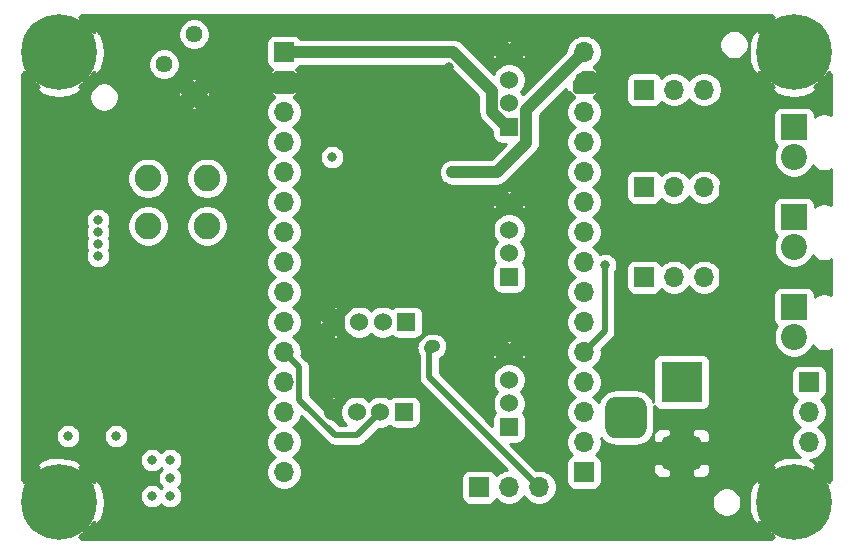
<source format=gbr>
%TF.GenerationSoftware,KiCad,Pcbnew,5.1.10-88a1d61d58~88~ubuntu20.04.1*%
%TF.CreationDate,2021-05-09T16:45:47+02:00*%
%TF.ProjectId,Control_board,436f6e74-726f-46c5-9f62-6f6172642e6b,rev?*%
%TF.SameCoordinates,Original*%
%TF.FileFunction,Copper,L4,Bot*%
%TF.FilePolarity,Positive*%
%FSLAX46Y46*%
G04 Gerber Fmt 4.6, Leading zero omitted, Abs format (unit mm)*
G04 Created by KiCad (PCBNEW 5.1.10-88a1d61d58~88~ubuntu20.04.1) date 2021-05-09 16:45:47*
%MOMM*%
%LPD*%
G01*
G04 APERTURE LIST*
%TA.AperFunction,ComponentPad*%
%ADD10C,1.524000*%
%TD*%
%TA.AperFunction,ComponentPad*%
%ADD11R,1.524000X1.524000*%
%TD*%
%TA.AperFunction,ComponentPad*%
%ADD12C,1.440000*%
%TD*%
%TA.AperFunction,ComponentPad*%
%ADD13C,6.400000*%
%TD*%
%TA.AperFunction,ComponentPad*%
%ADD14C,0.800000*%
%TD*%
%TA.AperFunction,ComponentPad*%
%ADD15R,3.500000X3.500000*%
%TD*%
%TA.AperFunction,ComponentPad*%
%ADD16R,2.200000X2.200000*%
%TD*%
%TA.AperFunction,ComponentPad*%
%ADD17C,2.200000*%
%TD*%
%TA.AperFunction,ComponentPad*%
%ADD18O,1.700000X1.700000*%
%TD*%
%TA.AperFunction,ComponentPad*%
%ADD19R,1.700000X1.700000*%
%TD*%
%TA.AperFunction,ComponentPad*%
%ADD20C,2.250000*%
%TD*%
%TA.AperFunction,ViaPad*%
%ADD21C,0.800000*%
%TD*%
%TA.AperFunction,Conductor*%
%ADD22C,1.500000*%
%TD*%
%TA.AperFunction,Conductor*%
%ADD23C,1.000000*%
%TD*%
%TA.AperFunction,Conductor*%
%ADD24C,0.500000*%
%TD*%
%TA.AperFunction,Conductor*%
%ADD25C,0.254000*%
%TD*%
%TA.AperFunction,Conductor*%
%ADD26C,0.100000*%
%TD*%
G04 APERTURE END LIST*
D10*
%TO.P,J1,4*%
%TO.N,GND*%
X169450000Y-76200000D03*
%TO.P,J1,3*%
%TO.N,CONN1_B*%
X171450000Y-76200000D03*
%TO.P,J1,2*%
%TO.N,CONN1_A*%
X173450000Y-76200000D03*
D11*
%TO.P,J1,1*%
%TO.N,+5V*%
X175450000Y-76200000D03*
%TD*%
D12*
%TO.P,RV1,3*%
%TO.N,GND*%
X157480000Y-56896000D03*
%TO.P,RV1,2*%
%TO.N,BUCK_FB*%
X154940000Y-54356000D03*
%TO.P,RV1,1*%
%TO.N,+12V*%
X157480000Y-51816000D03*
%TD*%
D13*
%TO.P,H1,1*%
%TO.N,GND*%
X208280000Y-91440000D03*
D14*
X210680000Y-91440000D03*
X209977056Y-93137056D03*
X208280000Y-93840000D03*
X206582944Y-93137056D03*
X205880000Y-91440000D03*
X206582944Y-89742944D03*
X208280000Y-89040000D03*
X209977056Y-89742944D03*
%TD*%
%TO.P,H2,1*%
%TO.N,GND*%
X209977056Y-51642944D03*
X208280000Y-50940000D03*
X206582944Y-51642944D03*
X205880000Y-53340000D03*
X206582944Y-55037056D03*
X208280000Y-55740000D03*
X209977056Y-55037056D03*
X210680000Y-53340000D03*
D13*
X208280000Y-53340000D03*
%TD*%
%TO.P,H3,1*%
%TO.N,GND*%
X146050000Y-53340000D03*
D14*
X148450000Y-53340000D03*
X147747056Y-55037056D03*
X146050000Y-55740000D03*
X144352944Y-55037056D03*
X143650000Y-53340000D03*
X144352944Y-51642944D03*
X146050000Y-50940000D03*
X147747056Y-51642944D03*
%TD*%
%TO.P,H4,1*%
%TO.N,GND*%
X147747056Y-89742944D03*
X146050000Y-89040000D03*
X144352944Y-89742944D03*
X143650000Y-91440000D03*
X144352944Y-93137056D03*
X146050000Y-93840000D03*
X147747056Y-93137056D03*
X148450000Y-91440000D03*
D13*
X146050000Y-91440000D03*
%TD*%
D11*
%TO.P,J2,1*%
%TO.N,+3V3*%
X184150000Y-59690000D03*
D10*
%TO.P,J2,2*%
%TO.N,CONN2_A*%
X184150000Y-57690000D03*
%TO.P,J2,3*%
%TO.N,CONN2_B*%
X184150000Y-55690000D03*
%TO.P,J2,4*%
%TO.N,GND*%
X184150000Y-53690000D03*
%TD*%
D11*
%TO.P,J3,1*%
%TO.N,+3V3*%
X184150000Y-72390000D03*
D10*
%TO.P,J3,2*%
%TO.N,CONN3_A*%
X184150000Y-70390000D03*
%TO.P,J3,3*%
%TO.N,CONN3_B*%
X184150000Y-68390000D03*
%TO.P,J3,4*%
%TO.N,GND*%
X184150000Y-66390000D03*
%TD*%
%TO.P,J4,4*%
%TO.N,GND*%
X184150000Y-79090000D03*
%TO.P,J4,3*%
%TO.N,CONN4_B*%
X184150000Y-81090000D03*
%TO.P,J4,2*%
%TO.N,CONN4_A*%
X184150000Y-83090000D03*
D11*
%TO.P,J4,1*%
%TO.N,Net-(J4-Pad1)*%
X184150000Y-85090000D03*
%TD*%
%TO.P,J5,1*%
%TO.N,+3V3*%
X175260000Y-83820000D03*
D10*
%TO.P,J5,2*%
%TO.N,GPIO21*%
X173260000Y-83820000D03*
%TO.P,J5,3*%
%TO.N,GPIO22*%
X171260000Y-83820000D03*
%TO.P,J5,4*%
%TO.N,GND*%
X169260000Y-83820000D03*
%TD*%
D15*
%TO.P,J6,1*%
%TO.N,Net-(F1-Pad2)*%
X198755000Y-81280000D03*
%TO.P,J6,2*%
%TO.N,GND*%
%TA.AperFunction,ComponentPad*%
G36*
G01*
X199755000Y-88780000D02*
X197755000Y-88780000D01*
G75*
G02*
X197005000Y-88030000I0J750000D01*
G01*
X197005000Y-86530000D01*
G75*
G02*
X197755000Y-85780000I750000J0D01*
G01*
X199755000Y-85780000D01*
G75*
G02*
X200505000Y-86530000I0J-750000D01*
G01*
X200505000Y-88030000D01*
G75*
G02*
X199755000Y-88780000I-750000J0D01*
G01*
G37*
%TD.AperFunction*%
%TO.P,J6,3*%
%TO.N,N/C*%
%TA.AperFunction,ComponentPad*%
G36*
G01*
X194930000Y-86030000D02*
X193180000Y-86030000D01*
G75*
G02*
X192305000Y-85155000I0J875000D01*
G01*
X192305000Y-83405000D01*
G75*
G02*
X193180000Y-82530000I875000J0D01*
G01*
X194930000Y-82530000D01*
G75*
G02*
X195805000Y-83405000I0J-875000D01*
G01*
X195805000Y-85155000D01*
G75*
G02*
X194930000Y-86030000I-875000J0D01*
G01*
G37*
%TD.AperFunction*%
%TD*%
D16*
%TO.P,J7,1*%
%TO.N,LOAD2_POS*%
X208280000Y-67310000D03*
D17*
%TO.P,J7,2*%
%TO.N,LOAD2_NEG*%
X208280000Y-69850000D03*
%TD*%
%TO.P,J8,2*%
%TO.N,LOAD1_NEG*%
X208280000Y-62230000D03*
D16*
%TO.P,J8,1*%
%TO.N,LOAD1_POS*%
X208280000Y-59690000D03*
%TD*%
%TO.P,J9,1*%
%TO.N,LOAD3_POS*%
X208280000Y-74930000D03*
D17*
%TO.P,J9,2*%
%TO.N,LOAD3_NEG*%
X208280000Y-77470000D03*
%TD*%
D18*
%TO.P,J10,15*%
%TO.N,+5V*%
X190500000Y-53340000D03*
%TO.P,J10,14*%
%TO.N,GND*%
X190500000Y-55880000D03*
%TO.P,J10,13*%
%TO.N,CONN2_B*%
X190500000Y-58420000D03*
%TO.P,J10,12*%
%TO.N,CONN2_A*%
X190500000Y-60960000D03*
%TO.P,J10,11*%
%TO.N,GPIO14*%
X190500000Y-63500000D03*
%TO.P,J10,10*%
%TO.N,CONN3_B*%
X190500000Y-66040000D03*
%TO.P,J10,9*%
%TO.N,CONN3_A*%
X190500000Y-68580000D03*
%TO.P,J10,8*%
%TO.N,GPIO25*%
X190500000Y-71120000D03*
%TO.P,J10,7*%
%TO.N,CONN4_B*%
X190500000Y-73660000D03*
%TO.P,J10,6*%
%TO.N,CONN4_A*%
X190500000Y-76200000D03*
%TO.P,J10,5*%
%TO.N,GPIO35*%
X190500000Y-78740000D03*
%TO.P,J10,4*%
%TO.N,GPIO34*%
X190500000Y-81280000D03*
%TO.P,J10,3*%
%TO.N,GPIO39*%
X190500000Y-83820000D03*
%TO.P,J10,2*%
%TO.N,GPIO36*%
X190500000Y-86360000D03*
D19*
%TO.P,J10,1*%
%TO.N,EN*%
X190500000Y-88900000D03*
%TD*%
%TO.P,J11,1*%
%TO.N,+3V3*%
X165100000Y-53340000D03*
D18*
%TO.P,J11,2*%
%TO.N,GND*%
X165100000Y-55880000D03*
%TO.P,J11,3*%
%TO.N,GPIO15*%
X165100000Y-58420000D03*
%TO.P,J11,4*%
%TO.N,GPIO2*%
X165100000Y-60960000D03*
%TO.P,J11,5*%
%TO.N,GPIO4*%
X165100000Y-63500000D03*
%TO.P,J11,6*%
%TO.N,CONN1_A*%
X165100000Y-66040000D03*
%TO.P,J11,7*%
%TO.N,CONN1_B*%
X165100000Y-68580000D03*
%TO.P,J11,8*%
%TO.N,GPIO5*%
X165100000Y-71120000D03*
%TO.P,J11,9*%
%TO.N,GPIO18*%
X165100000Y-73660000D03*
%TO.P,J11,10*%
%TO.N,GPIO19*%
X165100000Y-76200000D03*
%TO.P,J11,11*%
%TO.N,GPIO21*%
X165100000Y-78740000D03*
%TO.P,J11,12*%
%TO.N,GPIO3*%
X165100000Y-81280000D03*
%TO.P,J11,13*%
%TO.N,GPIO1*%
X165100000Y-83820000D03*
%TO.P,J11,14*%
%TO.N,GPIO22*%
X165100000Y-86360000D03*
%TO.P,J11,15*%
%TO.N,GPIO23*%
X165100000Y-88900000D03*
%TD*%
D19*
%TO.P,JP1,1*%
%TO.N,+24V*%
X195580000Y-64770000D03*
D18*
%TO.P,JP1,2*%
%TO.N,LOAD2_POS*%
X198120000Y-64770000D03*
%TO.P,JP1,3*%
%TO.N,+12V*%
X200660000Y-64770000D03*
%TD*%
%TO.P,JP2,3*%
%TO.N,+12V*%
X200660000Y-56515000D03*
%TO.P,JP2,2*%
%TO.N,LOAD1_POS*%
X198120000Y-56515000D03*
D19*
%TO.P,JP2,1*%
%TO.N,+24V*%
X195580000Y-56515000D03*
%TD*%
%TO.P,JP3,1*%
%TO.N,+24V*%
X195580000Y-72390000D03*
D18*
%TO.P,JP3,2*%
%TO.N,LOAD3_POS*%
X198120000Y-72390000D03*
%TO.P,JP3,3*%
%TO.N,+12V*%
X200660000Y-72390000D03*
%TD*%
D19*
%TO.P,JP4,1*%
%TO.N,+3V3*%
X181610000Y-90170000D03*
D18*
%TO.P,JP4,2*%
%TO.N,Net-(J4-Pad1)*%
X184150000Y-90170000D03*
%TO.P,JP4,3*%
%TO.N,+5V*%
X186690000Y-90170000D03*
%TD*%
%TO.P,JP5,3*%
%TO.N,+12V*%
X209550000Y-86360000D03*
%TO.P,JP5,2*%
%TO.N,Net-(D9-Pad1)*%
X209550000Y-83820000D03*
D19*
%TO.P,JP5,1*%
%TO.N,+24V*%
X209550000Y-81280000D03*
%TD*%
D20*
%TO.P,L1,3*%
%TO.N,BUCK_OUT*%
X153580000Y-64040000D03*
%TO.P,L1,1*%
%TO.N,N/C*%
X153580000Y-68040000D03*
%TO.P,L1,2*%
%TO.N,Net-(C3-Pad1)*%
X158580000Y-68040000D03*
%TO.P,L1,4*%
%TO.N,N/C*%
X158580000Y-64040000D03*
%TD*%
D21*
%TO.N,GND*%
X202619999Y-71301999D03*
X202692000Y-72390000D03*
X202438000Y-63500000D03*
X202692000Y-64770000D03*
X201422000Y-78994000D03*
X202438000Y-78740000D03*
X179070000Y-58674000D03*
X179070000Y-57404000D03*
X179070000Y-55880000D03*
X179070000Y-54610000D03*
X193802000Y-68326000D03*
X197358000Y-67310000D03*
X197358000Y-74930000D03*
X193802000Y-75946000D03*
X193802000Y-60706000D03*
X197358000Y-59944000D03*
X144145000Y-67310000D03*
X144780000Y-66675000D03*
X161290000Y-87122000D03*
X162306000Y-86360000D03*
X144526000Y-64770000D03*
X145542000Y-63754000D03*
X152400000Y-76708000D03*
X151638000Y-75946000D03*
X150876000Y-75184000D03*
X148209000Y-77343000D03*
X146939000Y-77343000D03*
X145669000Y-77343000D03*
X144399000Y-77343000D03*
X172212000Y-70104000D03*
X174498000Y-70104000D03*
X146294253Y-67812677D03*
%TO.N,+5V*%
X179324000Y-63500000D03*
X177581762Y-78232000D03*
%TO.N,GPIO35*%
X192278000Y-71374000D03*
%TO.N,+24V*%
X155448000Y-89408000D03*
X155448000Y-87884000D03*
X155448000Y-90932000D03*
X153924000Y-90932000D03*
X153924000Y-87884000D03*
X149352000Y-69596000D03*
X149352000Y-70612000D03*
X149352000Y-68580000D03*
X149352000Y-67564000D03*
%TO.N,+12V*%
X150876000Y-85852000D03*
X146812000Y-85852000D03*
X169164000Y-62230000D03*
%TD*%
D22*
%TO.N,GND*%
X202692000Y-64770000D02*
X202692000Y-76708000D01*
X202692000Y-76708000D02*
X201676000Y-77724000D01*
D23*
X201422000Y-78994000D02*
X201422000Y-77724000D01*
D22*
X152400000Y-76708000D02*
X152400000Y-78232000D01*
D24*
%TO.N,+5V*%
X177392001Y-80872001D02*
X177392001Y-78084237D01*
X186690000Y-90170000D02*
X177392001Y-80872001D01*
D23*
X185612001Y-58227999D02*
X185612001Y-61012001D01*
X190500000Y-53340000D02*
X185612001Y-58227999D01*
X177581762Y-78232000D02*
X177436881Y-78376881D01*
X177800000Y-78232000D02*
X177581762Y-78232000D01*
X183124002Y-63500000D02*
X185612001Y-61012001D01*
X179324000Y-63500000D02*
X183124002Y-63500000D01*
D24*
%TO.N,GPIO21*%
X166400001Y-80040001D02*
X165100000Y-78740000D01*
X166400001Y-82753763D02*
X166400001Y-80040001D01*
X169436248Y-85790010D02*
X166400001Y-82753763D01*
X171289990Y-85790010D02*
X169436248Y-85790010D01*
X173260000Y-83820000D02*
X171289990Y-85790010D01*
%TO.N,GPIO35*%
X192278000Y-76962000D02*
X192278000Y-71374000D01*
X190500000Y-78740000D02*
X192278000Y-76962000D01*
D23*
%TO.N,+3V3*%
X183986238Y-59690000D02*
X184150000Y-59690000D01*
X182687999Y-58391761D02*
X183986238Y-59690000D01*
X182687999Y-56599997D02*
X182687999Y-58391761D01*
X179428002Y-53340000D02*
X182687999Y-56599997D01*
X165100000Y-53340000D02*
X179428002Y-53340000D01*
%TD*%
D25*
%TO.N,GND*%
X206582943Y-50408334D02*
X206363630Y-50627647D01*
X206349553Y-50629461D01*
X206213941Y-50670599D01*
X206183495Y-50857415D01*
X206582944Y-51256864D01*
X206672747Y-51167062D01*
X207058827Y-51553142D01*
X206969024Y-51642944D01*
X207368473Y-52042393D01*
X207555289Y-52011947D01*
X207594944Y-51865555D01*
X207665288Y-51795211D01*
X208162344Y-52292267D01*
X208280000Y-52174611D01*
X208397656Y-52292267D01*
X208446408Y-52243515D01*
X209376485Y-53173592D01*
X209327733Y-53222344D01*
X209445389Y-53340000D01*
X209327733Y-53457656D01*
X209824789Y-53954712D01*
X209757742Y-54021759D01*
X209743665Y-54023573D01*
X209608053Y-54064711D01*
X209577607Y-54251527D01*
X209977056Y-54650976D01*
X210066859Y-54561174D01*
X210452939Y-54947254D01*
X210363136Y-55037056D01*
X210762585Y-55436505D01*
X210949401Y-55406059D01*
X210989056Y-55259667D01*
X211211666Y-55037057D01*
X211430001Y-55255392D01*
X211430001Y-58672401D01*
X211381308Y-58639866D01*
X211165652Y-58550539D01*
X210936712Y-58505000D01*
X210703288Y-58505000D01*
X210474348Y-58550539D01*
X210258692Y-58639866D01*
X210064606Y-58769550D01*
X210018072Y-58816084D01*
X210018072Y-58590000D01*
X210005812Y-58465518D01*
X209969502Y-58345820D01*
X209910537Y-58235506D01*
X209831185Y-58138815D01*
X209734494Y-58059463D01*
X209624180Y-58000498D01*
X209504482Y-57964188D01*
X209380000Y-57951928D01*
X207180000Y-57951928D01*
X207055518Y-57964188D01*
X206935820Y-58000498D01*
X206825506Y-58059463D01*
X206728815Y-58138815D01*
X206649463Y-58235506D01*
X206590498Y-58345820D01*
X206554188Y-58465518D01*
X206541928Y-58590000D01*
X206541928Y-60790000D01*
X206554188Y-60914482D01*
X206590498Y-61034180D01*
X206649463Y-61144494D01*
X206728815Y-61241185D01*
X206809690Y-61307557D01*
X206742463Y-61408169D01*
X206611675Y-61723919D01*
X206545000Y-62059117D01*
X206545000Y-62400883D01*
X206611675Y-62736081D01*
X206742463Y-63051831D01*
X206932337Y-63335998D01*
X207174002Y-63577663D01*
X207458169Y-63767537D01*
X207773919Y-63898325D01*
X208109117Y-63965000D01*
X208450883Y-63965000D01*
X208786081Y-63898325D01*
X209101831Y-63767537D01*
X209385998Y-63577663D01*
X209627663Y-63335998D01*
X209817537Y-63051831D01*
X209865910Y-62935048D01*
X209899550Y-62985394D01*
X210064606Y-63150450D01*
X210258692Y-63280134D01*
X210474348Y-63369461D01*
X210703288Y-63415000D01*
X210936712Y-63415000D01*
X211165652Y-63369461D01*
X211381308Y-63280134D01*
X211430001Y-63247599D01*
X211430001Y-66292401D01*
X211381308Y-66259866D01*
X211165652Y-66170539D01*
X210936712Y-66125000D01*
X210703288Y-66125000D01*
X210474348Y-66170539D01*
X210258692Y-66259866D01*
X210064606Y-66389550D01*
X210018072Y-66436084D01*
X210018072Y-66210000D01*
X210005812Y-66085518D01*
X209969502Y-65965820D01*
X209910537Y-65855506D01*
X209831185Y-65758815D01*
X209734494Y-65679463D01*
X209624180Y-65620498D01*
X209504482Y-65584188D01*
X209380000Y-65571928D01*
X207180000Y-65571928D01*
X207055518Y-65584188D01*
X206935820Y-65620498D01*
X206825506Y-65679463D01*
X206728815Y-65758815D01*
X206649463Y-65855506D01*
X206590498Y-65965820D01*
X206554188Y-66085518D01*
X206541928Y-66210000D01*
X206541928Y-68410000D01*
X206554188Y-68534482D01*
X206590498Y-68654180D01*
X206649463Y-68764494D01*
X206728815Y-68861185D01*
X206809690Y-68927557D01*
X206742463Y-69028169D01*
X206611675Y-69343919D01*
X206545000Y-69679117D01*
X206545000Y-70020883D01*
X206611675Y-70356081D01*
X206742463Y-70671831D01*
X206932337Y-70955998D01*
X207174002Y-71197663D01*
X207458169Y-71387537D01*
X207773919Y-71518325D01*
X208109117Y-71585000D01*
X208450883Y-71585000D01*
X208786081Y-71518325D01*
X209101831Y-71387537D01*
X209385998Y-71197663D01*
X209627663Y-70955998D01*
X209817537Y-70671831D01*
X209865910Y-70555048D01*
X209899550Y-70605394D01*
X210064606Y-70770450D01*
X210258692Y-70900134D01*
X210474348Y-70989461D01*
X210703288Y-71035000D01*
X210936712Y-71035000D01*
X211165652Y-70989461D01*
X211381308Y-70900134D01*
X211430001Y-70867599D01*
X211430000Y-73912401D01*
X211381308Y-73879866D01*
X211165652Y-73790539D01*
X210936712Y-73745000D01*
X210703288Y-73745000D01*
X210474348Y-73790539D01*
X210258692Y-73879866D01*
X210064606Y-74009550D01*
X210018072Y-74056084D01*
X210018072Y-73830000D01*
X210005812Y-73705518D01*
X209969502Y-73585820D01*
X209910537Y-73475506D01*
X209831185Y-73378815D01*
X209734494Y-73299463D01*
X209624180Y-73240498D01*
X209504482Y-73204188D01*
X209380000Y-73191928D01*
X207180000Y-73191928D01*
X207055518Y-73204188D01*
X206935820Y-73240498D01*
X206825506Y-73299463D01*
X206728815Y-73378815D01*
X206649463Y-73475506D01*
X206590498Y-73585820D01*
X206554188Y-73705518D01*
X206541928Y-73830000D01*
X206541928Y-76030000D01*
X206554188Y-76154482D01*
X206590498Y-76274180D01*
X206649463Y-76384494D01*
X206728815Y-76481185D01*
X206809690Y-76547557D01*
X206742463Y-76648169D01*
X206611675Y-76963919D01*
X206545000Y-77299117D01*
X206545000Y-77640883D01*
X206611675Y-77976081D01*
X206742463Y-78291831D01*
X206932337Y-78575998D01*
X207174002Y-78817663D01*
X207458169Y-79007537D01*
X207773919Y-79138325D01*
X208109117Y-79205000D01*
X208450883Y-79205000D01*
X208786081Y-79138325D01*
X209101831Y-79007537D01*
X209385998Y-78817663D01*
X209627663Y-78575998D01*
X209817537Y-78291831D01*
X209865910Y-78175048D01*
X209899550Y-78225394D01*
X210064606Y-78390450D01*
X210258692Y-78520134D01*
X210474348Y-78609461D01*
X210703288Y-78655000D01*
X210936712Y-78655000D01*
X211165652Y-78609461D01*
X211381308Y-78520134D01*
X211430000Y-78487599D01*
X211430000Y-89524609D01*
X211211666Y-89742943D01*
X210992353Y-89523630D01*
X210990539Y-89509553D01*
X210949401Y-89373941D01*
X210762585Y-89343495D01*
X210363136Y-89742944D01*
X210452939Y-89832747D01*
X210066859Y-90218827D01*
X209977056Y-90129024D01*
X209577607Y-90528473D01*
X209608053Y-90715289D01*
X209754445Y-90754944D01*
X209824789Y-90825288D01*
X209327733Y-91322344D01*
X209445389Y-91440000D01*
X209327733Y-91557656D01*
X209376485Y-91606408D01*
X208446408Y-92536485D01*
X208397656Y-92487733D01*
X208280000Y-92605389D01*
X208162344Y-92487733D01*
X207665288Y-92984789D01*
X207598241Y-92917742D01*
X207596427Y-92903665D01*
X207555289Y-92768053D01*
X207368473Y-92737607D01*
X206969024Y-93137056D01*
X207058827Y-93226859D01*
X206672747Y-93612939D01*
X206582944Y-93523136D01*
X206183495Y-93922585D01*
X206213941Y-94109401D01*
X206360333Y-94149056D01*
X206582943Y-94371666D01*
X206364609Y-94590000D01*
X147965391Y-94590000D01*
X147747057Y-94371666D01*
X147966370Y-94152353D01*
X147980447Y-94150539D01*
X148116059Y-94109401D01*
X148146505Y-93922585D01*
X147747056Y-93523136D01*
X147657254Y-93612939D01*
X147271174Y-93226859D01*
X147360976Y-93137056D01*
X146961527Y-92737607D01*
X146774711Y-92768053D01*
X146735056Y-92914445D01*
X146664712Y-92984789D01*
X146167656Y-92487733D01*
X146050000Y-92605389D01*
X145932344Y-92487733D01*
X145883592Y-92536485D01*
X144953515Y-91606408D01*
X145002267Y-91557656D01*
X144884611Y-91440000D01*
X145002267Y-91322344D01*
X147097733Y-91322344D01*
X147215389Y-91440000D01*
X147097733Y-91557656D01*
X147594789Y-92054712D01*
X147527742Y-92121759D01*
X147513665Y-92123573D01*
X147378053Y-92164711D01*
X147347607Y-92351527D01*
X147747056Y-92750976D01*
X147836859Y-92661174D01*
X148222939Y-93047254D01*
X148133136Y-93137056D01*
X148532585Y-93536505D01*
X148719401Y-93506059D01*
X148759056Y-93359667D01*
X148981666Y-93137057D01*
X149205952Y-93361343D01*
X149599675Y-92939902D01*
X149824086Y-92218575D01*
X149903460Y-91467328D01*
X149834748Y-90715030D01*
X149620591Y-89990592D01*
X149599675Y-89940098D01*
X149205952Y-89518657D01*
X148981666Y-89742943D01*
X148762353Y-89523630D01*
X148760539Y-89509553D01*
X148719401Y-89373941D01*
X148532585Y-89343495D01*
X148133136Y-89742944D01*
X148222939Y-89832747D01*
X147836859Y-90218827D01*
X147747056Y-90129024D01*
X147347607Y-90528473D01*
X147378053Y-90715289D01*
X147524445Y-90754944D01*
X147594789Y-90825288D01*
X147097733Y-91322344D01*
X145002267Y-91322344D01*
X144505211Y-90825288D01*
X144572258Y-90758241D01*
X144586335Y-90756427D01*
X144721947Y-90715289D01*
X144752393Y-90528473D01*
X144352944Y-90129024D01*
X144263142Y-90218827D01*
X143877062Y-89832747D01*
X143966864Y-89742944D01*
X143567415Y-89343495D01*
X143380599Y-89373941D01*
X143340944Y-89520333D01*
X143118334Y-89742943D01*
X142900000Y-89524609D01*
X142900000Y-88957415D01*
X143953495Y-88957415D01*
X144352944Y-89356864D01*
X144442747Y-89267062D01*
X144828827Y-89653142D01*
X144739024Y-89742944D01*
X145138473Y-90142393D01*
X145325289Y-90111947D01*
X145364944Y-89965555D01*
X145435288Y-89895211D01*
X145932344Y-90392267D01*
X146050000Y-90274611D01*
X146167656Y-90392267D01*
X146664712Y-89895211D01*
X146731759Y-89962258D01*
X146733573Y-89976335D01*
X146774711Y-90111947D01*
X146961527Y-90142393D01*
X147360976Y-89742944D01*
X147271174Y-89653142D01*
X147657254Y-89267062D01*
X147747056Y-89356864D01*
X148146505Y-88957415D01*
X148116059Y-88770599D01*
X147969667Y-88730944D01*
X147747057Y-88508334D01*
X147971343Y-88284048D01*
X147549902Y-87890325D01*
X147201908Y-87782061D01*
X152889000Y-87782061D01*
X152889000Y-87985939D01*
X152928774Y-88185898D01*
X153006795Y-88374256D01*
X153120063Y-88543774D01*
X153264226Y-88687937D01*
X153433744Y-88801205D01*
X153622102Y-88879226D01*
X153822061Y-88919000D01*
X154025939Y-88919000D01*
X154225898Y-88879226D01*
X154414256Y-88801205D01*
X154583774Y-88687937D01*
X154686000Y-88585711D01*
X154746289Y-88646000D01*
X154644063Y-88748226D01*
X154530795Y-88917744D01*
X154452774Y-89106102D01*
X154413000Y-89306061D01*
X154413000Y-89509939D01*
X154452774Y-89709898D01*
X154530795Y-89898256D01*
X154644063Y-90067774D01*
X154746289Y-90170000D01*
X154686000Y-90230289D01*
X154583774Y-90128063D01*
X154414256Y-90014795D01*
X154225898Y-89936774D01*
X154025939Y-89897000D01*
X153822061Y-89897000D01*
X153622102Y-89936774D01*
X153433744Y-90014795D01*
X153264226Y-90128063D01*
X153120063Y-90272226D01*
X153006795Y-90441744D01*
X152928774Y-90630102D01*
X152889000Y-90830061D01*
X152889000Y-91033939D01*
X152928774Y-91233898D01*
X153006795Y-91422256D01*
X153120063Y-91591774D01*
X153264226Y-91735937D01*
X153433744Y-91849205D01*
X153622102Y-91927226D01*
X153822061Y-91967000D01*
X154025939Y-91967000D01*
X154225898Y-91927226D01*
X154414256Y-91849205D01*
X154583774Y-91735937D01*
X154686000Y-91633711D01*
X154788226Y-91735937D01*
X154957744Y-91849205D01*
X155146102Y-91927226D01*
X155346061Y-91967000D01*
X155549939Y-91967000D01*
X155749898Y-91927226D01*
X155938256Y-91849205D01*
X156107774Y-91735937D01*
X156251937Y-91591774D01*
X156365205Y-91422256D01*
X156443226Y-91233898D01*
X156483000Y-91033939D01*
X156483000Y-90830061D01*
X156443226Y-90630102D01*
X156365205Y-90441744D01*
X156251937Y-90272226D01*
X156149711Y-90170000D01*
X156251937Y-90067774D01*
X156365205Y-89898256D01*
X156443226Y-89709898D01*
X156483000Y-89509939D01*
X156483000Y-89306061D01*
X156443226Y-89106102D01*
X156365205Y-88917744D01*
X156251937Y-88748226D01*
X156149711Y-88646000D01*
X156251937Y-88543774D01*
X156365205Y-88374256D01*
X156443226Y-88185898D01*
X156483000Y-87985939D01*
X156483000Y-87782061D01*
X156443226Y-87582102D01*
X156365205Y-87393744D01*
X156251937Y-87224226D01*
X156107774Y-87080063D01*
X155938256Y-86966795D01*
X155749898Y-86888774D01*
X155549939Y-86849000D01*
X155346061Y-86849000D01*
X155146102Y-86888774D01*
X154957744Y-86966795D01*
X154788226Y-87080063D01*
X154686000Y-87182289D01*
X154583774Y-87080063D01*
X154414256Y-86966795D01*
X154225898Y-86888774D01*
X154025939Y-86849000D01*
X153822061Y-86849000D01*
X153622102Y-86888774D01*
X153433744Y-86966795D01*
X153264226Y-87080063D01*
X153120063Y-87224226D01*
X153006795Y-87393744D01*
X152928774Y-87582102D01*
X152889000Y-87782061D01*
X147201908Y-87782061D01*
X146828575Y-87665914D01*
X146077328Y-87586540D01*
X145325030Y-87655252D01*
X144600592Y-87869409D01*
X144550098Y-87890325D01*
X144128657Y-88284048D01*
X144352943Y-88508334D01*
X144133630Y-88727647D01*
X144119553Y-88729461D01*
X143983941Y-88770599D01*
X143953495Y-88957415D01*
X142900000Y-88957415D01*
X142900000Y-85750061D01*
X145777000Y-85750061D01*
X145777000Y-85953939D01*
X145816774Y-86153898D01*
X145894795Y-86342256D01*
X146008063Y-86511774D01*
X146152226Y-86655937D01*
X146321744Y-86769205D01*
X146510102Y-86847226D01*
X146710061Y-86887000D01*
X146913939Y-86887000D01*
X147113898Y-86847226D01*
X147302256Y-86769205D01*
X147471774Y-86655937D01*
X147615937Y-86511774D01*
X147729205Y-86342256D01*
X147807226Y-86153898D01*
X147847000Y-85953939D01*
X147847000Y-85750061D01*
X149841000Y-85750061D01*
X149841000Y-85953939D01*
X149880774Y-86153898D01*
X149958795Y-86342256D01*
X150072063Y-86511774D01*
X150216226Y-86655937D01*
X150385744Y-86769205D01*
X150574102Y-86847226D01*
X150774061Y-86887000D01*
X150977939Y-86887000D01*
X151177898Y-86847226D01*
X151366256Y-86769205D01*
X151535774Y-86655937D01*
X151679937Y-86511774D01*
X151793205Y-86342256D01*
X151871226Y-86153898D01*
X151911000Y-85953939D01*
X151911000Y-85750061D01*
X151871226Y-85550102D01*
X151793205Y-85361744D01*
X151679937Y-85192226D01*
X151535774Y-85048063D01*
X151366256Y-84934795D01*
X151177898Y-84856774D01*
X150977939Y-84817000D01*
X150774061Y-84817000D01*
X150574102Y-84856774D01*
X150385744Y-84934795D01*
X150216226Y-85048063D01*
X150072063Y-85192226D01*
X149958795Y-85361744D01*
X149880774Y-85550102D01*
X149841000Y-85750061D01*
X147847000Y-85750061D01*
X147807226Y-85550102D01*
X147729205Y-85361744D01*
X147615937Y-85192226D01*
X147471774Y-85048063D01*
X147302256Y-84934795D01*
X147113898Y-84856774D01*
X146913939Y-84817000D01*
X146710061Y-84817000D01*
X146510102Y-84856774D01*
X146321744Y-84934795D01*
X146152226Y-85048063D01*
X146008063Y-85192226D01*
X145894795Y-85361744D01*
X145816774Y-85550102D01*
X145777000Y-85750061D01*
X142900000Y-85750061D01*
X142900000Y-67462061D01*
X148317000Y-67462061D01*
X148317000Y-67665939D01*
X148356774Y-67865898D01*
X148434795Y-68054256D01*
X148446651Y-68072000D01*
X148434795Y-68089744D01*
X148356774Y-68278102D01*
X148317000Y-68478061D01*
X148317000Y-68681939D01*
X148356774Y-68881898D01*
X148434795Y-69070256D01*
X148446651Y-69088000D01*
X148434795Y-69105744D01*
X148356774Y-69294102D01*
X148317000Y-69494061D01*
X148317000Y-69697939D01*
X148356774Y-69897898D01*
X148434795Y-70086256D01*
X148446651Y-70104000D01*
X148434795Y-70121744D01*
X148356774Y-70310102D01*
X148317000Y-70510061D01*
X148317000Y-70713939D01*
X148356774Y-70913898D01*
X148434795Y-71102256D01*
X148548063Y-71271774D01*
X148692226Y-71415937D01*
X148861744Y-71529205D01*
X149050102Y-71607226D01*
X149250061Y-71647000D01*
X149453939Y-71647000D01*
X149653898Y-71607226D01*
X149842256Y-71529205D01*
X150011774Y-71415937D01*
X150155937Y-71271774D01*
X150269205Y-71102256D01*
X150347226Y-70913898D01*
X150387000Y-70713939D01*
X150387000Y-70510061D01*
X150347226Y-70310102D01*
X150269205Y-70121744D01*
X150257349Y-70104000D01*
X150269205Y-70086256D01*
X150347226Y-69897898D01*
X150387000Y-69697939D01*
X150387000Y-69494061D01*
X150347226Y-69294102D01*
X150269205Y-69105744D01*
X150257349Y-69088000D01*
X150269205Y-69070256D01*
X150347226Y-68881898D01*
X150387000Y-68681939D01*
X150387000Y-68478061D01*
X150347226Y-68278102D01*
X150269205Y-68089744D01*
X150257349Y-68072000D01*
X150269205Y-68054256D01*
X150346912Y-67866655D01*
X151820000Y-67866655D01*
X151820000Y-68213345D01*
X151887636Y-68553373D01*
X152020308Y-68873673D01*
X152212919Y-69161935D01*
X152458065Y-69407081D01*
X152746327Y-69599692D01*
X153066627Y-69732364D01*
X153406655Y-69800000D01*
X153753345Y-69800000D01*
X154093373Y-69732364D01*
X154413673Y-69599692D01*
X154701935Y-69407081D01*
X154947081Y-69161935D01*
X155139692Y-68873673D01*
X155272364Y-68553373D01*
X155340000Y-68213345D01*
X155340000Y-67866655D01*
X156820000Y-67866655D01*
X156820000Y-68213345D01*
X156887636Y-68553373D01*
X157020308Y-68873673D01*
X157212919Y-69161935D01*
X157458065Y-69407081D01*
X157746327Y-69599692D01*
X158066627Y-69732364D01*
X158406655Y-69800000D01*
X158753345Y-69800000D01*
X159093373Y-69732364D01*
X159413673Y-69599692D01*
X159701935Y-69407081D01*
X159947081Y-69161935D01*
X160139692Y-68873673D01*
X160272364Y-68553373D01*
X160340000Y-68213345D01*
X160340000Y-67866655D01*
X160272364Y-67526627D01*
X160139692Y-67206327D01*
X159947081Y-66918065D01*
X159701935Y-66672919D01*
X159413673Y-66480308D01*
X159093373Y-66347636D01*
X158753345Y-66280000D01*
X158406655Y-66280000D01*
X158066627Y-66347636D01*
X157746327Y-66480308D01*
X157458065Y-66672919D01*
X157212919Y-66918065D01*
X157020308Y-67206327D01*
X156887636Y-67526627D01*
X156820000Y-67866655D01*
X155340000Y-67866655D01*
X155272364Y-67526627D01*
X155139692Y-67206327D01*
X154947081Y-66918065D01*
X154701935Y-66672919D01*
X154413673Y-66480308D01*
X154093373Y-66347636D01*
X153753345Y-66280000D01*
X153406655Y-66280000D01*
X153066627Y-66347636D01*
X152746327Y-66480308D01*
X152458065Y-66672919D01*
X152212919Y-66918065D01*
X152020308Y-67206327D01*
X151887636Y-67526627D01*
X151820000Y-67866655D01*
X150346912Y-67866655D01*
X150347226Y-67865898D01*
X150387000Y-67665939D01*
X150387000Y-67462061D01*
X150347226Y-67262102D01*
X150269205Y-67073744D01*
X150155937Y-66904226D01*
X150011774Y-66760063D01*
X149842256Y-66646795D01*
X149653898Y-66568774D01*
X149453939Y-66529000D01*
X149250061Y-66529000D01*
X149050102Y-66568774D01*
X148861744Y-66646795D01*
X148692226Y-66760063D01*
X148548063Y-66904226D01*
X148434795Y-67073744D01*
X148356774Y-67262102D01*
X148317000Y-67462061D01*
X142900000Y-67462061D01*
X142900000Y-63866655D01*
X151820000Y-63866655D01*
X151820000Y-64213345D01*
X151887636Y-64553373D01*
X152020308Y-64873673D01*
X152212919Y-65161935D01*
X152458065Y-65407081D01*
X152746327Y-65599692D01*
X153066627Y-65732364D01*
X153406655Y-65800000D01*
X153753345Y-65800000D01*
X154093373Y-65732364D01*
X154413673Y-65599692D01*
X154701935Y-65407081D01*
X154947081Y-65161935D01*
X155139692Y-64873673D01*
X155272364Y-64553373D01*
X155340000Y-64213345D01*
X155340000Y-63866655D01*
X156820000Y-63866655D01*
X156820000Y-64213345D01*
X156887636Y-64553373D01*
X157020308Y-64873673D01*
X157212919Y-65161935D01*
X157458065Y-65407081D01*
X157746327Y-65599692D01*
X158066627Y-65732364D01*
X158406655Y-65800000D01*
X158753345Y-65800000D01*
X159093373Y-65732364D01*
X159413673Y-65599692D01*
X159701935Y-65407081D01*
X159947081Y-65161935D01*
X160139692Y-64873673D01*
X160272364Y-64553373D01*
X160340000Y-64213345D01*
X160340000Y-63866655D01*
X160272364Y-63526627D01*
X160139692Y-63206327D01*
X159947081Y-62918065D01*
X159701935Y-62672919D01*
X159413673Y-62480308D01*
X159093373Y-62347636D01*
X158753345Y-62280000D01*
X158406655Y-62280000D01*
X158066627Y-62347636D01*
X157746327Y-62480308D01*
X157458065Y-62672919D01*
X157212919Y-62918065D01*
X157020308Y-63206327D01*
X156887636Y-63526627D01*
X156820000Y-63866655D01*
X155340000Y-63866655D01*
X155272364Y-63526627D01*
X155139692Y-63206327D01*
X154947081Y-62918065D01*
X154701935Y-62672919D01*
X154413673Y-62480308D01*
X154093373Y-62347636D01*
X153753345Y-62280000D01*
X153406655Y-62280000D01*
X153066627Y-62347636D01*
X152746327Y-62480308D01*
X152458065Y-62672919D01*
X152212919Y-62918065D01*
X152020308Y-63206327D01*
X151887636Y-63526627D01*
X151820000Y-63866655D01*
X142900000Y-63866655D01*
X142900000Y-55822585D01*
X143953495Y-55822585D01*
X143983941Y-56009401D01*
X144130333Y-56049056D01*
X144352943Y-56271666D01*
X144128657Y-56495952D01*
X144550098Y-56889675D01*
X145271425Y-57114086D01*
X146022672Y-57193460D01*
X146774970Y-57124748D01*
X147105998Y-57026890D01*
X148610048Y-57026890D01*
X148610048Y-57273110D01*
X148658083Y-57514598D01*
X148752307Y-57742074D01*
X148889099Y-57946798D01*
X149063202Y-58120901D01*
X149267926Y-58257693D01*
X149495402Y-58351917D01*
X149736890Y-58399952D01*
X149983110Y-58399952D01*
X150224598Y-58351917D01*
X150413333Y-58273740D01*
X163615000Y-58273740D01*
X163615000Y-58566260D01*
X163672068Y-58853158D01*
X163784010Y-59123411D01*
X163946525Y-59366632D01*
X164153368Y-59573475D01*
X164327760Y-59690000D01*
X164153368Y-59806525D01*
X163946525Y-60013368D01*
X163784010Y-60256589D01*
X163672068Y-60526842D01*
X163615000Y-60813740D01*
X163615000Y-61106260D01*
X163672068Y-61393158D01*
X163784010Y-61663411D01*
X163946525Y-61906632D01*
X164153368Y-62113475D01*
X164327760Y-62230000D01*
X164153368Y-62346525D01*
X163946525Y-62553368D01*
X163784010Y-62796589D01*
X163672068Y-63066842D01*
X163615000Y-63353740D01*
X163615000Y-63646260D01*
X163672068Y-63933158D01*
X163784010Y-64203411D01*
X163946525Y-64446632D01*
X164153368Y-64653475D01*
X164327760Y-64770000D01*
X164153368Y-64886525D01*
X163946525Y-65093368D01*
X163784010Y-65336589D01*
X163672068Y-65606842D01*
X163615000Y-65893740D01*
X163615000Y-66186260D01*
X163672068Y-66473158D01*
X163784010Y-66743411D01*
X163946525Y-66986632D01*
X164153368Y-67193475D01*
X164327760Y-67310000D01*
X164153368Y-67426525D01*
X163946525Y-67633368D01*
X163784010Y-67876589D01*
X163672068Y-68146842D01*
X163615000Y-68433740D01*
X163615000Y-68726260D01*
X163672068Y-69013158D01*
X163784010Y-69283411D01*
X163946525Y-69526632D01*
X164153368Y-69733475D01*
X164327760Y-69850000D01*
X164153368Y-69966525D01*
X163946525Y-70173368D01*
X163784010Y-70416589D01*
X163672068Y-70686842D01*
X163615000Y-70973740D01*
X163615000Y-71266260D01*
X163672068Y-71553158D01*
X163784010Y-71823411D01*
X163946525Y-72066632D01*
X164153368Y-72273475D01*
X164327760Y-72390000D01*
X164153368Y-72506525D01*
X163946525Y-72713368D01*
X163784010Y-72956589D01*
X163672068Y-73226842D01*
X163615000Y-73513740D01*
X163615000Y-73806260D01*
X163672068Y-74093158D01*
X163784010Y-74363411D01*
X163946525Y-74606632D01*
X164153368Y-74813475D01*
X164327760Y-74930000D01*
X164153368Y-75046525D01*
X163946525Y-75253368D01*
X163784010Y-75496589D01*
X163672068Y-75766842D01*
X163615000Y-76053740D01*
X163615000Y-76346260D01*
X163672068Y-76633158D01*
X163784010Y-76903411D01*
X163946525Y-77146632D01*
X164153368Y-77353475D01*
X164327760Y-77470000D01*
X164153368Y-77586525D01*
X163946525Y-77793368D01*
X163784010Y-78036589D01*
X163672068Y-78306842D01*
X163615000Y-78593740D01*
X163615000Y-78886260D01*
X163672068Y-79173158D01*
X163784010Y-79443411D01*
X163946525Y-79686632D01*
X164153368Y-79893475D01*
X164327760Y-80010000D01*
X164153368Y-80126525D01*
X163946525Y-80333368D01*
X163784010Y-80576589D01*
X163672068Y-80846842D01*
X163615000Y-81133740D01*
X163615000Y-81426260D01*
X163672068Y-81713158D01*
X163784010Y-81983411D01*
X163946525Y-82226632D01*
X164153368Y-82433475D01*
X164327760Y-82550000D01*
X164153368Y-82666525D01*
X163946525Y-82873368D01*
X163784010Y-83116589D01*
X163672068Y-83386842D01*
X163615000Y-83673740D01*
X163615000Y-83966260D01*
X163672068Y-84253158D01*
X163784010Y-84523411D01*
X163946525Y-84766632D01*
X164153368Y-84973475D01*
X164327760Y-85090000D01*
X164153368Y-85206525D01*
X163946525Y-85413368D01*
X163784010Y-85656589D01*
X163672068Y-85926842D01*
X163615000Y-86213740D01*
X163615000Y-86506260D01*
X163672068Y-86793158D01*
X163784010Y-87063411D01*
X163946525Y-87306632D01*
X164153368Y-87513475D01*
X164327760Y-87630000D01*
X164153368Y-87746525D01*
X163946525Y-87953368D01*
X163784010Y-88196589D01*
X163672068Y-88466842D01*
X163615000Y-88753740D01*
X163615000Y-89046260D01*
X163672068Y-89333158D01*
X163784010Y-89603411D01*
X163946525Y-89846632D01*
X164153368Y-90053475D01*
X164396589Y-90215990D01*
X164666842Y-90327932D01*
X164953740Y-90385000D01*
X165246260Y-90385000D01*
X165533158Y-90327932D01*
X165803411Y-90215990D01*
X166046632Y-90053475D01*
X166253475Y-89846632D01*
X166415990Y-89603411D01*
X166527932Y-89333158D01*
X166585000Y-89046260D01*
X166585000Y-88753740D01*
X166527932Y-88466842D01*
X166415990Y-88196589D01*
X166253475Y-87953368D01*
X166046632Y-87746525D01*
X165872240Y-87630000D01*
X166046632Y-87513475D01*
X166253475Y-87306632D01*
X166415990Y-87063411D01*
X166527932Y-86793158D01*
X166585000Y-86506260D01*
X166585000Y-86213740D01*
X166527932Y-85926842D01*
X166415990Y-85656589D01*
X166253475Y-85413368D01*
X166046632Y-85206525D01*
X165872240Y-85090000D01*
X166046632Y-84973475D01*
X166253475Y-84766632D01*
X166415990Y-84523411D01*
X166527932Y-84253158D01*
X166547822Y-84153163D01*
X168779718Y-86385059D01*
X168807431Y-86418827D01*
X168841199Y-86446540D01*
X168841201Y-86446542D01*
X168942189Y-86529421D01*
X169095934Y-86611599D01*
X169186259Y-86638999D01*
X169262758Y-86662205D01*
X169392771Y-86675010D01*
X169392779Y-86675010D01*
X169436248Y-86679291D01*
X169479717Y-86675010D01*
X171246521Y-86675010D01*
X171289990Y-86679291D01*
X171333459Y-86675010D01*
X171333467Y-86675010D01*
X171463480Y-86662205D01*
X171630303Y-86611599D01*
X171784049Y-86529421D01*
X171918807Y-86418827D01*
X171946524Y-86385054D01*
X173115878Y-85215701D01*
X173122408Y-85217000D01*
X173397592Y-85217000D01*
X173667490Y-85163314D01*
X173921727Y-85058005D01*
X174015670Y-84995234D01*
X174046815Y-85033185D01*
X174143506Y-85112537D01*
X174253820Y-85171502D01*
X174373518Y-85207812D01*
X174498000Y-85220072D01*
X176022000Y-85220072D01*
X176146482Y-85207812D01*
X176266180Y-85171502D01*
X176376494Y-85112537D01*
X176473185Y-85033185D01*
X176552537Y-84936494D01*
X176611502Y-84826180D01*
X176647812Y-84706482D01*
X176660072Y-84582000D01*
X176660072Y-83058000D01*
X176647812Y-82933518D01*
X176611502Y-82813820D01*
X176552537Y-82703506D01*
X176473185Y-82606815D01*
X176376494Y-82527463D01*
X176266180Y-82468498D01*
X176146482Y-82432188D01*
X176022000Y-82419928D01*
X174498000Y-82419928D01*
X174373518Y-82432188D01*
X174253820Y-82468498D01*
X174143506Y-82527463D01*
X174046815Y-82606815D01*
X174015670Y-82644766D01*
X173921727Y-82581995D01*
X173667490Y-82476686D01*
X173397592Y-82423000D01*
X173122408Y-82423000D01*
X172852510Y-82476686D01*
X172598273Y-82581995D01*
X172369465Y-82734880D01*
X172260000Y-82844345D01*
X172150535Y-82734880D01*
X171921727Y-82581995D01*
X171667490Y-82476686D01*
X171397592Y-82423000D01*
X171122408Y-82423000D01*
X170852510Y-82476686D01*
X170598273Y-82581995D01*
X170369465Y-82734880D01*
X170174880Y-82929465D01*
X170021995Y-83158273D01*
X169916686Y-83412510D01*
X169863000Y-83682408D01*
X169863000Y-83957592D01*
X169916686Y-84227490D01*
X170021995Y-84481727D01*
X170174880Y-84710535D01*
X170369355Y-84905010D01*
X169802827Y-84905010D01*
X167511565Y-82613748D01*
X168951774Y-82613748D01*
X169260000Y-82921974D01*
X169568226Y-82613748D01*
X169482137Y-82433929D01*
X169207459Y-82417225D01*
X169037863Y-82433929D01*
X168951774Y-82613748D01*
X167511565Y-82613748D01*
X167285001Y-82387185D01*
X167285001Y-80083467D01*
X167289282Y-80040000D01*
X167285001Y-79996534D01*
X167285001Y-79996524D01*
X167272196Y-79866511D01*
X167221590Y-79699688D01*
X167139412Y-79545942D01*
X167115211Y-79516453D01*
X167056533Y-79444954D01*
X167056531Y-79444952D01*
X167028818Y-79411184D01*
X166995050Y-79383471D01*
X166570539Y-78958960D01*
X166585000Y-78886260D01*
X166585000Y-78593740D01*
X166541864Y-78376881D01*
X176296390Y-78376881D01*
X176318304Y-78599379D01*
X176383205Y-78813327D01*
X176488598Y-79010503D01*
X176507002Y-79032928D01*
X176507001Y-80828532D01*
X176502720Y-80872001D01*
X176507001Y-80915470D01*
X176507001Y-80915477D01*
X176519806Y-81045490D01*
X176570412Y-81212313D01*
X176652590Y-81366059D01*
X176763184Y-81500818D01*
X176796957Y-81528535D01*
X183961770Y-88693348D01*
X183716842Y-88742068D01*
X183446589Y-88854010D01*
X183203368Y-89016525D01*
X183071513Y-89148380D01*
X183049502Y-89075820D01*
X182990537Y-88965506D01*
X182911185Y-88868815D01*
X182814494Y-88789463D01*
X182704180Y-88730498D01*
X182584482Y-88694188D01*
X182460000Y-88681928D01*
X180760000Y-88681928D01*
X180635518Y-88694188D01*
X180515820Y-88730498D01*
X180405506Y-88789463D01*
X180308815Y-88868815D01*
X180229463Y-88965506D01*
X180170498Y-89075820D01*
X180134188Y-89195518D01*
X180121928Y-89320000D01*
X180121928Y-91020000D01*
X180134188Y-91144482D01*
X180170498Y-91264180D01*
X180229463Y-91374494D01*
X180308815Y-91471185D01*
X180405506Y-91550537D01*
X180515820Y-91609502D01*
X180635518Y-91645812D01*
X180760000Y-91658072D01*
X182460000Y-91658072D01*
X182584482Y-91645812D01*
X182704180Y-91609502D01*
X182814494Y-91550537D01*
X182911185Y-91471185D01*
X182990537Y-91374494D01*
X183049502Y-91264180D01*
X183071513Y-91191620D01*
X183203368Y-91323475D01*
X183446589Y-91485990D01*
X183716842Y-91597932D01*
X184003740Y-91655000D01*
X184296260Y-91655000D01*
X184583158Y-91597932D01*
X184853411Y-91485990D01*
X185096632Y-91323475D01*
X185303475Y-91116632D01*
X185420000Y-90942240D01*
X185536525Y-91116632D01*
X185743368Y-91323475D01*
X185986589Y-91485990D01*
X186256842Y-91597932D01*
X186543740Y-91655000D01*
X186836260Y-91655000D01*
X187123158Y-91597932D01*
X187393411Y-91485990D01*
X187636632Y-91323475D01*
X187643217Y-91316890D01*
X201315048Y-91316890D01*
X201315048Y-91563110D01*
X201363083Y-91804598D01*
X201457307Y-92032074D01*
X201594099Y-92236798D01*
X201768202Y-92410901D01*
X201972926Y-92547693D01*
X202200402Y-92641917D01*
X202441890Y-92689952D01*
X202688110Y-92689952D01*
X202929598Y-92641917D01*
X203157074Y-92547693D01*
X203361798Y-92410901D01*
X203535901Y-92236798D01*
X203672693Y-92032074D01*
X203766917Y-91804598D01*
X203814952Y-91563110D01*
X203814952Y-91412672D01*
X204426540Y-91412672D01*
X204495252Y-92164970D01*
X204709409Y-92889408D01*
X204730325Y-92939902D01*
X205124048Y-93361343D01*
X205348334Y-93137057D01*
X205567647Y-93356370D01*
X205569461Y-93370447D01*
X205610599Y-93506059D01*
X205797415Y-93536505D01*
X206196864Y-93137056D01*
X206107062Y-93047254D01*
X206493142Y-92661174D01*
X206582944Y-92750976D01*
X206982393Y-92351527D01*
X206951947Y-92164711D01*
X206805555Y-92125056D01*
X206735211Y-92054712D01*
X207232267Y-91557656D01*
X207114611Y-91440000D01*
X207232267Y-91322344D01*
X206735211Y-90825288D01*
X206802258Y-90758241D01*
X206816335Y-90756427D01*
X206951947Y-90715289D01*
X206982393Y-90528473D01*
X206582944Y-90129024D01*
X206493142Y-90218827D01*
X206107062Y-89832747D01*
X206196864Y-89742944D01*
X205797415Y-89343495D01*
X205610599Y-89373941D01*
X205570944Y-89520333D01*
X205348334Y-89742943D01*
X205124048Y-89518657D01*
X204730325Y-89940098D01*
X204505914Y-90661425D01*
X204426540Y-91412672D01*
X203814952Y-91412672D01*
X203814952Y-91316890D01*
X203766917Y-91075402D01*
X203672693Y-90847926D01*
X203535901Y-90643202D01*
X203361798Y-90469099D01*
X203157074Y-90332307D01*
X202929598Y-90238083D01*
X202688110Y-90190048D01*
X202441890Y-90190048D01*
X202200402Y-90238083D01*
X201972926Y-90332307D01*
X201768202Y-90469099D01*
X201594099Y-90643202D01*
X201457307Y-90847926D01*
X201363083Y-91075402D01*
X201315048Y-91316890D01*
X187643217Y-91316890D01*
X187843475Y-91116632D01*
X188005990Y-90873411D01*
X188117932Y-90603158D01*
X188175000Y-90316260D01*
X188175000Y-90023740D01*
X188117932Y-89736842D01*
X188005990Y-89466589D01*
X187843475Y-89223368D01*
X187636632Y-89016525D01*
X187393411Y-88854010D01*
X187123158Y-88742068D01*
X186836260Y-88685000D01*
X186543740Y-88685000D01*
X186471040Y-88699461D01*
X184261651Y-86490072D01*
X184912000Y-86490072D01*
X185036482Y-86477812D01*
X185156180Y-86441502D01*
X185266494Y-86382537D01*
X185363185Y-86303185D01*
X185442537Y-86206494D01*
X185501502Y-86096180D01*
X185537812Y-85976482D01*
X185550072Y-85852000D01*
X185550072Y-84328000D01*
X185537812Y-84203518D01*
X185501502Y-84083820D01*
X185442537Y-83973506D01*
X185363185Y-83876815D01*
X185325234Y-83845670D01*
X185388005Y-83751727D01*
X185493314Y-83497490D01*
X185547000Y-83227592D01*
X185547000Y-82952408D01*
X185493314Y-82682510D01*
X185388005Y-82428273D01*
X185235120Y-82199465D01*
X185125655Y-82090000D01*
X185235120Y-81980535D01*
X185388005Y-81751727D01*
X185493314Y-81497490D01*
X185547000Y-81227592D01*
X185547000Y-80952408D01*
X185493314Y-80682510D01*
X185388005Y-80428273D01*
X185235120Y-80199465D01*
X185040535Y-80004880D01*
X184811727Y-79851995D01*
X184557490Y-79746686D01*
X184287592Y-79693000D01*
X184012408Y-79693000D01*
X183742510Y-79746686D01*
X183488273Y-79851995D01*
X183259465Y-80004880D01*
X183064880Y-80199465D01*
X182911995Y-80428273D01*
X182806686Y-80682510D01*
X182753000Y-80952408D01*
X182753000Y-81227592D01*
X182806686Y-81497490D01*
X182911995Y-81751727D01*
X183064880Y-81980535D01*
X183174345Y-82090000D01*
X183064880Y-82199465D01*
X182911995Y-82428273D01*
X182806686Y-82682510D01*
X182753000Y-82952408D01*
X182753000Y-83227592D01*
X182806686Y-83497490D01*
X182911995Y-83751727D01*
X182974766Y-83845670D01*
X182936815Y-83876815D01*
X182857463Y-83973506D01*
X182798498Y-84083820D01*
X182762188Y-84203518D01*
X182749928Y-84328000D01*
X182749928Y-84978349D01*
X178277001Y-80505423D01*
X178277001Y-79264000D01*
X178433623Y-79180284D01*
X178479612Y-79142541D01*
X182747225Y-79142541D01*
X182763929Y-79312137D01*
X182943748Y-79398226D01*
X183251974Y-79090000D01*
X185048026Y-79090000D01*
X185356252Y-79398226D01*
X185536071Y-79312137D01*
X185552775Y-79037459D01*
X185536071Y-78867863D01*
X185356252Y-78781774D01*
X185048026Y-79090000D01*
X183251974Y-79090000D01*
X182943748Y-78781774D01*
X182763929Y-78867863D01*
X182747225Y-79142541D01*
X178479612Y-79142541D01*
X178606449Y-79038449D01*
X178748284Y-78865623D01*
X178853676Y-78668447D01*
X178918577Y-78454499D01*
X178940491Y-78232000D01*
X178918577Y-78009501D01*
X178880430Y-77883748D01*
X183841774Y-77883748D01*
X184150000Y-78191974D01*
X184458226Y-77883748D01*
X184372137Y-77703929D01*
X184097459Y-77687225D01*
X183927863Y-77703929D01*
X183841774Y-77883748D01*
X178880430Y-77883748D01*
X178853676Y-77795553D01*
X178748284Y-77598377D01*
X178606449Y-77425551D01*
X178433623Y-77283716D01*
X178236447Y-77178324D01*
X178022499Y-77113423D01*
X177855752Y-77097000D01*
X177637514Y-77097000D01*
X177581762Y-77091509D01*
X177526011Y-77097000D01*
X177526010Y-77097000D01*
X177359263Y-77113423D01*
X177145315Y-77178324D01*
X176948139Y-77283716D01*
X176775313Y-77425551D01*
X176739769Y-77468861D01*
X176594893Y-77613738D01*
X176488598Y-77743259D01*
X176383205Y-77940435D01*
X176318304Y-78154383D01*
X176296390Y-78376881D01*
X166541864Y-78376881D01*
X166527932Y-78306842D01*
X166415990Y-78036589D01*
X166253475Y-77793368D01*
X166046632Y-77586525D01*
X165872240Y-77470000D01*
X165967645Y-77406252D01*
X169141774Y-77406252D01*
X169227863Y-77586071D01*
X169502541Y-77602775D01*
X169672137Y-77586071D01*
X169758226Y-77406252D01*
X169450000Y-77098026D01*
X169141774Y-77406252D01*
X165967645Y-77406252D01*
X166046632Y-77353475D01*
X166253475Y-77146632D01*
X166415990Y-76903411D01*
X166527932Y-76633158D01*
X166585000Y-76346260D01*
X166585000Y-76252541D01*
X168047225Y-76252541D01*
X168063929Y-76422137D01*
X168243748Y-76508226D01*
X168551974Y-76200000D01*
X168414382Y-76062408D01*
X170053000Y-76062408D01*
X170053000Y-76337592D01*
X170106686Y-76607490D01*
X170211995Y-76861727D01*
X170364880Y-77090535D01*
X170559465Y-77285120D01*
X170788273Y-77438005D01*
X171042510Y-77543314D01*
X171312408Y-77597000D01*
X171587592Y-77597000D01*
X171857490Y-77543314D01*
X172111727Y-77438005D01*
X172340535Y-77285120D01*
X172450000Y-77175655D01*
X172559465Y-77285120D01*
X172788273Y-77438005D01*
X173042510Y-77543314D01*
X173312408Y-77597000D01*
X173587592Y-77597000D01*
X173857490Y-77543314D01*
X174111727Y-77438005D01*
X174205670Y-77375234D01*
X174236815Y-77413185D01*
X174333506Y-77492537D01*
X174443820Y-77551502D01*
X174563518Y-77587812D01*
X174688000Y-77600072D01*
X176212000Y-77600072D01*
X176336482Y-77587812D01*
X176456180Y-77551502D01*
X176566494Y-77492537D01*
X176663185Y-77413185D01*
X176742537Y-77316494D01*
X176801502Y-77206180D01*
X176837812Y-77086482D01*
X176850072Y-76962000D01*
X176850072Y-75438000D01*
X176837812Y-75313518D01*
X176801502Y-75193820D01*
X176742537Y-75083506D01*
X176663185Y-74986815D01*
X176566494Y-74907463D01*
X176456180Y-74848498D01*
X176336482Y-74812188D01*
X176212000Y-74799928D01*
X174688000Y-74799928D01*
X174563518Y-74812188D01*
X174443820Y-74848498D01*
X174333506Y-74907463D01*
X174236815Y-74986815D01*
X174205670Y-75024766D01*
X174111727Y-74961995D01*
X173857490Y-74856686D01*
X173587592Y-74803000D01*
X173312408Y-74803000D01*
X173042510Y-74856686D01*
X172788273Y-74961995D01*
X172559465Y-75114880D01*
X172450000Y-75224345D01*
X172340535Y-75114880D01*
X172111727Y-74961995D01*
X171857490Y-74856686D01*
X171587592Y-74803000D01*
X171312408Y-74803000D01*
X171042510Y-74856686D01*
X170788273Y-74961995D01*
X170559465Y-75114880D01*
X170364880Y-75309465D01*
X170211995Y-75538273D01*
X170106686Y-75792510D01*
X170053000Y-76062408D01*
X168414382Y-76062408D01*
X168243748Y-75891774D01*
X168063929Y-75977863D01*
X168047225Y-76252541D01*
X166585000Y-76252541D01*
X166585000Y-76053740D01*
X166527932Y-75766842D01*
X166415990Y-75496589D01*
X166253475Y-75253368D01*
X166046632Y-75046525D01*
X165967646Y-74993748D01*
X169141774Y-74993748D01*
X169450000Y-75301974D01*
X169758226Y-74993748D01*
X169672137Y-74813929D01*
X169397459Y-74797225D01*
X169227863Y-74813929D01*
X169141774Y-74993748D01*
X165967646Y-74993748D01*
X165872240Y-74930000D01*
X166046632Y-74813475D01*
X166253475Y-74606632D01*
X166415990Y-74363411D01*
X166527932Y-74093158D01*
X166585000Y-73806260D01*
X166585000Y-73513740D01*
X166527932Y-73226842D01*
X166415990Y-72956589D01*
X166253475Y-72713368D01*
X166046632Y-72506525D01*
X165872240Y-72390000D01*
X166046632Y-72273475D01*
X166253475Y-72066632D01*
X166415990Y-71823411D01*
X166496931Y-71628000D01*
X182749928Y-71628000D01*
X182749928Y-73152000D01*
X182762188Y-73276482D01*
X182798498Y-73396180D01*
X182857463Y-73506494D01*
X182936815Y-73603185D01*
X183033506Y-73682537D01*
X183143820Y-73741502D01*
X183263518Y-73777812D01*
X183388000Y-73790072D01*
X184912000Y-73790072D01*
X185036482Y-73777812D01*
X185156180Y-73741502D01*
X185266494Y-73682537D01*
X185363185Y-73603185D01*
X185442537Y-73506494D01*
X185501502Y-73396180D01*
X185537812Y-73276482D01*
X185550072Y-73152000D01*
X185550072Y-71628000D01*
X185537812Y-71503518D01*
X185501502Y-71383820D01*
X185442537Y-71273506D01*
X185363185Y-71176815D01*
X185325234Y-71145670D01*
X185388005Y-71051727D01*
X185493314Y-70797490D01*
X185547000Y-70527592D01*
X185547000Y-70252408D01*
X185493314Y-69982510D01*
X185388005Y-69728273D01*
X185235120Y-69499465D01*
X185125655Y-69390000D01*
X185235120Y-69280535D01*
X185388005Y-69051727D01*
X185493314Y-68797490D01*
X185547000Y-68527592D01*
X185547000Y-68252408D01*
X185493314Y-67982510D01*
X185388005Y-67728273D01*
X185235120Y-67499465D01*
X185040535Y-67304880D01*
X184811727Y-67151995D01*
X184557490Y-67046686D01*
X184287592Y-66993000D01*
X184012408Y-66993000D01*
X183742510Y-67046686D01*
X183488273Y-67151995D01*
X183259465Y-67304880D01*
X183064880Y-67499465D01*
X182911995Y-67728273D01*
X182806686Y-67982510D01*
X182753000Y-68252408D01*
X182753000Y-68527592D01*
X182806686Y-68797490D01*
X182911995Y-69051727D01*
X183064880Y-69280535D01*
X183174345Y-69390000D01*
X183064880Y-69499465D01*
X182911995Y-69728273D01*
X182806686Y-69982510D01*
X182753000Y-70252408D01*
X182753000Y-70527592D01*
X182806686Y-70797490D01*
X182911995Y-71051727D01*
X182974766Y-71145670D01*
X182936815Y-71176815D01*
X182857463Y-71273506D01*
X182798498Y-71383820D01*
X182762188Y-71503518D01*
X182749928Y-71628000D01*
X166496931Y-71628000D01*
X166527932Y-71553158D01*
X166585000Y-71266260D01*
X166585000Y-70973740D01*
X166527932Y-70686842D01*
X166415990Y-70416589D01*
X166253475Y-70173368D01*
X166046632Y-69966525D01*
X165872240Y-69850000D01*
X166046632Y-69733475D01*
X166253475Y-69526632D01*
X166415990Y-69283411D01*
X166527932Y-69013158D01*
X166585000Y-68726260D01*
X166585000Y-68433740D01*
X166527932Y-68146842D01*
X166415990Y-67876589D01*
X166253475Y-67633368D01*
X166046632Y-67426525D01*
X165872240Y-67310000D01*
X166046632Y-67193475D01*
X166253475Y-66986632D01*
X166415990Y-66743411D01*
X166527932Y-66473158D01*
X166534022Y-66442541D01*
X182747225Y-66442541D01*
X182763929Y-66612137D01*
X182943748Y-66698226D01*
X183251974Y-66390000D01*
X185048026Y-66390000D01*
X185356252Y-66698226D01*
X185536071Y-66612137D01*
X185552775Y-66337459D01*
X185536071Y-66167863D01*
X185356252Y-66081774D01*
X185048026Y-66390000D01*
X183251974Y-66390000D01*
X182943748Y-66081774D01*
X182763929Y-66167863D01*
X182747225Y-66442541D01*
X166534022Y-66442541D01*
X166585000Y-66186260D01*
X166585000Y-65893740D01*
X166527932Y-65606842D01*
X166415990Y-65336589D01*
X166313865Y-65183748D01*
X183841774Y-65183748D01*
X184150000Y-65491974D01*
X184458226Y-65183748D01*
X184372137Y-65003929D01*
X184097459Y-64987225D01*
X183927863Y-65003929D01*
X183841774Y-65183748D01*
X166313865Y-65183748D01*
X166253475Y-65093368D01*
X166046632Y-64886525D01*
X165872240Y-64770000D01*
X166046632Y-64653475D01*
X166253475Y-64446632D01*
X166415990Y-64203411D01*
X166527932Y-63933158D01*
X166585000Y-63646260D01*
X166585000Y-63353740D01*
X166527932Y-63066842D01*
X166415990Y-62796589D01*
X166253475Y-62553368D01*
X166046632Y-62346525D01*
X165872240Y-62230000D01*
X166024802Y-62128061D01*
X168129000Y-62128061D01*
X168129000Y-62331939D01*
X168168774Y-62531898D01*
X168246795Y-62720256D01*
X168360063Y-62889774D01*
X168504226Y-63033937D01*
X168673744Y-63147205D01*
X168862102Y-63225226D01*
X169062061Y-63265000D01*
X169265939Y-63265000D01*
X169465898Y-63225226D01*
X169654256Y-63147205D01*
X169823774Y-63033937D01*
X169967937Y-62889774D01*
X170081205Y-62720256D01*
X170159226Y-62531898D01*
X170199000Y-62331939D01*
X170199000Y-62128061D01*
X170159226Y-61928102D01*
X170081205Y-61739744D01*
X169967937Y-61570226D01*
X169823774Y-61426063D01*
X169654256Y-61312795D01*
X169465898Y-61234774D01*
X169265939Y-61195000D01*
X169062061Y-61195000D01*
X168862102Y-61234774D01*
X168673744Y-61312795D01*
X168504226Y-61426063D01*
X168360063Y-61570226D01*
X168246795Y-61739744D01*
X168168774Y-61928102D01*
X168129000Y-62128061D01*
X166024802Y-62128061D01*
X166046632Y-62113475D01*
X166253475Y-61906632D01*
X166415990Y-61663411D01*
X166527932Y-61393158D01*
X166585000Y-61106260D01*
X166585000Y-60813740D01*
X166527932Y-60526842D01*
X166415990Y-60256589D01*
X166253475Y-60013368D01*
X166046632Y-59806525D01*
X165872240Y-59690000D01*
X166046632Y-59573475D01*
X166253475Y-59366632D01*
X166415990Y-59123411D01*
X166527932Y-58853158D01*
X166585000Y-58566260D01*
X166585000Y-58273740D01*
X166527932Y-57986842D01*
X166415990Y-57716589D01*
X166253475Y-57473368D01*
X166046632Y-57266525D01*
X165973002Y-57217327D01*
X165973002Y-57041337D01*
X166017016Y-57048070D01*
X166227275Y-56846725D01*
X166268039Y-56797012D01*
X166211850Y-56603000D01*
X165823000Y-56603000D01*
X165823000Y-56730000D01*
X164377000Y-56730000D01*
X164377000Y-56603000D01*
X163988150Y-56603000D01*
X163931961Y-56797012D01*
X163972725Y-56846725D01*
X164182984Y-57048070D01*
X164226998Y-57041337D01*
X164226998Y-57217327D01*
X164153368Y-57266525D01*
X163946525Y-57473368D01*
X163784010Y-57716589D01*
X163672068Y-57986842D01*
X163615000Y-58273740D01*
X150413333Y-58273740D01*
X150452074Y-58257693D01*
X150656798Y-58120901D01*
X150722421Y-58055278D01*
X157159350Y-58055278D01*
X157239335Y-58236118D01*
X157505404Y-58257319D01*
X157720665Y-58236118D01*
X157800650Y-58055278D01*
X157480000Y-57734629D01*
X157159350Y-58055278D01*
X150722421Y-58055278D01*
X150830901Y-57946798D01*
X150967693Y-57742074D01*
X151061917Y-57514598D01*
X151109952Y-57273110D01*
X151109952Y-57026890D01*
X151088970Y-56921404D01*
X156118681Y-56921404D01*
X156139882Y-57136665D01*
X156320722Y-57216650D01*
X156641371Y-56896000D01*
X158318629Y-56896000D01*
X158639278Y-57216650D01*
X158820118Y-57136665D01*
X158841319Y-56870596D01*
X158820118Y-56655335D01*
X158639278Y-56575350D01*
X158318629Y-56896000D01*
X156641371Y-56896000D01*
X156320722Y-56575350D01*
X156139882Y-56655335D01*
X156118681Y-56921404D01*
X151088970Y-56921404D01*
X151061917Y-56785402D01*
X150967693Y-56557926D01*
X150830901Y-56353202D01*
X150656798Y-56179099D01*
X150452074Y-56042307D01*
X150224598Y-55948083D01*
X149983110Y-55900048D01*
X149736890Y-55900048D01*
X149495402Y-55948083D01*
X149267926Y-56042307D01*
X149063202Y-56179099D01*
X148889099Y-56353202D01*
X148752307Y-56557926D01*
X148658083Y-56785402D01*
X148610048Y-57026890D01*
X147105998Y-57026890D01*
X147499408Y-56910591D01*
X147549902Y-56889675D01*
X147971343Y-56495952D01*
X147747057Y-56271666D01*
X147966370Y-56052353D01*
X147980447Y-56050539D01*
X148116059Y-56009401D01*
X148146505Y-55822585D01*
X148060642Y-55736722D01*
X157159350Y-55736722D01*
X157480000Y-56057371D01*
X157800650Y-55736722D01*
X157720665Y-55555882D01*
X157454596Y-55534681D01*
X157239335Y-55555882D01*
X157159350Y-55736722D01*
X148060642Y-55736722D01*
X147747056Y-55423136D01*
X147657254Y-55512939D01*
X147271174Y-55126859D01*
X147360976Y-55037056D01*
X146961527Y-54637607D01*
X146774711Y-54668053D01*
X146735056Y-54814445D01*
X146664712Y-54884789D01*
X146167656Y-54387733D01*
X146050000Y-54505389D01*
X145932344Y-54387733D01*
X145435288Y-54884789D01*
X145368241Y-54817742D01*
X145366427Y-54803665D01*
X145325289Y-54668053D01*
X145138473Y-54637607D01*
X144739024Y-55037056D01*
X144828827Y-55126859D01*
X144442747Y-55512939D01*
X144352944Y-55423136D01*
X143953495Y-55822585D01*
X142900000Y-55822585D01*
X142900000Y-55255391D01*
X143118334Y-55037057D01*
X143337647Y-55256370D01*
X143339461Y-55270447D01*
X143380599Y-55406059D01*
X143567415Y-55436505D01*
X143966864Y-55037056D01*
X143877062Y-54947254D01*
X144263142Y-54561174D01*
X144352944Y-54650976D01*
X144752393Y-54251527D01*
X144721947Y-54064711D01*
X144575555Y-54025056D01*
X144505211Y-53954712D01*
X145002267Y-53457656D01*
X144884611Y-53340000D01*
X145002267Y-53222344D01*
X147097733Y-53222344D01*
X147215389Y-53340000D01*
X147097733Y-53457656D01*
X147594789Y-53954712D01*
X147527742Y-54021759D01*
X147513665Y-54023573D01*
X147378053Y-54064711D01*
X147347607Y-54251527D01*
X147747056Y-54650976D01*
X147836859Y-54561174D01*
X148222939Y-54947254D01*
X148133136Y-55037056D01*
X148532585Y-55436505D01*
X148719401Y-55406059D01*
X148759056Y-55259667D01*
X148981666Y-55037057D01*
X149205952Y-55261343D01*
X149599675Y-54839902D01*
X149791740Y-54222544D01*
X153585000Y-54222544D01*
X153585000Y-54489456D01*
X153637072Y-54751239D01*
X153739215Y-54997833D01*
X153887503Y-55219762D01*
X154076238Y-55408497D01*
X154298167Y-55556785D01*
X154544761Y-55658928D01*
X154806544Y-55711000D01*
X155073456Y-55711000D01*
X155335239Y-55658928D01*
X155581833Y-55556785D01*
X155803762Y-55408497D01*
X155992497Y-55219762D01*
X156140785Y-54997833D01*
X156242928Y-54751239D01*
X156295000Y-54489456D01*
X156295000Y-54222544D01*
X156242928Y-53960761D01*
X156140785Y-53714167D01*
X155992497Y-53492238D01*
X155803762Y-53303503D01*
X155581833Y-53155215D01*
X155335239Y-53053072D01*
X155073456Y-53001000D01*
X154806544Y-53001000D01*
X154544761Y-53053072D01*
X154298167Y-53155215D01*
X154076238Y-53303503D01*
X153887503Y-53492238D01*
X153739215Y-53714167D01*
X153637072Y-53960761D01*
X153585000Y-54222544D01*
X149791740Y-54222544D01*
X149824086Y-54118575D01*
X149903460Y-53367328D01*
X149834748Y-52615030D01*
X149620591Y-51890592D01*
X149599675Y-51840098D01*
X149452484Y-51682544D01*
X156125000Y-51682544D01*
X156125000Y-51949456D01*
X156177072Y-52211239D01*
X156279215Y-52457833D01*
X156427503Y-52679762D01*
X156616238Y-52868497D01*
X156838167Y-53016785D01*
X157084761Y-53118928D01*
X157346544Y-53171000D01*
X157613456Y-53171000D01*
X157875239Y-53118928D01*
X158121833Y-53016785D01*
X158343762Y-52868497D01*
X158532497Y-52679762D01*
X158659291Y-52490000D01*
X163611928Y-52490000D01*
X163611928Y-54190000D01*
X163624188Y-54314482D01*
X163660498Y-54434180D01*
X163719463Y-54544494D01*
X163798815Y-54641185D01*
X163895506Y-54720537D01*
X164005820Y-54779502D01*
X164086776Y-54804060D01*
X163972725Y-54913275D01*
X163931961Y-54962988D01*
X163988150Y-55157000D01*
X164377000Y-55157000D01*
X164377000Y-55030000D01*
X165823000Y-55030000D01*
X165823000Y-55157000D01*
X166211850Y-55157000D01*
X166268039Y-54962988D01*
X166227275Y-54913275D01*
X166113224Y-54804060D01*
X166194180Y-54779502D01*
X166304494Y-54720537D01*
X166401185Y-54641185D01*
X166480537Y-54544494D01*
X166517683Y-54475000D01*
X178957871Y-54475000D01*
X181552999Y-57070129D01*
X181552999Y-58336010D01*
X181547508Y-58391761D01*
X181569422Y-58614259D01*
X181634323Y-58828207D01*
X181634324Y-58828208D01*
X181739716Y-59025384D01*
X181881551Y-59198210D01*
X181924859Y-59233752D01*
X182749928Y-60058822D01*
X182749928Y-60452000D01*
X182762188Y-60576482D01*
X182798498Y-60696180D01*
X182857463Y-60806494D01*
X182936815Y-60903185D01*
X183033506Y-60982537D01*
X183143820Y-61041502D01*
X183263518Y-61077812D01*
X183388000Y-61090072D01*
X183928798Y-61090072D01*
X182653871Y-62365000D01*
X179268248Y-62365000D01*
X179101501Y-62381423D01*
X178887553Y-62446324D01*
X178690377Y-62551716D01*
X178517551Y-62693551D01*
X178375716Y-62866377D01*
X178270324Y-63063553D01*
X178205423Y-63277501D01*
X178183509Y-63500000D01*
X178205423Y-63722499D01*
X178270324Y-63936447D01*
X178375716Y-64133623D01*
X178517551Y-64306449D01*
X178690377Y-64448284D01*
X178887553Y-64553676D01*
X179101501Y-64618577D01*
X179268248Y-64635000D01*
X183068251Y-64635000D01*
X183124002Y-64640491D01*
X183179753Y-64635000D01*
X183179754Y-64635000D01*
X183346501Y-64618577D01*
X183560449Y-64553676D01*
X183757625Y-64448284D01*
X183930451Y-64306449D01*
X183965998Y-64263135D01*
X186375142Y-61853992D01*
X186418450Y-61818450D01*
X186560285Y-61645624D01*
X186665677Y-61448448D01*
X186730578Y-61234500D01*
X186747001Y-61067753D01*
X186752492Y-61012001D01*
X186747001Y-60956250D01*
X186747001Y-58698130D01*
X189015000Y-56430132D01*
X189015000Y-56753002D01*
X189344707Y-56753002D01*
X189331961Y-56797012D01*
X189372725Y-56846725D01*
X189582984Y-57048070D01*
X189626998Y-57041337D01*
X189626998Y-57217327D01*
X189553368Y-57266525D01*
X189346525Y-57473368D01*
X189184010Y-57716589D01*
X189072068Y-57986842D01*
X189015000Y-58273740D01*
X189015000Y-58566260D01*
X189072068Y-58853158D01*
X189184010Y-59123411D01*
X189346525Y-59366632D01*
X189553368Y-59573475D01*
X189727760Y-59690000D01*
X189553368Y-59806525D01*
X189346525Y-60013368D01*
X189184010Y-60256589D01*
X189072068Y-60526842D01*
X189015000Y-60813740D01*
X189015000Y-61106260D01*
X189072068Y-61393158D01*
X189184010Y-61663411D01*
X189346525Y-61906632D01*
X189553368Y-62113475D01*
X189727760Y-62230000D01*
X189553368Y-62346525D01*
X189346525Y-62553368D01*
X189184010Y-62796589D01*
X189072068Y-63066842D01*
X189015000Y-63353740D01*
X189015000Y-63646260D01*
X189072068Y-63933158D01*
X189184010Y-64203411D01*
X189346525Y-64446632D01*
X189553368Y-64653475D01*
X189727760Y-64770000D01*
X189553368Y-64886525D01*
X189346525Y-65093368D01*
X189184010Y-65336589D01*
X189072068Y-65606842D01*
X189015000Y-65893740D01*
X189015000Y-66186260D01*
X189072068Y-66473158D01*
X189184010Y-66743411D01*
X189346525Y-66986632D01*
X189553368Y-67193475D01*
X189727760Y-67310000D01*
X189553368Y-67426525D01*
X189346525Y-67633368D01*
X189184010Y-67876589D01*
X189072068Y-68146842D01*
X189015000Y-68433740D01*
X189015000Y-68726260D01*
X189072068Y-69013158D01*
X189184010Y-69283411D01*
X189346525Y-69526632D01*
X189553368Y-69733475D01*
X189727760Y-69850000D01*
X189553368Y-69966525D01*
X189346525Y-70173368D01*
X189184010Y-70416589D01*
X189072068Y-70686842D01*
X189015000Y-70973740D01*
X189015000Y-71266260D01*
X189072068Y-71553158D01*
X189184010Y-71823411D01*
X189346525Y-72066632D01*
X189553368Y-72273475D01*
X189727760Y-72390000D01*
X189553368Y-72506525D01*
X189346525Y-72713368D01*
X189184010Y-72956589D01*
X189072068Y-73226842D01*
X189015000Y-73513740D01*
X189015000Y-73806260D01*
X189072068Y-74093158D01*
X189184010Y-74363411D01*
X189346525Y-74606632D01*
X189553368Y-74813475D01*
X189727760Y-74930000D01*
X189553368Y-75046525D01*
X189346525Y-75253368D01*
X189184010Y-75496589D01*
X189072068Y-75766842D01*
X189015000Y-76053740D01*
X189015000Y-76346260D01*
X189072068Y-76633158D01*
X189184010Y-76903411D01*
X189346525Y-77146632D01*
X189553368Y-77353475D01*
X189727760Y-77470000D01*
X189553368Y-77586525D01*
X189346525Y-77793368D01*
X189184010Y-78036589D01*
X189072068Y-78306842D01*
X189015000Y-78593740D01*
X189015000Y-78886260D01*
X189072068Y-79173158D01*
X189184010Y-79443411D01*
X189346525Y-79686632D01*
X189553368Y-79893475D01*
X189727760Y-80010000D01*
X189553368Y-80126525D01*
X189346525Y-80333368D01*
X189184010Y-80576589D01*
X189072068Y-80846842D01*
X189015000Y-81133740D01*
X189015000Y-81426260D01*
X189072068Y-81713158D01*
X189184010Y-81983411D01*
X189346525Y-82226632D01*
X189553368Y-82433475D01*
X189727760Y-82550000D01*
X189553368Y-82666525D01*
X189346525Y-82873368D01*
X189184010Y-83116589D01*
X189072068Y-83386842D01*
X189015000Y-83673740D01*
X189015000Y-83966260D01*
X189072068Y-84253158D01*
X189184010Y-84523411D01*
X189346525Y-84766632D01*
X189553368Y-84973475D01*
X189727760Y-85090000D01*
X189553368Y-85206525D01*
X189346525Y-85413368D01*
X189184010Y-85656589D01*
X189072068Y-85926842D01*
X189015000Y-86213740D01*
X189015000Y-86506260D01*
X189072068Y-86793158D01*
X189184010Y-87063411D01*
X189346525Y-87306632D01*
X189478380Y-87438487D01*
X189405820Y-87460498D01*
X189295506Y-87519463D01*
X189198815Y-87598815D01*
X189119463Y-87695506D01*
X189060498Y-87805820D01*
X189024188Y-87925518D01*
X189011928Y-88050000D01*
X189011928Y-89750000D01*
X189024188Y-89874482D01*
X189060498Y-89994180D01*
X189119463Y-90104494D01*
X189198815Y-90201185D01*
X189295506Y-90280537D01*
X189405820Y-90339502D01*
X189525518Y-90375812D01*
X189650000Y-90388072D01*
X191350000Y-90388072D01*
X191474482Y-90375812D01*
X191594180Y-90339502D01*
X191704494Y-90280537D01*
X191801185Y-90201185D01*
X191880537Y-90104494D01*
X191939502Y-89994180D01*
X191975812Y-89874482D01*
X191988072Y-89750000D01*
X191988072Y-88780000D01*
X196366928Y-88780000D01*
X196379188Y-88904482D01*
X196415498Y-89024180D01*
X196474463Y-89134494D01*
X196553815Y-89231185D01*
X196650506Y-89310537D01*
X196760820Y-89369502D01*
X196880518Y-89405812D01*
X197005000Y-89418072D01*
X197723250Y-89415000D01*
X197882000Y-89256250D01*
X197882000Y-88153000D01*
X199628000Y-88153000D01*
X199628000Y-89256250D01*
X199786750Y-89415000D01*
X200505000Y-89418072D01*
X200629482Y-89405812D01*
X200749180Y-89369502D01*
X200859494Y-89310537D01*
X200956185Y-89231185D01*
X201035537Y-89134494D01*
X201094502Y-89024180D01*
X201114754Y-88957415D01*
X206183495Y-88957415D01*
X206582944Y-89356864D01*
X206672747Y-89267062D01*
X207058827Y-89653142D01*
X206969024Y-89742944D01*
X207368473Y-90142393D01*
X207555289Y-90111947D01*
X207594944Y-89965555D01*
X207665288Y-89895211D01*
X208162344Y-90392267D01*
X208280000Y-90274611D01*
X208397656Y-90392267D01*
X208894712Y-89895211D01*
X208961759Y-89962258D01*
X208963573Y-89976335D01*
X209004711Y-90111947D01*
X209191527Y-90142393D01*
X209590976Y-89742944D01*
X209501174Y-89653142D01*
X209887254Y-89267062D01*
X209977056Y-89356864D01*
X210376505Y-88957415D01*
X210346059Y-88770599D01*
X210199667Y-88730944D01*
X209977057Y-88508334D01*
X210201343Y-88284048D01*
X209779902Y-87890325D01*
X209634213Y-87845000D01*
X209696260Y-87845000D01*
X209983158Y-87787932D01*
X210253411Y-87675990D01*
X210496632Y-87513475D01*
X210703475Y-87306632D01*
X210865990Y-87063411D01*
X210977932Y-86793158D01*
X211035000Y-86506260D01*
X211035000Y-86213740D01*
X210977932Y-85926842D01*
X210865990Y-85656589D01*
X210703475Y-85413368D01*
X210496632Y-85206525D01*
X210322240Y-85090000D01*
X210496632Y-84973475D01*
X210703475Y-84766632D01*
X210865990Y-84523411D01*
X210977932Y-84253158D01*
X211035000Y-83966260D01*
X211035000Y-83673740D01*
X210977932Y-83386842D01*
X210865990Y-83116589D01*
X210703475Y-82873368D01*
X210571620Y-82741513D01*
X210644180Y-82719502D01*
X210754494Y-82660537D01*
X210851185Y-82581185D01*
X210930537Y-82484494D01*
X210989502Y-82374180D01*
X211025812Y-82254482D01*
X211038072Y-82130000D01*
X211038072Y-80430000D01*
X211025812Y-80305518D01*
X210989502Y-80185820D01*
X210930537Y-80075506D01*
X210851185Y-79978815D01*
X210754494Y-79899463D01*
X210644180Y-79840498D01*
X210524482Y-79804188D01*
X210400000Y-79791928D01*
X208700000Y-79791928D01*
X208575518Y-79804188D01*
X208455820Y-79840498D01*
X208345506Y-79899463D01*
X208248815Y-79978815D01*
X208169463Y-80075506D01*
X208110498Y-80185820D01*
X208074188Y-80305518D01*
X208061928Y-80430000D01*
X208061928Y-82130000D01*
X208074188Y-82254482D01*
X208110498Y-82374180D01*
X208169463Y-82484494D01*
X208248815Y-82581185D01*
X208345506Y-82660537D01*
X208455820Y-82719502D01*
X208528380Y-82741513D01*
X208396525Y-82873368D01*
X208234010Y-83116589D01*
X208122068Y-83386842D01*
X208065000Y-83673740D01*
X208065000Y-83966260D01*
X208122068Y-84253158D01*
X208234010Y-84523411D01*
X208396525Y-84766632D01*
X208603368Y-84973475D01*
X208777760Y-85090000D01*
X208603368Y-85206525D01*
X208396525Y-85413368D01*
X208234010Y-85656589D01*
X208122068Y-85926842D01*
X208065000Y-86213740D01*
X208065000Y-86506260D01*
X208122068Y-86793158D01*
X208234010Y-87063411D01*
X208396525Y-87306632D01*
X208603368Y-87513475D01*
X208788860Y-87637417D01*
X208307328Y-87586540D01*
X207555030Y-87655252D01*
X206830592Y-87869409D01*
X206780098Y-87890325D01*
X206358657Y-88284048D01*
X206582943Y-88508334D01*
X206363630Y-88727647D01*
X206349553Y-88729461D01*
X206213941Y-88770599D01*
X206183495Y-88957415D01*
X201114754Y-88957415D01*
X201130812Y-88904482D01*
X201143072Y-88780000D01*
X201140000Y-88311750D01*
X200981250Y-88153000D01*
X199628000Y-88153000D01*
X197882000Y-88153000D01*
X196528750Y-88153000D01*
X196370000Y-88311750D01*
X196366928Y-88780000D01*
X191988072Y-88780000D01*
X191988072Y-88050000D01*
X191975812Y-87925518D01*
X191939502Y-87805820D01*
X191880537Y-87695506D01*
X191801185Y-87598815D01*
X191704494Y-87519463D01*
X191594180Y-87460498D01*
X191521620Y-87438487D01*
X191653475Y-87306632D01*
X191815990Y-87063411D01*
X191927932Y-86793158D01*
X191985000Y-86506260D01*
X191985000Y-86213740D01*
X191947910Y-86027279D01*
X192110097Y-86224903D01*
X192339382Y-86413073D01*
X192600972Y-86552896D01*
X192884814Y-86638999D01*
X193180000Y-86668072D01*
X194930000Y-86668072D01*
X195225186Y-86638999D01*
X195509028Y-86552896D01*
X195770618Y-86413073D01*
X195999903Y-86224903D01*
X196188073Y-85995618D01*
X196303323Y-85780000D01*
X196366928Y-85780000D01*
X196370000Y-86248250D01*
X196528750Y-86407000D01*
X197882000Y-86407000D01*
X197882000Y-85303750D01*
X199628000Y-85303750D01*
X199628000Y-86407000D01*
X200981250Y-86407000D01*
X201140000Y-86248250D01*
X201143072Y-85780000D01*
X201130812Y-85655518D01*
X201094502Y-85535820D01*
X201035537Y-85425506D01*
X200956185Y-85328815D01*
X200859494Y-85249463D01*
X200749180Y-85190498D01*
X200629482Y-85154188D01*
X200505000Y-85141928D01*
X199786750Y-85145000D01*
X199628000Y-85303750D01*
X197882000Y-85303750D01*
X197723250Y-85145000D01*
X197005000Y-85141928D01*
X196880518Y-85154188D01*
X196760820Y-85190498D01*
X196650506Y-85249463D01*
X196553815Y-85328815D01*
X196474463Y-85425506D01*
X196415498Y-85535820D01*
X196379188Y-85655518D01*
X196366928Y-85780000D01*
X196303323Y-85780000D01*
X196327896Y-85734028D01*
X196413999Y-85450186D01*
X196443072Y-85155000D01*
X196443072Y-83405000D01*
X196433506Y-83307869D01*
X196474463Y-83384494D01*
X196553815Y-83481185D01*
X196650506Y-83560537D01*
X196760820Y-83619502D01*
X196880518Y-83655812D01*
X197005000Y-83668072D01*
X200505000Y-83668072D01*
X200629482Y-83655812D01*
X200749180Y-83619502D01*
X200859494Y-83560537D01*
X200956185Y-83481185D01*
X201035537Y-83384494D01*
X201094502Y-83274180D01*
X201130812Y-83154482D01*
X201143072Y-83030000D01*
X201143072Y-79530000D01*
X201130812Y-79405518D01*
X201094502Y-79285820D01*
X201035537Y-79175506D01*
X200956185Y-79078815D01*
X200859494Y-78999463D01*
X200749180Y-78940498D01*
X200629482Y-78904188D01*
X200505000Y-78891928D01*
X197005000Y-78891928D01*
X196880518Y-78904188D01*
X196760820Y-78940498D01*
X196650506Y-78999463D01*
X196553815Y-79078815D01*
X196474463Y-79175506D01*
X196415498Y-79285820D01*
X196379188Y-79405518D01*
X196366928Y-79530000D01*
X196366928Y-82954643D01*
X196327896Y-82825972D01*
X196188073Y-82564382D01*
X195999903Y-82335097D01*
X195770618Y-82146927D01*
X195509028Y-82007104D01*
X195225186Y-81921001D01*
X194930000Y-81891928D01*
X193180000Y-81891928D01*
X192884814Y-81921001D01*
X192600972Y-82007104D01*
X192339382Y-82146927D01*
X192110097Y-82335097D01*
X191921927Y-82564382D01*
X191782104Y-82825972D01*
X191732053Y-82990968D01*
X191653475Y-82873368D01*
X191446632Y-82666525D01*
X191272240Y-82550000D01*
X191446632Y-82433475D01*
X191653475Y-82226632D01*
X191815990Y-81983411D01*
X191927932Y-81713158D01*
X191985000Y-81426260D01*
X191985000Y-81133740D01*
X191927932Y-80846842D01*
X191815990Y-80576589D01*
X191653475Y-80333368D01*
X191446632Y-80126525D01*
X191272240Y-80010000D01*
X191446632Y-79893475D01*
X191653475Y-79686632D01*
X191815990Y-79443411D01*
X191927932Y-79173158D01*
X191985000Y-78886260D01*
X191985000Y-78593740D01*
X191970539Y-78521040D01*
X192873050Y-77618529D01*
X192906817Y-77590817D01*
X192939083Y-77551502D01*
X193017411Y-77456059D01*
X193052714Y-77390011D01*
X193099589Y-77302313D01*
X193150195Y-77135490D01*
X193163000Y-77005477D01*
X193163000Y-77005469D01*
X193167281Y-76962000D01*
X193163000Y-76918531D01*
X193163000Y-71912454D01*
X193195205Y-71864256D01*
X193273226Y-71675898D01*
X193300257Y-71540000D01*
X194091928Y-71540000D01*
X194091928Y-73240000D01*
X194104188Y-73364482D01*
X194140498Y-73484180D01*
X194199463Y-73594494D01*
X194278815Y-73691185D01*
X194375506Y-73770537D01*
X194485820Y-73829502D01*
X194605518Y-73865812D01*
X194730000Y-73878072D01*
X196430000Y-73878072D01*
X196554482Y-73865812D01*
X196674180Y-73829502D01*
X196784494Y-73770537D01*
X196881185Y-73691185D01*
X196960537Y-73594494D01*
X197019502Y-73484180D01*
X197041513Y-73411620D01*
X197173368Y-73543475D01*
X197416589Y-73705990D01*
X197686842Y-73817932D01*
X197973740Y-73875000D01*
X198266260Y-73875000D01*
X198553158Y-73817932D01*
X198823411Y-73705990D01*
X199066632Y-73543475D01*
X199273475Y-73336632D01*
X199390000Y-73162240D01*
X199506525Y-73336632D01*
X199713368Y-73543475D01*
X199956589Y-73705990D01*
X200226842Y-73817932D01*
X200513740Y-73875000D01*
X200806260Y-73875000D01*
X201093158Y-73817932D01*
X201363411Y-73705990D01*
X201606632Y-73543475D01*
X201813475Y-73336632D01*
X201975990Y-73093411D01*
X202087932Y-72823158D01*
X202145000Y-72536260D01*
X202145000Y-72243740D01*
X202087932Y-71956842D01*
X201975990Y-71686589D01*
X201813475Y-71443368D01*
X201606632Y-71236525D01*
X201363411Y-71074010D01*
X201093158Y-70962068D01*
X200806260Y-70905000D01*
X200513740Y-70905000D01*
X200226842Y-70962068D01*
X199956589Y-71074010D01*
X199713368Y-71236525D01*
X199506525Y-71443368D01*
X199390000Y-71617760D01*
X199273475Y-71443368D01*
X199066632Y-71236525D01*
X198823411Y-71074010D01*
X198553158Y-70962068D01*
X198266260Y-70905000D01*
X197973740Y-70905000D01*
X197686842Y-70962068D01*
X197416589Y-71074010D01*
X197173368Y-71236525D01*
X197041513Y-71368380D01*
X197019502Y-71295820D01*
X196960537Y-71185506D01*
X196881185Y-71088815D01*
X196784494Y-71009463D01*
X196674180Y-70950498D01*
X196554482Y-70914188D01*
X196430000Y-70901928D01*
X194730000Y-70901928D01*
X194605518Y-70914188D01*
X194485820Y-70950498D01*
X194375506Y-71009463D01*
X194278815Y-71088815D01*
X194199463Y-71185506D01*
X194140498Y-71295820D01*
X194104188Y-71415518D01*
X194091928Y-71540000D01*
X193300257Y-71540000D01*
X193313000Y-71475939D01*
X193313000Y-71272061D01*
X193273226Y-71072102D01*
X193195205Y-70883744D01*
X193081937Y-70714226D01*
X192937774Y-70570063D01*
X192768256Y-70456795D01*
X192579898Y-70378774D01*
X192379939Y-70339000D01*
X192176061Y-70339000D01*
X191976102Y-70378774D01*
X191826068Y-70440920D01*
X191815990Y-70416589D01*
X191653475Y-70173368D01*
X191446632Y-69966525D01*
X191272240Y-69850000D01*
X191446632Y-69733475D01*
X191653475Y-69526632D01*
X191815990Y-69283411D01*
X191927932Y-69013158D01*
X191985000Y-68726260D01*
X191985000Y-68433740D01*
X191927932Y-68146842D01*
X191815990Y-67876589D01*
X191653475Y-67633368D01*
X191446632Y-67426525D01*
X191272240Y-67310000D01*
X191446632Y-67193475D01*
X191653475Y-66986632D01*
X191815990Y-66743411D01*
X191927932Y-66473158D01*
X191985000Y-66186260D01*
X191985000Y-65893740D01*
X191927932Y-65606842D01*
X191815990Y-65336589D01*
X191653475Y-65093368D01*
X191446632Y-64886525D01*
X191272240Y-64770000D01*
X191446632Y-64653475D01*
X191653475Y-64446632D01*
X191815990Y-64203411D01*
X191927932Y-63933158D01*
X191930549Y-63920000D01*
X194091928Y-63920000D01*
X194091928Y-65620000D01*
X194104188Y-65744482D01*
X194140498Y-65864180D01*
X194199463Y-65974494D01*
X194278815Y-66071185D01*
X194375506Y-66150537D01*
X194485820Y-66209502D01*
X194605518Y-66245812D01*
X194730000Y-66258072D01*
X196430000Y-66258072D01*
X196554482Y-66245812D01*
X196674180Y-66209502D01*
X196784494Y-66150537D01*
X196881185Y-66071185D01*
X196960537Y-65974494D01*
X197019502Y-65864180D01*
X197041513Y-65791620D01*
X197173368Y-65923475D01*
X197416589Y-66085990D01*
X197686842Y-66197932D01*
X197973740Y-66255000D01*
X198266260Y-66255000D01*
X198553158Y-66197932D01*
X198823411Y-66085990D01*
X199066632Y-65923475D01*
X199273475Y-65716632D01*
X199390000Y-65542240D01*
X199506525Y-65716632D01*
X199713368Y-65923475D01*
X199956589Y-66085990D01*
X200226842Y-66197932D01*
X200513740Y-66255000D01*
X200806260Y-66255000D01*
X201093158Y-66197932D01*
X201363411Y-66085990D01*
X201606632Y-65923475D01*
X201813475Y-65716632D01*
X201975990Y-65473411D01*
X202087932Y-65203158D01*
X202145000Y-64916260D01*
X202145000Y-64623740D01*
X202087932Y-64336842D01*
X201975990Y-64066589D01*
X201813475Y-63823368D01*
X201606632Y-63616525D01*
X201363411Y-63454010D01*
X201093158Y-63342068D01*
X200806260Y-63285000D01*
X200513740Y-63285000D01*
X200226842Y-63342068D01*
X199956589Y-63454010D01*
X199713368Y-63616525D01*
X199506525Y-63823368D01*
X199390000Y-63997760D01*
X199273475Y-63823368D01*
X199066632Y-63616525D01*
X198823411Y-63454010D01*
X198553158Y-63342068D01*
X198266260Y-63285000D01*
X197973740Y-63285000D01*
X197686842Y-63342068D01*
X197416589Y-63454010D01*
X197173368Y-63616525D01*
X197041513Y-63748380D01*
X197019502Y-63675820D01*
X196960537Y-63565506D01*
X196881185Y-63468815D01*
X196784494Y-63389463D01*
X196674180Y-63330498D01*
X196554482Y-63294188D01*
X196430000Y-63281928D01*
X194730000Y-63281928D01*
X194605518Y-63294188D01*
X194485820Y-63330498D01*
X194375506Y-63389463D01*
X194278815Y-63468815D01*
X194199463Y-63565506D01*
X194140498Y-63675820D01*
X194104188Y-63795518D01*
X194091928Y-63920000D01*
X191930549Y-63920000D01*
X191985000Y-63646260D01*
X191985000Y-63353740D01*
X191927932Y-63066842D01*
X191815990Y-62796589D01*
X191653475Y-62553368D01*
X191446632Y-62346525D01*
X191272240Y-62230000D01*
X191446632Y-62113475D01*
X191653475Y-61906632D01*
X191815990Y-61663411D01*
X191927932Y-61393158D01*
X191985000Y-61106260D01*
X191985000Y-60813740D01*
X191927932Y-60526842D01*
X191815990Y-60256589D01*
X191653475Y-60013368D01*
X191446632Y-59806525D01*
X191272240Y-59690000D01*
X191446632Y-59573475D01*
X191653475Y-59366632D01*
X191815990Y-59123411D01*
X191927932Y-58853158D01*
X191985000Y-58566260D01*
X191985000Y-58273740D01*
X191927932Y-57986842D01*
X191815990Y-57716589D01*
X191653475Y-57473368D01*
X191446632Y-57266525D01*
X191373002Y-57217327D01*
X191373002Y-57041337D01*
X191417016Y-57048070D01*
X191627275Y-56846725D01*
X191668039Y-56797012D01*
X191611850Y-56603000D01*
X191223000Y-56603000D01*
X191223000Y-56730000D01*
X189777000Y-56730000D01*
X189777000Y-56603000D01*
X189650000Y-56603000D01*
X189650000Y-55795132D01*
X189780132Y-55665000D01*
X194091928Y-55665000D01*
X194091928Y-57365000D01*
X194104188Y-57489482D01*
X194140498Y-57609180D01*
X194199463Y-57719494D01*
X194278815Y-57816185D01*
X194375506Y-57895537D01*
X194485820Y-57954502D01*
X194605518Y-57990812D01*
X194730000Y-58003072D01*
X196430000Y-58003072D01*
X196554482Y-57990812D01*
X196674180Y-57954502D01*
X196784494Y-57895537D01*
X196881185Y-57816185D01*
X196960537Y-57719494D01*
X197019502Y-57609180D01*
X197041513Y-57536620D01*
X197173368Y-57668475D01*
X197416589Y-57830990D01*
X197686842Y-57942932D01*
X197973740Y-58000000D01*
X198266260Y-58000000D01*
X198553158Y-57942932D01*
X198823411Y-57830990D01*
X199066632Y-57668475D01*
X199273475Y-57461632D01*
X199390000Y-57287240D01*
X199506525Y-57461632D01*
X199713368Y-57668475D01*
X199956589Y-57830990D01*
X200226842Y-57942932D01*
X200513740Y-58000000D01*
X200806260Y-58000000D01*
X201093158Y-57942932D01*
X201363411Y-57830990D01*
X201606632Y-57668475D01*
X201813475Y-57461632D01*
X201975990Y-57218411D01*
X202087932Y-56948158D01*
X202145000Y-56661260D01*
X202145000Y-56368740D01*
X202087932Y-56081842D01*
X201980545Y-55822585D01*
X206183495Y-55822585D01*
X206213941Y-56009401D01*
X206360333Y-56049056D01*
X206582943Y-56271666D01*
X206358657Y-56495952D01*
X206780098Y-56889675D01*
X207501425Y-57114086D01*
X208252672Y-57193460D01*
X209004970Y-57124748D01*
X209729408Y-56910591D01*
X209779902Y-56889675D01*
X210201343Y-56495952D01*
X209977057Y-56271666D01*
X210196370Y-56052353D01*
X210210447Y-56050539D01*
X210346059Y-56009401D01*
X210376505Y-55822585D01*
X209977056Y-55423136D01*
X209887254Y-55512939D01*
X209501174Y-55126859D01*
X209590976Y-55037056D01*
X209191527Y-54637607D01*
X209004711Y-54668053D01*
X208965056Y-54814445D01*
X208894712Y-54884789D01*
X208397656Y-54387733D01*
X208280000Y-54505389D01*
X208162344Y-54387733D01*
X207665288Y-54884789D01*
X207598241Y-54817742D01*
X207596427Y-54803665D01*
X207555289Y-54668053D01*
X207368473Y-54637607D01*
X206969024Y-55037056D01*
X207058827Y-55126859D01*
X206672747Y-55512939D01*
X206582944Y-55423136D01*
X206183495Y-55822585D01*
X201980545Y-55822585D01*
X201975990Y-55811589D01*
X201813475Y-55568368D01*
X201606632Y-55361525D01*
X201363411Y-55199010D01*
X201093158Y-55087068D01*
X200806260Y-55030000D01*
X200513740Y-55030000D01*
X200226842Y-55087068D01*
X199956589Y-55199010D01*
X199713368Y-55361525D01*
X199506525Y-55568368D01*
X199390000Y-55742760D01*
X199273475Y-55568368D01*
X199066632Y-55361525D01*
X198823411Y-55199010D01*
X198553158Y-55087068D01*
X198266260Y-55030000D01*
X197973740Y-55030000D01*
X197686842Y-55087068D01*
X197416589Y-55199010D01*
X197173368Y-55361525D01*
X197041513Y-55493380D01*
X197019502Y-55420820D01*
X196960537Y-55310506D01*
X196881185Y-55213815D01*
X196784494Y-55134463D01*
X196674180Y-55075498D01*
X196554482Y-55039188D01*
X196430000Y-55026928D01*
X194730000Y-55026928D01*
X194605518Y-55039188D01*
X194485820Y-55075498D01*
X194375506Y-55134463D01*
X194278815Y-55213815D01*
X194199463Y-55310506D01*
X194140498Y-55420820D01*
X194104188Y-55540518D01*
X194091928Y-55665000D01*
X189780132Y-55665000D01*
X190415132Y-55030000D01*
X191223000Y-55030000D01*
X191223000Y-55157000D01*
X191611850Y-55157000D01*
X191668039Y-54962988D01*
X191627275Y-54913275D01*
X191417016Y-54711930D01*
X191373002Y-54718663D01*
X191373002Y-54542673D01*
X191446632Y-54493475D01*
X191653475Y-54286632D01*
X191815990Y-54043411D01*
X191927932Y-53773158D01*
X191985000Y-53486260D01*
X191985000Y-53193740D01*
X191927932Y-52906842D01*
X191815990Y-52636589D01*
X191779442Y-52581890D01*
X201950048Y-52581890D01*
X201950048Y-52828110D01*
X201998083Y-53069598D01*
X202092307Y-53297074D01*
X202229099Y-53501798D01*
X202403202Y-53675901D01*
X202607926Y-53812693D01*
X202835402Y-53906917D01*
X203076890Y-53954952D01*
X203323110Y-53954952D01*
X203564598Y-53906917D01*
X203792074Y-53812693D01*
X203996798Y-53675901D01*
X204170901Y-53501798D01*
X204297270Y-53312672D01*
X204426540Y-53312672D01*
X204495252Y-54064970D01*
X204709409Y-54789408D01*
X204730325Y-54839902D01*
X205124048Y-55261343D01*
X205348334Y-55037057D01*
X205567647Y-55256370D01*
X205569461Y-55270447D01*
X205610599Y-55406059D01*
X205797415Y-55436505D01*
X206196864Y-55037056D01*
X206107062Y-54947254D01*
X206493142Y-54561174D01*
X206582944Y-54650976D01*
X206982393Y-54251527D01*
X206951947Y-54064711D01*
X206805555Y-54025056D01*
X206735211Y-53954712D01*
X207232267Y-53457656D01*
X207114611Y-53340000D01*
X207232267Y-53222344D01*
X206735211Y-52725288D01*
X206802258Y-52658241D01*
X206816335Y-52656427D01*
X206951947Y-52615289D01*
X206982393Y-52428473D01*
X206582944Y-52029024D01*
X206493142Y-52118827D01*
X206107062Y-51732747D01*
X206196864Y-51642944D01*
X205797415Y-51243495D01*
X205610599Y-51273941D01*
X205570944Y-51420333D01*
X205348334Y-51642943D01*
X205124048Y-51418657D01*
X204730325Y-51840098D01*
X204505914Y-52561425D01*
X204426540Y-53312672D01*
X204297270Y-53312672D01*
X204307693Y-53297074D01*
X204401917Y-53069598D01*
X204449952Y-52828110D01*
X204449952Y-52581890D01*
X204401917Y-52340402D01*
X204307693Y-52112926D01*
X204170901Y-51908202D01*
X203996798Y-51734099D01*
X203792074Y-51597307D01*
X203564598Y-51503083D01*
X203323110Y-51455048D01*
X203076890Y-51455048D01*
X202835402Y-51503083D01*
X202607926Y-51597307D01*
X202403202Y-51734099D01*
X202229099Y-51908202D01*
X202092307Y-52112926D01*
X201998083Y-52340402D01*
X201950048Y-52581890D01*
X191779442Y-52581890D01*
X191653475Y-52393368D01*
X191446632Y-52186525D01*
X191203411Y-52024010D01*
X190933158Y-51912068D01*
X190646260Y-51855000D01*
X190353740Y-51855000D01*
X190066842Y-51912068D01*
X189796589Y-52024010D01*
X189553368Y-52186525D01*
X189346525Y-52393368D01*
X189184010Y-52636589D01*
X189072068Y-52906842D01*
X189015000Y-53193740D01*
X189015000Y-53219868D01*
X185315343Y-56919526D01*
X185235120Y-56799465D01*
X185125655Y-56690000D01*
X185235120Y-56580535D01*
X185388005Y-56351727D01*
X185493314Y-56097490D01*
X185547000Y-55827592D01*
X185547000Y-55552408D01*
X185493314Y-55282510D01*
X185388005Y-55028273D01*
X185235120Y-54799465D01*
X185040535Y-54604880D01*
X184811727Y-54451995D01*
X184557490Y-54346686D01*
X184287592Y-54293000D01*
X184012408Y-54293000D01*
X183742510Y-54346686D01*
X183488273Y-54451995D01*
X183259465Y-54604880D01*
X183064880Y-54799465D01*
X182911995Y-55028273D01*
X182856173Y-55163039D01*
X181435675Y-53742541D01*
X182747225Y-53742541D01*
X182763929Y-53912137D01*
X182943748Y-53998226D01*
X183251974Y-53690000D01*
X185048026Y-53690000D01*
X185356252Y-53998226D01*
X185536071Y-53912137D01*
X185552775Y-53637459D01*
X185536071Y-53467863D01*
X185356252Y-53381774D01*
X185048026Y-53690000D01*
X183251974Y-53690000D01*
X182943748Y-53381774D01*
X182763929Y-53467863D01*
X182747225Y-53742541D01*
X181435675Y-53742541D01*
X180269998Y-52576865D01*
X180234451Y-52533551D01*
X180173767Y-52483748D01*
X183841774Y-52483748D01*
X184150000Y-52791974D01*
X184458226Y-52483748D01*
X184372137Y-52303929D01*
X184097459Y-52287225D01*
X183927863Y-52303929D01*
X183841774Y-52483748D01*
X180173767Y-52483748D01*
X180061625Y-52391716D01*
X179864449Y-52286324D01*
X179650501Y-52221423D01*
X179483754Y-52205000D01*
X179483753Y-52205000D01*
X179428002Y-52199509D01*
X179372251Y-52205000D01*
X166517683Y-52205000D01*
X166480537Y-52135506D01*
X166401185Y-52038815D01*
X166304494Y-51959463D01*
X166194180Y-51900498D01*
X166074482Y-51864188D01*
X165950000Y-51851928D01*
X164250000Y-51851928D01*
X164125518Y-51864188D01*
X164005820Y-51900498D01*
X163895506Y-51959463D01*
X163798815Y-52038815D01*
X163719463Y-52135506D01*
X163660498Y-52245820D01*
X163624188Y-52365518D01*
X163611928Y-52490000D01*
X158659291Y-52490000D01*
X158680785Y-52457833D01*
X158782928Y-52211239D01*
X158835000Y-51949456D01*
X158835000Y-51682544D01*
X158782928Y-51420761D01*
X158680785Y-51174167D01*
X158532497Y-50952238D01*
X158343762Y-50763503D01*
X158121833Y-50615215D01*
X157875239Y-50513072D01*
X157613456Y-50461000D01*
X157346544Y-50461000D01*
X157084761Y-50513072D01*
X156838167Y-50615215D01*
X156616238Y-50763503D01*
X156427503Y-50952238D01*
X156279215Y-51174167D01*
X156177072Y-51420761D01*
X156125000Y-51682544D01*
X149452484Y-51682544D01*
X149205952Y-51418657D01*
X148981666Y-51642943D01*
X148762353Y-51423630D01*
X148760539Y-51409553D01*
X148719401Y-51273941D01*
X148532585Y-51243495D01*
X148133136Y-51642944D01*
X148222939Y-51732747D01*
X147836859Y-52118827D01*
X147747056Y-52029024D01*
X147347607Y-52428473D01*
X147378053Y-52615289D01*
X147524445Y-52654944D01*
X147594789Y-52725288D01*
X147097733Y-53222344D01*
X145002267Y-53222344D01*
X144953515Y-53173592D01*
X145883592Y-52243515D01*
X145932344Y-52292267D01*
X146050000Y-52174611D01*
X146167656Y-52292267D01*
X146664712Y-51795211D01*
X146731759Y-51862258D01*
X146733573Y-51876335D01*
X146774711Y-52011947D01*
X146961527Y-52042393D01*
X147360976Y-51642944D01*
X147271174Y-51553142D01*
X147657254Y-51167062D01*
X147747056Y-51256864D01*
X148146505Y-50857415D01*
X148116059Y-50670599D01*
X147969667Y-50630944D01*
X147747057Y-50408334D01*
X147965391Y-50190000D01*
X206364609Y-50190000D01*
X206582943Y-50408334D01*
%TA.AperFunction,Conductor*%
D26*
G36*
X206582943Y-50408334D02*
G01*
X206363630Y-50627647D01*
X206349553Y-50629461D01*
X206213941Y-50670599D01*
X206183495Y-50857415D01*
X206582944Y-51256864D01*
X206672747Y-51167062D01*
X207058827Y-51553142D01*
X206969024Y-51642944D01*
X207368473Y-52042393D01*
X207555289Y-52011947D01*
X207594944Y-51865555D01*
X207665288Y-51795211D01*
X208162344Y-52292267D01*
X208280000Y-52174611D01*
X208397656Y-52292267D01*
X208446408Y-52243515D01*
X209376485Y-53173592D01*
X209327733Y-53222344D01*
X209445389Y-53340000D01*
X209327733Y-53457656D01*
X209824789Y-53954712D01*
X209757742Y-54021759D01*
X209743665Y-54023573D01*
X209608053Y-54064711D01*
X209577607Y-54251527D01*
X209977056Y-54650976D01*
X210066859Y-54561174D01*
X210452939Y-54947254D01*
X210363136Y-55037056D01*
X210762585Y-55436505D01*
X210949401Y-55406059D01*
X210989056Y-55259667D01*
X211211666Y-55037057D01*
X211430001Y-55255392D01*
X211430001Y-58672401D01*
X211381308Y-58639866D01*
X211165652Y-58550539D01*
X210936712Y-58505000D01*
X210703288Y-58505000D01*
X210474348Y-58550539D01*
X210258692Y-58639866D01*
X210064606Y-58769550D01*
X210018072Y-58816084D01*
X210018072Y-58590000D01*
X210005812Y-58465518D01*
X209969502Y-58345820D01*
X209910537Y-58235506D01*
X209831185Y-58138815D01*
X209734494Y-58059463D01*
X209624180Y-58000498D01*
X209504482Y-57964188D01*
X209380000Y-57951928D01*
X207180000Y-57951928D01*
X207055518Y-57964188D01*
X206935820Y-58000498D01*
X206825506Y-58059463D01*
X206728815Y-58138815D01*
X206649463Y-58235506D01*
X206590498Y-58345820D01*
X206554188Y-58465518D01*
X206541928Y-58590000D01*
X206541928Y-60790000D01*
X206554188Y-60914482D01*
X206590498Y-61034180D01*
X206649463Y-61144494D01*
X206728815Y-61241185D01*
X206809690Y-61307557D01*
X206742463Y-61408169D01*
X206611675Y-61723919D01*
X206545000Y-62059117D01*
X206545000Y-62400883D01*
X206611675Y-62736081D01*
X206742463Y-63051831D01*
X206932337Y-63335998D01*
X207174002Y-63577663D01*
X207458169Y-63767537D01*
X207773919Y-63898325D01*
X208109117Y-63965000D01*
X208450883Y-63965000D01*
X208786081Y-63898325D01*
X209101831Y-63767537D01*
X209385998Y-63577663D01*
X209627663Y-63335998D01*
X209817537Y-63051831D01*
X209865910Y-62935048D01*
X209899550Y-62985394D01*
X210064606Y-63150450D01*
X210258692Y-63280134D01*
X210474348Y-63369461D01*
X210703288Y-63415000D01*
X210936712Y-63415000D01*
X211165652Y-63369461D01*
X211381308Y-63280134D01*
X211430001Y-63247599D01*
X211430001Y-66292401D01*
X211381308Y-66259866D01*
X211165652Y-66170539D01*
X210936712Y-66125000D01*
X210703288Y-66125000D01*
X210474348Y-66170539D01*
X210258692Y-66259866D01*
X210064606Y-66389550D01*
X210018072Y-66436084D01*
X210018072Y-66210000D01*
X210005812Y-66085518D01*
X209969502Y-65965820D01*
X209910537Y-65855506D01*
X209831185Y-65758815D01*
X209734494Y-65679463D01*
X209624180Y-65620498D01*
X209504482Y-65584188D01*
X209380000Y-65571928D01*
X207180000Y-65571928D01*
X207055518Y-65584188D01*
X206935820Y-65620498D01*
X206825506Y-65679463D01*
X206728815Y-65758815D01*
X206649463Y-65855506D01*
X206590498Y-65965820D01*
X206554188Y-66085518D01*
X206541928Y-66210000D01*
X206541928Y-68410000D01*
X206554188Y-68534482D01*
X206590498Y-68654180D01*
X206649463Y-68764494D01*
X206728815Y-68861185D01*
X206809690Y-68927557D01*
X206742463Y-69028169D01*
X206611675Y-69343919D01*
X206545000Y-69679117D01*
X206545000Y-70020883D01*
X206611675Y-70356081D01*
X206742463Y-70671831D01*
X206932337Y-70955998D01*
X207174002Y-71197663D01*
X207458169Y-71387537D01*
X207773919Y-71518325D01*
X208109117Y-71585000D01*
X208450883Y-71585000D01*
X208786081Y-71518325D01*
X209101831Y-71387537D01*
X209385998Y-71197663D01*
X209627663Y-70955998D01*
X209817537Y-70671831D01*
X209865910Y-70555048D01*
X209899550Y-70605394D01*
X210064606Y-70770450D01*
X210258692Y-70900134D01*
X210474348Y-70989461D01*
X210703288Y-71035000D01*
X210936712Y-71035000D01*
X211165652Y-70989461D01*
X211381308Y-70900134D01*
X211430001Y-70867599D01*
X211430000Y-73912401D01*
X211381308Y-73879866D01*
X211165652Y-73790539D01*
X210936712Y-73745000D01*
X210703288Y-73745000D01*
X210474348Y-73790539D01*
X210258692Y-73879866D01*
X210064606Y-74009550D01*
X210018072Y-74056084D01*
X210018072Y-73830000D01*
X210005812Y-73705518D01*
X209969502Y-73585820D01*
X209910537Y-73475506D01*
X209831185Y-73378815D01*
X209734494Y-73299463D01*
X209624180Y-73240498D01*
X209504482Y-73204188D01*
X209380000Y-73191928D01*
X207180000Y-73191928D01*
X207055518Y-73204188D01*
X206935820Y-73240498D01*
X206825506Y-73299463D01*
X206728815Y-73378815D01*
X206649463Y-73475506D01*
X206590498Y-73585820D01*
X206554188Y-73705518D01*
X206541928Y-73830000D01*
X206541928Y-76030000D01*
X206554188Y-76154482D01*
X206590498Y-76274180D01*
X206649463Y-76384494D01*
X206728815Y-76481185D01*
X206809690Y-76547557D01*
X206742463Y-76648169D01*
X206611675Y-76963919D01*
X206545000Y-77299117D01*
X206545000Y-77640883D01*
X206611675Y-77976081D01*
X206742463Y-78291831D01*
X206932337Y-78575998D01*
X207174002Y-78817663D01*
X207458169Y-79007537D01*
X207773919Y-79138325D01*
X208109117Y-79205000D01*
X208450883Y-79205000D01*
X208786081Y-79138325D01*
X209101831Y-79007537D01*
X209385998Y-78817663D01*
X209627663Y-78575998D01*
X209817537Y-78291831D01*
X209865910Y-78175048D01*
X209899550Y-78225394D01*
X210064606Y-78390450D01*
X210258692Y-78520134D01*
X210474348Y-78609461D01*
X210703288Y-78655000D01*
X210936712Y-78655000D01*
X211165652Y-78609461D01*
X211381308Y-78520134D01*
X211430000Y-78487599D01*
X211430000Y-89524609D01*
X211211666Y-89742943D01*
X210992353Y-89523630D01*
X210990539Y-89509553D01*
X210949401Y-89373941D01*
X210762585Y-89343495D01*
X210363136Y-89742944D01*
X210452939Y-89832747D01*
X210066859Y-90218827D01*
X209977056Y-90129024D01*
X209577607Y-90528473D01*
X209608053Y-90715289D01*
X209754445Y-90754944D01*
X209824789Y-90825288D01*
X209327733Y-91322344D01*
X209445389Y-91440000D01*
X209327733Y-91557656D01*
X209376485Y-91606408D01*
X208446408Y-92536485D01*
X208397656Y-92487733D01*
X208280000Y-92605389D01*
X208162344Y-92487733D01*
X207665288Y-92984789D01*
X207598241Y-92917742D01*
X207596427Y-92903665D01*
X207555289Y-92768053D01*
X207368473Y-92737607D01*
X206969024Y-93137056D01*
X207058827Y-93226859D01*
X206672747Y-93612939D01*
X206582944Y-93523136D01*
X206183495Y-93922585D01*
X206213941Y-94109401D01*
X206360333Y-94149056D01*
X206582943Y-94371666D01*
X206364609Y-94590000D01*
X147965391Y-94590000D01*
X147747057Y-94371666D01*
X147966370Y-94152353D01*
X147980447Y-94150539D01*
X148116059Y-94109401D01*
X148146505Y-93922585D01*
X147747056Y-93523136D01*
X147657254Y-93612939D01*
X147271174Y-93226859D01*
X147360976Y-93137056D01*
X146961527Y-92737607D01*
X146774711Y-92768053D01*
X146735056Y-92914445D01*
X146664712Y-92984789D01*
X146167656Y-92487733D01*
X146050000Y-92605389D01*
X145932344Y-92487733D01*
X145883592Y-92536485D01*
X144953515Y-91606408D01*
X145002267Y-91557656D01*
X144884611Y-91440000D01*
X145002267Y-91322344D01*
X147097733Y-91322344D01*
X147215389Y-91440000D01*
X147097733Y-91557656D01*
X147594789Y-92054712D01*
X147527742Y-92121759D01*
X147513665Y-92123573D01*
X147378053Y-92164711D01*
X147347607Y-92351527D01*
X147747056Y-92750976D01*
X147836859Y-92661174D01*
X148222939Y-93047254D01*
X148133136Y-93137056D01*
X148532585Y-93536505D01*
X148719401Y-93506059D01*
X148759056Y-93359667D01*
X148981666Y-93137057D01*
X149205952Y-93361343D01*
X149599675Y-92939902D01*
X149824086Y-92218575D01*
X149903460Y-91467328D01*
X149834748Y-90715030D01*
X149620591Y-89990592D01*
X149599675Y-89940098D01*
X149205952Y-89518657D01*
X148981666Y-89742943D01*
X148762353Y-89523630D01*
X148760539Y-89509553D01*
X148719401Y-89373941D01*
X148532585Y-89343495D01*
X148133136Y-89742944D01*
X148222939Y-89832747D01*
X147836859Y-90218827D01*
X147747056Y-90129024D01*
X147347607Y-90528473D01*
X147378053Y-90715289D01*
X147524445Y-90754944D01*
X147594789Y-90825288D01*
X147097733Y-91322344D01*
X145002267Y-91322344D01*
X144505211Y-90825288D01*
X144572258Y-90758241D01*
X144586335Y-90756427D01*
X144721947Y-90715289D01*
X144752393Y-90528473D01*
X144352944Y-90129024D01*
X144263142Y-90218827D01*
X143877062Y-89832747D01*
X143966864Y-89742944D01*
X143567415Y-89343495D01*
X143380599Y-89373941D01*
X143340944Y-89520333D01*
X143118334Y-89742943D01*
X142900000Y-89524609D01*
X142900000Y-88957415D01*
X143953495Y-88957415D01*
X144352944Y-89356864D01*
X144442747Y-89267062D01*
X144828827Y-89653142D01*
X144739024Y-89742944D01*
X145138473Y-90142393D01*
X145325289Y-90111947D01*
X145364944Y-89965555D01*
X145435288Y-89895211D01*
X145932344Y-90392267D01*
X146050000Y-90274611D01*
X146167656Y-90392267D01*
X146664712Y-89895211D01*
X146731759Y-89962258D01*
X146733573Y-89976335D01*
X146774711Y-90111947D01*
X146961527Y-90142393D01*
X147360976Y-89742944D01*
X147271174Y-89653142D01*
X147657254Y-89267062D01*
X147747056Y-89356864D01*
X148146505Y-88957415D01*
X148116059Y-88770599D01*
X147969667Y-88730944D01*
X147747057Y-88508334D01*
X147971343Y-88284048D01*
X147549902Y-87890325D01*
X147201908Y-87782061D01*
X152889000Y-87782061D01*
X152889000Y-87985939D01*
X152928774Y-88185898D01*
X153006795Y-88374256D01*
X153120063Y-88543774D01*
X153264226Y-88687937D01*
X153433744Y-88801205D01*
X153622102Y-88879226D01*
X153822061Y-88919000D01*
X154025939Y-88919000D01*
X154225898Y-88879226D01*
X154414256Y-88801205D01*
X154583774Y-88687937D01*
X154686000Y-88585711D01*
X154746289Y-88646000D01*
X154644063Y-88748226D01*
X154530795Y-88917744D01*
X154452774Y-89106102D01*
X154413000Y-89306061D01*
X154413000Y-89509939D01*
X154452774Y-89709898D01*
X154530795Y-89898256D01*
X154644063Y-90067774D01*
X154746289Y-90170000D01*
X154686000Y-90230289D01*
X154583774Y-90128063D01*
X154414256Y-90014795D01*
X154225898Y-89936774D01*
X154025939Y-89897000D01*
X153822061Y-89897000D01*
X153622102Y-89936774D01*
X153433744Y-90014795D01*
X153264226Y-90128063D01*
X153120063Y-90272226D01*
X153006795Y-90441744D01*
X152928774Y-90630102D01*
X152889000Y-90830061D01*
X152889000Y-91033939D01*
X152928774Y-91233898D01*
X153006795Y-91422256D01*
X153120063Y-91591774D01*
X153264226Y-91735937D01*
X153433744Y-91849205D01*
X153622102Y-91927226D01*
X153822061Y-91967000D01*
X154025939Y-91967000D01*
X154225898Y-91927226D01*
X154414256Y-91849205D01*
X154583774Y-91735937D01*
X154686000Y-91633711D01*
X154788226Y-91735937D01*
X154957744Y-91849205D01*
X155146102Y-91927226D01*
X155346061Y-91967000D01*
X155549939Y-91967000D01*
X155749898Y-91927226D01*
X155938256Y-91849205D01*
X156107774Y-91735937D01*
X156251937Y-91591774D01*
X156365205Y-91422256D01*
X156443226Y-91233898D01*
X156483000Y-91033939D01*
X156483000Y-90830061D01*
X156443226Y-90630102D01*
X156365205Y-90441744D01*
X156251937Y-90272226D01*
X156149711Y-90170000D01*
X156251937Y-90067774D01*
X156365205Y-89898256D01*
X156443226Y-89709898D01*
X156483000Y-89509939D01*
X156483000Y-89306061D01*
X156443226Y-89106102D01*
X156365205Y-88917744D01*
X156251937Y-88748226D01*
X156149711Y-88646000D01*
X156251937Y-88543774D01*
X156365205Y-88374256D01*
X156443226Y-88185898D01*
X156483000Y-87985939D01*
X156483000Y-87782061D01*
X156443226Y-87582102D01*
X156365205Y-87393744D01*
X156251937Y-87224226D01*
X156107774Y-87080063D01*
X155938256Y-86966795D01*
X155749898Y-86888774D01*
X155549939Y-86849000D01*
X155346061Y-86849000D01*
X155146102Y-86888774D01*
X154957744Y-86966795D01*
X154788226Y-87080063D01*
X154686000Y-87182289D01*
X154583774Y-87080063D01*
X154414256Y-86966795D01*
X154225898Y-86888774D01*
X154025939Y-86849000D01*
X153822061Y-86849000D01*
X153622102Y-86888774D01*
X153433744Y-86966795D01*
X153264226Y-87080063D01*
X153120063Y-87224226D01*
X153006795Y-87393744D01*
X152928774Y-87582102D01*
X152889000Y-87782061D01*
X147201908Y-87782061D01*
X146828575Y-87665914D01*
X146077328Y-87586540D01*
X145325030Y-87655252D01*
X144600592Y-87869409D01*
X144550098Y-87890325D01*
X144128657Y-88284048D01*
X144352943Y-88508334D01*
X144133630Y-88727647D01*
X144119553Y-88729461D01*
X143983941Y-88770599D01*
X143953495Y-88957415D01*
X142900000Y-88957415D01*
X142900000Y-85750061D01*
X145777000Y-85750061D01*
X145777000Y-85953939D01*
X145816774Y-86153898D01*
X145894795Y-86342256D01*
X146008063Y-86511774D01*
X146152226Y-86655937D01*
X146321744Y-86769205D01*
X146510102Y-86847226D01*
X146710061Y-86887000D01*
X146913939Y-86887000D01*
X147113898Y-86847226D01*
X147302256Y-86769205D01*
X147471774Y-86655937D01*
X147615937Y-86511774D01*
X147729205Y-86342256D01*
X147807226Y-86153898D01*
X147847000Y-85953939D01*
X147847000Y-85750061D01*
X149841000Y-85750061D01*
X149841000Y-85953939D01*
X149880774Y-86153898D01*
X149958795Y-86342256D01*
X150072063Y-86511774D01*
X150216226Y-86655937D01*
X150385744Y-86769205D01*
X150574102Y-86847226D01*
X150774061Y-86887000D01*
X150977939Y-86887000D01*
X151177898Y-86847226D01*
X151366256Y-86769205D01*
X151535774Y-86655937D01*
X151679937Y-86511774D01*
X151793205Y-86342256D01*
X151871226Y-86153898D01*
X151911000Y-85953939D01*
X151911000Y-85750061D01*
X151871226Y-85550102D01*
X151793205Y-85361744D01*
X151679937Y-85192226D01*
X151535774Y-85048063D01*
X151366256Y-84934795D01*
X151177898Y-84856774D01*
X150977939Y-84817000D01*
X150774061Y-84817000D01*
X150574102Y-84856774D01*
X150385744Y-84934795D01*
X150216226Y-85048063D01*
X150072063Y-85192226D01*
X149958795Y-85361744D01*
X149880774Y-85550102D01*
X149841000Y-85750061D01*
X147847000Y-85750061D01*
X147807226Y-85550102D01*
X147729205Y-85361744D01*
X147615937Y-85192226D01*
X147471774Y-85048063D01*
X147302256Y-84934795D01*
X147113898Y-84856774D01*
X146913939Y-84817000D01*
X146710061Y-84817000D01*
X146510102Y-84856774D01*
X146321744Y-84934795D01*
X146152226Y-85048063D01*
X146008063Y-85192226D01*
X145894795Y-85361744D01*
X145816774Y-85550102D01*
X145777000Y-85750061D01*
X142900000Y-85750061D01*
X142900000Y-67462061D01*
X148317000Y-67462061D01*
X148317000Y-67665939D01*
X148356774Y-67865898D01*
X148434795Y-68054256D01*
X148446651Y-68072000D01*
X148434795Y-68089744D01*
X148356774Y-68278102D01*
X148317000Y-68478061D01*
X148317000Y-68681939D01*
X148356774Y-68881898D01*
X148434795Y-69070256D01*
X148446651Y-69088000D01*
X148434795Y-69105744D01*
X148356774Y-69294102D01*
X148317000Y-69494061D01*
X148317000Y-69697939D01*
X148356774Y-69897898D01*
X148434795Y-70086256D01*
X148446651Y-70104000D01*
X148434795Y-70121744D01*
X148356774Y-70310102D01*
X148317000Y-70510061D01*
X148317000Y-70713939D01*
X148356774Y-70913898D01*
X148434795Y-71102256D01*
X148548063Y-71271774D01*
X148692226Y-71415937D01*
X148861744Y-71529205D01*
X149050102Y-71607226D01*
X149250061Y-71647000D01*
X149453939Y-71647000D01*
X149653898Y-71607226D01*
X149842256Y-71529205D01*
X150011774Y-71415937D01*
X150155937Y-71271774D01*
X150269205Y-71102256D01*
X150347226Y-70913898D01*
X150387000Y-70713939D01*
X150387000Y-70510061D01*
X150347226Y-70310102D01*
X150269205Y-70121744D01*
X150257349Y-70104000D01*
X150269205Y-70086256D01*
X150347226Y-69897898D01*
X150387000Y-69697939D01*
X150387000Y-69494061D01*
X150347226Y-69294102D01*
X150269205Y-69105744D01*
X150257349Y-69088000D01*
X150269205Y-69070256D01*
X150347226Y-68881898D01*
X150387000Y-68681939D01*
X150387000Y-68478061D01*
X150347226Y-68278102D01*
X150269205Y-68089744D01*
X150257349Y-68072000D01*
X150269205Y-68054256D01*
X150346912Y-67866655D01*
X151820000Y-67866655D01*
X151820000Y-68213345D01*
X151887636Y-68553373D01*
X152020308Y-68873673D01*
X152212919Y-69161935D01*
X152458065Y-69407081D01*
X152746327Y-69599692D01*
X153066627Y-69732364D01*
X153406655Y-69800000D01*
X153753345Y-69800000D01*
X154093373Y-69732364D01*
X154413673Y-69599692D01*
X154701935Y-69407081D01*
X154947081Y-69161935D01*
X155139692Y-68873673D01*
X155272364Y-68553373D01*
X155340000Y-68213345D01*
X155340000Y-67866655D01*
X156820000Y-67866655D01*
X156820000Y-68213345D01*
X156887636Y-68553373D01*
X157020308Y-68873673D01*
X157212919Y-69161935D01*
X157458065Y-69407081D01*
X157746327Y-69599692D01*
X158066627Y-69732364D01*
X158406655Y-69800000D01*
X158753345Y-69800000D01*
X159093373Y-69732364D01*
X159413673Y-69599692D01*
X159701935Y-69407081D01*
X159947081Y-69161935D01*
X160139692Y-68873673D01*
X160272364Y-68553373D01*
X160340000Y-68213345D01*
X160340000Y-67866655D01*
X160272364Y-67526627D01*
X160139692Y-67206327D01*
X159947081Y-66918065D01*
X159701935Y-66672919D01*
X159413673Y-66480308D01*
X159093373Y-66347636D01*
X158753345Y-66280000D01*
X158406655Y-66280000D01*
X158066627Y-66347636D01*
X157746327Y-66480308D01*
X157458065Y-66672919D01*
X157212919Y-66918065D01*
X157020308Y-67206327D01*
X156887636Y-67526627D01*
X156820000Y-67866655D01*
X155340000Y-67866655D01*
X155272364Y-67526627D01*
X155139692Y-67206327D01*
X154947081Y-66918065D01*
X154701935Y-66672919D01*
X154413673Y-66480308D01*
X154093373Y-66347636D01*
X153753345Y-66280000D01*
X153406655Y-66280000D01*
X153066627Y-66347636D01*
X152746327Y-66480308D01*
X152458065Y-66672919D01*
X152212919Y-66918065D01*
X152020308Y-67206327D01*
X151887636Y-67526627D01*
X151820000Y-67866655D01*
X150346912Y-67866655D01*
X150347226Y-67865898D01*
X150387000Y-67665939D01*
X150387000Y-67462061D01*
X150347226Y-67262102D01*
X150269205Y-67073744D01*
X150155937Y-66904226D01*
X150011774Y-66760063D01*
X149842256Y-66646795D01*
X149653898Y-66568774D01*
X149453939Y-66529000D01*
X149250061Y-66529000D01*
X149050102Y-66568774D01*
X148861744Y-66646795D01*
X148692226Y-66760063D01*
X148548063Y-66904226D01*
X148434795Y-67073744D01*
X148356774Y-67262102D01*
X148317000Y-67462061D01*
X142900000Y-67462061D01*
X142900000Y-63866655D01*
X151820000Y-63866655D01*
X151820000Y-64213345D01*
X151887636Y-64553373D01*
X152020308Y-64873673D01*
X152212919Y-65161935D01*
X152458065Y-65407081D01*
X152746327Y-65599692D01*
X153066627Y-65732364D01*
X153406655Y-65800000D01*
X153753345Y-65800000D01*
X154093373Y-65732364D01*
X154413673Y-65599692D01*
X154701935Y-65407081D01*
X154947081Y-65161935D01*
X155139692Y-64873673D01*
X155272364Y-64553373D01*
X155340000Y-64213345D01*
X155340000Y-63866655D01*
X156820000Y-63866655D01*
X156820000Y-64213345D01*
X156887636Y-64553373D01*
X157020308Y-64873673D01*
X157212919Y-65161935D01*
X157458065Y-65407081D01*
X157746327Y-65599692D01*
X158066627Y-65732364D01*
X158406655Y-65800000D01*
X158753345Y-65800000D01*
X159093373Y-65732364D01*
X159413673Y-65599692D01*
X159701935Y-65407081D01*
X159947081Y-65161935D01*
X160139692Y-64873673D01*
X160272364Y-64553373D01*
X160340000Y-64213345D01*
X160340000Y-63866655D01*
X160272364Y-63526627D01*
X160139692Y-63206327D01*
X159947081Y-62918065D01*
X159701935Y-62672919D01*
X159413673Y-62480308D01*
X159093373Y-62347636D01*
X158753345Y-62280000D01*
X158406655Y-62280000D01*
X158066627Y-62347636D01*
X157746327Y-62480308D01*
X157458065Y-62672919D01*
X157212919Y-62918065D01*
X157020308Y-63206327D01*
X156887636Y-63526627D01*
X156820000Y-63866655D01*
X155340000Y-63866655D01*
X155272364Y-63526627D01*
X155139692Y-63206327D01*
X154947081Y-62918065D01*
X154701935Y-62672919D01*
X154413673Y-62480308D01*
X154093373Y-62347636D01*
X153753345Y-62280000D01*
X153406655Y-62280000D01*
X153066627Y-62347636D01*
X152746327Y-62480308D01*
X152458065Y-62672919D01*
X152212919Y-62918065D01*
X152020308Y-63206327D01*
X151887636Y-63526627D01*
X151820000Y-63866655D01*
X142900000Y-63866655D01*
X142900000Y-55822585D01*
X143953495Y-55822585D01*
X143983941Y-56009401D01*
X144130333Y-56049056D01*
X144352943Y-56271666D01*
X144128657Y-56495952D01*
X144550098Y-56889675D01*
X145271425Y-57114086D01*
X146022672Y-57193460D01*
X146774970Y-57124748D01*
X147105998Y-57026890D01*
X148610048Y-57026890D01*
X148610048Y-57273110D01*
X148658083Y-57514598D01*
X148752307Y-57742074D01*
X148889099Y-57946798D01*
X149063202Y-58120901D01*
X149267926Y-58257693D01*
X149495402Y-58351917D01*
X149736890Y-58399952D01*
X149983110Y-58399952D01*
X150224598Y-58351917D01*
X150413333Y-58273740D01*
X163615000Y-58273740D01*
X163615000Y-58566260D01*
X163672068Y-58853158D01*
X163784010Y-59123411D01*
X163946525Y-59366632D01*
X164153368Y-59573475D01*
X164327760Y-59690000D01*
X164153368Y-59806525D01*
X163946525Y-60013368D01*
X163784010Y-60256589D01*
X163672068Y-60526842D01*
X163615000Y-60813740D01*
X163615000Y-61106260D01*
X163672068Y-61393158D01*
X163784010Y-61663411D01*
X163946525Y-61906632D01*
X164153368Y-62113475D01*
X164327760Y-62230000D01*
X164153368Y-62346525D01*
X163946525Y-62553368D01*
X163784010Y-62796589D01*
X163672068Y-63066842D01*
X163615000Y-63353740D01*
X163615000Y-63646260D01*
X163672068Y-63933158D01*
X163784010Y-64203411D01*
X163946525Y-64446632D01*
X164153368Y-64653475D01*
X164327760Y-64770000D01*
X164153368Y-64886525D01*
X163946525Y-65093368D01*
X163784010Y-65336589D01*
X163672068Y-65606842D01*
X163615000Y-65893740D01*
X163615000Y-66186260D01*
X163672068Y-66473158D01*
X163784010Y-66743411D01*
X163946525Y-66986632D01*
X164153368Y-67193475D01*
X164327760Y-67310000D01*
X164153368Y-67426525D01*
X163946525Y-67633368D01*
X163784010Y-67876589D01*
X163672068Y-68146842D01*
X163615000Y-68433740D01*
X163615000Y-68726260D01*
X163672068Y-69013158D01*
X163784010Y-69283411D01*
X163946525Y-69526632D01*
X164153368Y-69733475D01*
X164327760Y-69850000D01*
X164153368Y-69966525D01*
X163946525Y-70173368D01*
X163784010Y-70416589D01*
X163672068Y-70686842D01*
X163615000Y-70973740D01*
X163615000Y-71266260D01*
X163672068Y-71553158D01*
X163784010Y-71823411D01*
X163946525Y-72066632D01*
X164153368Y-72273475D01*
X164327760Y-72390000D01*
X164153368Y-72506525D01*
X163946525Y-72713368D01*
X163784010Y-72956589D01*
X163672068Y-73226842D01*
X163615000Y-73513740D01*
X163615000Y-73806260D01*
X163672068Y-74093158D01*
X163784010Y-74363411D01*
X163946525Y-74606632D01*
X164153368Y-74813475D01*
X164327760Y-74930000D01*
X164153368Y-75046525D01*
X163946525Y-75253368D01*
X163784010Y-75496589D01*
X163672068Y-75766842D01*
X163615000Y-76053740D01*
X163615000Y-76346260D01*
X163672068Y-76633158D01*
X163784010Y-76903411D01*
X163946525Y-77146632D01*
X164153368Y-77353475D01*
X164327760Y-77470000D01*
X164153368Y-77586525D01*
X163946525Y-77793368D01*
X163784010Y-78036589D01*
X163672068Y-78306842D01*
X163615000Y-78593740D01*
X163615000Y-78886260D01*
X163672068Y-79173158D01*
X163784010Y-79443411D01*
X163946525Y-79686632D01*
X164153368Y-79893475D01*
X164327760Y-80010000D01*
X164153368Y-80126525D01*
X163946525Y-80333368D01*
X163784010Y-80576589D01*
X163672068Y-80846842D01*
X163615000Y-81133740D01*
X163615000Y-81426260D01*
X163672068Y-81713158D01*
X163784010Y-81983411D01*
X163946525Y-82226632D01*
X164153368Y-82433475D01*
X164327760Y-82550000D01*
X164153368Y-82666525D01*
X163946525Y-82873368D01*
X163784010Y-83116589D01*
X163672068Y-83386842D01*
X163615000Y-83673740D01*
X163615000Y-83966260D01*
X163672068Y-84253158D01*
X163784010Y-84523411D01*
X163946525Y-84766632D01*
X164153368Y-84973475D01*
X164327760Y-85090000D01*
X164153368Y-85206525D01*
X163946525Y-85413368D01*
X163784010Y-85656589D01*
X163672068Y-85926842D01*
X163615000Y-86213740D01*
X163615000Y-86506260D01*
X163672068Y-86793158D01*
X163784010Y-87063411D01*
X163946525Y-87306632D01*
X164153368Y-87513475D01*
X164327760Y-87630000D01*
X164153368Y-87746525D01*
X163946525Y-87953368D01*
X163784010Y-88196589D01*
X163672068Y-88466842D01*
X163615000Y-88753740D01*
X163615000Y-89046260D01*
X163672068Y-89333158D01*
X163784010Y-89603411D01*
X163946525Y-89846632D01*
X164153368Y-90053475D01*
X164396589Y-90215990D01*
X164666842Y-90327932D01*
X164953740Y-90385000D01*
X165246260Y-90385000D01*
X165533158Y-90327932D01*
X165803411Y-90215990D01*
X166046632Y-90053475D01*
X166253475Y-89846632D01*
X166415990Y-89603411D01*
X166527932Y-89333158D01*
X166585000Y-89046260D01*
X166585000Y-88753740D01*
X166527932Y-88466842D01*
X166415990Y-88196589D01*
X166253475Y-87953368D01*
X166046632Y-87746525D01*
X165872240Y-87630000D01*
X166046632Y-87513475D01*
X166253475Y-87306632D01*
X166415990Y-87063411D01*
X166527932Y-86793158D01*
X166585000Y-86506260D01*
X166585000Y-86213740D01*
X166527932Y-85926842D01*
X166415990Y-85656589D01*
X166253475Y-85413368D01*
X166046632Y-85206525D01*
X165872240Y-85090000D01*
X166046632Y-84973475D01*
X166253475Y-84766632D01*
X166415990Y-84523411D01*
X166527932Y-84253158D01*
X166547822Y-84153163D01*
X168779718Y-86385059D01*
X168807431Y-86418827D01*
X168841199Y-86446540D01*
X168841201Y-86446542D01*
X168942189Y-86529421D01*
X169095934Y-86611599D01*
X169186259Y-86638999D01*
X169262758Y-86662205D01*
X169392771Y-86675010D01*
X169392779Y-86675010D01*
X169436248Y-86679291D01*
X169479717Y-86675010D01*
X171246521Y-86675010D01*
X171289990Y-86679291D01*
X171333459Y-86675010D01*
X171333467Y-86675010D01*
X171463480Y-86662205D01*
X171630303Y-86611599D01*
X171784049Y-86529421D01*
X171918807Y-86418827D01*
X171946524Y-86385054D01*
X173115878Y-85215701D01*
X173122408Y-85217000D01*
X173397592Y-85217000D01*
X173667490Y-85163314D01*
X173921727Y-85058005D01*
X174015670Y-84995234D01*
X174046815Y-85033185D01*
X174143506Y-85112537D01*
X174253820Y-85171502D01*
X174373518Y-85207812D01*
X174498000Y-85220072D01*
X176022000Y-85220072D01*
X176146482Y-85207812D01*
X176266180Y-85171502D01*
X176376494Y-85112537D01*
X176473185Y-85033185D01*
X176552537Y-84936494D01*
X176611502Y-84826180D01*
X176647812Y-84706482D01*
X176660072Y-84582000D01*
X176660072Y-83058000D01*
X176647812Y-82933518D01*
X176611502Y-82813820D01*
X176552537Y-82703506D01*
X176473185Y-82606815D01*
X176376494Y-82527463D01*
X176266180Y-82468498D01*
X176146482Y-82432188D01*
X176022000Y-82419928D01*
X174498000Y-82419928D01*
X174373518Y-82432188D01*
X174253820Y-82468498D01*
X174143506Y-82527463D01*
X174046815Y-82606815D01*
X174015670Y-82644766D01*
X173921727Y-82581995D01*
X173667490Y-82476686D01*
X173397592Y-82423000D01*
X173122408Y-82423000D01*
X172852510Y-82476686D01*
X172598273Y-82581995D01*
X172369465Y-82734880D01*
X172260000Y-82844345D01*
X172150535Y-82734880D01*
X171921727Y-82581995D01*
X171667490Y-82476686D01*
X171397592Y-82423000D01*
X171122408Y-82423000D01*
X170852510Y-82476686D01*
X170598273Y-82581995D01*
X170369465Y-82734880D01*
X170174880Y-82929465D01*
X170021995Y-83158273D01*
X169916686Y-83412510D01*
X169863000Y-83682408D01*
X169863000Y-83957592D01*
X169916686Y-84227490D01*
X170021995Y-84481727D01*
X170174880Y-84710535D01*
X170369355Y-84905010D01*
X169802827Y-84905010D01*
X167511565Y-82613748D01*
X168951774Y-82613748D01*
X169260000Y-82921974D01*
X169568226Y-82613748D01*
X169482137Y-82433929D01*
X169207459Y-82417225D01*
X169037863Y-82433929D01*
X168951774Y-82613748D01*
X167511565Y-82613748D01*
X167285001Y-82387185D01*
X167285001Y-80083467D01*
X167289282Y-80040000D01*
X167285001Y-79996534D01*
X167285001Y-79996524D01*
X167272196Y-79866511D01*
X167221590Y-79699688D01*
X167139412Y-79545942D01*
X167115211Y-79516453D01*
X167056533Y-79444954D01*
X167056531Y-79444952D01*
X167028818Y-79411184D01*
X166995050Y-79383471D01*
X166570539Y-78958960D01*
X166585000Y-78886260D01*
X166585000Y-78593740D01*
X166541864Y-78376881D01*
X176296390Y-78376881D01*
X176318304Y-78599379D01*
X176383205Y-78813327D01*
X176488598Y-79010503D01*
X176507002Y-79032928D01*
X176507001Y-80828532D01*
X176502720Y-80872001D01*
X176507001Y-80915470D01*
X176507001Y-80915477D01*
X176519806Y-81045490D01*
X176570412Y-81212313D01*
X176652590Y-81366059D01*
X176763184Y-81500818D01*
X176796957Y-81528535D01*
X183961770Y-88693348D01*
X183716842Y-88742068D01*
X183446589Y-88854010D01*
X183203368Y-89016525D01*
X183071513Y-89148380D01*
X183049502Y-89075820D01*
X182990537Y-88965506D01*
X182911185Y-88868815D01*
X182814494Y-88789463D01*
X182704180Y-88730498D01*
X182584482Y-88694188D01*
X182460000Y-88681928D01*
X180760000Y-88681928D01*
X180635518Y-88694188D01*
X180515820Y-88730498D01*
X180405506Y-88789463D01*
X180308815Y-88868815D01*
X180229463Y-88965506D01*
X180170498Y-89075820D01*
X180134188Y-89195518D01*
X180121928Y-89320000D01*
X180121928Y-91020000D01*
X180134188Y-91144482D01*
X180170498Y-91264180D01*
X180229463Y-91374494D01*
X180308815Y-91471185D01*
X180405506Y-91550537D01*
X180515820Y-91609502D01*
X180635518Y-91645812D01*
X180760000Y-91658072D01*
X182460000Y-91658072D01*
X182584482Y-91645812D01*
X182704180Y-91609502D01*
X182814494Y-91550537D01*
X182911185Y-91471185D01*
X182990537Y-91374494D01*
X183049502Y-91264180D01*
X183071513Y-91191620D01*
X183203368Y-91323475D01*
X183446589Y-91485990D01*
X183716842Y-91597932D01*
X184003740Y-91655000D01*
X184296260Y-91655000D01*
X184583158Y-91597932D01*
X184853411Y-91485990D01*
X185096632Y-91323475D01*
X185303475Y-91116632D01*
X185420000Y-90942240D01*
X185536525Y-91116632D01*
X185743368Y-91323475D01*
X185986589Y-91485990D01*
X186256842Y-91597932D01*
X186543740Y-91655000D01*
X186836260Y-91655000D01*
X187123158Y-91597932D01*
X187393411Y-91485990D01*
X187636632Y-91323475D01*
X187643217Y-91316890D01*
X201315048Y-91316890D01*
X201315048Y-91563110D01*
X201363083Y-91804598D01*
X201457307Y-92032074D01*
X201594099Y-92236798D01*
X201768202Y-92410901D01*
X201972926Y-92547693D01*
X202200402Y-92641917D01*
X202441890Y-92689952D01*
X202688110Y-92689952D01*
X202929598Y-92641917D01*
X203157074Y-92547693D01*
X203361798Y-92410901D01*
X203535901Y-92236798D01*
X203672693Y-92032074D01*
X203766917Y-91804598D01*
X203814952Y-91563110D01*
X203814952Y-91412672D01*
X204426540Y-91412672D01*
X204495252Y-92164970D01*
X204709409Y-92889408D01*
X204730325Y-92939902D01*
X205124048Y-93361343D01*
X205348334Y-93137057D01*
X205567647Y-93356370D01*
X205569461Y-93370447D01*
X205610599Y-93506059D01*
X205797415Y-93536505D01*
X206196864Y-93137056D01*
X206107062Y-93047254D01*
X206493142Y-92661174D01*
X206582944Y-92750976D01*
X206982393Y-92351527D01*
X206951947Y-92164711D01*
X206805555Y-92125056D01*
X206735211Y-92054712D01*
X207232267Y-91557656D01*
X207114611Y-91440000D01*
X207232267Y-91322344D01*
X206735211Y-90825288D01*
X206802258Y-90758241D01*
X206816335Y-90756427D01*
X206951947Y-90715289D01*
X206982393Y-90528473D01*
X206582944Y-90129024D01*
X206493142Y-90218827D01*
X206107062Y-89832747D01*
X206196864Y-89742944D01*
X205797415Y-89343495D01*
X205610599Y-89373941D01*
X205570944Y-89520333D01*
X205348334Y-89742943D01*
X205124048Y-89518657D01*
X204730325Y-89940098D01*
X204505914Y-90661425D01*
X204426540Y-91412672D01*
X203814952Y-91412672D01*
X203814952Y-91316890D01*
X203766917Y-91075402D01*
X203672693Y-90847926D01*
X203535901Y-90643202D01*
X203361798Y-90469099D01*
X203157074Y-90332307D01*
X202929598Y-90238083D01*
X202688110Y-90190048D01*
X202441890Y-90190048D01*
X202200402Y-90238083D01*
X201972926Y-90332307D01*
X201768202Y-90469099D01*
X201594099Y-90643202D01*
X201457307Y-90847926D01*
X201363083Y-91075402D01*
X201315048Y-91316890D01*
X187643217Y-91316890D01*
X187843475Y-91116632D01*
X188005990Y-90873411D01*
X188117932Y-90603158D01*
X188175000Y-90316260D01*
X188175000Y-90023740D01*
X188117932Y-89736842D01*
X188005990Y-89466589D01*
X187843475Y-89223368D01*
X187636632Y-89016525D01*
X187393411Y-88854010D01*
X187123158Y-88742068D01*
X186836260Y-88685000D01*
X186543740Y-88685000D01*
X186471040Y-88699461D01*
X184261651Y-86490072D01*
X184912000Y-86490072D01*
X185036482Y-86477812D01*
X185156180Y-86441502D01*
X185266494Y-86382537D01*
X185363185Y-86303185D01*
X185442537Y-86206494D01*
X185501502Y-86096180D01*
X185537812Y-85976482D01*
X185550072Y-85852000D01*
X185550072Y-84328000D01*
X185537812Y-84203518D01*
X185501502Y-84083820D01*
X185442537Y-83973506D01*
X185363185Y-83876815D01*
X185325234Y-83845670D01*
X185388005Y-83751727D01*
X185493314Y-83497490D01*
X185547000Y-83227592D01*
X185547000Y-82952408D01*
X185493314Y-82682510D01*
X185388005Y-82428273D01*
X185235120Y-82199465D01*
X185125655Y-82090000D01*
X185235120Y-81980535D01*
X185388005Y-81751727D01*
X185493314Y-81497490D01*
X185547000Y-81227592D01*
X185547000Y-80952408D01*
X185493314Y-80682510D01*
X185388005Y-80428273D01*
X185235120Y-80199465D01*
X185040535Y-80004880D01*
X184811727Y-79851995D01*
X184557490Y-79746686D01*
X184287592Y-79693000D01*
X184012408Y-79693000D01*
X183742510Y-79746686D01*
X183488273Y-79851995D01*
X183259465Y-80004880D01*
X183064880Y-80199465D01*
X182911995Y-80428273D01*
X182806686Y-80682510D01*
X182753000Y-80952408D01*
X182753000Y-81227592D01*
X182806686Y-81497490D01*
X182911995Y-81751727D01*
X183064880Y-81980535D01*
X183174345Y-82090000D01*
X183064880Y-82199465D01*
X182911995Y-82428273D01*
X182806686Y-82682510D01*
X182753000Y-82952408D01*
X182753000Y-83227592D01*
X182806686Y-83497490D01*
X182911995Y-83751727D01*
X182974766Y-83845670D01*
X182936815Y-83876815D01*
X182857463Y-83973506D01*
X182798498Y-84083820D01*
X182762188Y-84203518D01*
X182749928Y-84328000D01*
X182749928Y-84978349D01*
X178277001Y-80505423D01*
X178277001Y-79264000D01*
X178433623Y-79180284D01*
X178479612Y-79142541D01*
X182747225Y-79142541D01*
X182763929Y-79312137D01*
X182943748Y-79398226D01*
X183251974Y-79090000D01*
X185048026Y-79090000D01*
X185356252Y-79398226D01*
X185536071Y-79312137D01*
X185552775Y-79037459D01*
X185536071Y-78867863D01*
X185356252Y-78781774D01*
X185048026Y-79090000D01*
X183251974Y-79090000D01*
X182943748Y-78781774D01*
X182763929Y-78867863D01*
X182747225Y-79142541D01*
X178479612Y-79142541D01*
X178606449Y-79038449D01*
X178748284Y-78865623D01*
X178853676Y-78668447D01*
X178918577Y-78454499D01*
X178940491Y-78232000D01*
X178918577Y-78009501D01*
X178880430Y-77883748D01*
X183841774Y-77883748D01*
X184150000Y-78191974D01*
X184458226Y-77883748D01*
X184372137Y-77703929D01*
X184097459Y-77687225D01*
X183927863Y-77703929D01*
X183841774Y-77883748D01*
X178880430Y-77883748D01*
X178853676Y-77795553D01*
X178748284Y-77598377D01*
X178606449Y-77425551D01*
X178433623Y-77283716D01*
X178236447Y-77178324D01*
X178022499Y-77113423D01*
X177855752Y-77097000D01*
X177637514Y-77097000D01*
X177581762Y-77091509D01*
X177526011Y-77097000D01*
X177526010Y-77097000D01*
X177359263Y-77113423D01*
X177145315Y-77178324D01*
X176948139Y-77283716D01*
X176775313Y-77425551D01*
X176739769Y-77468861D01*
X176594893Y-77613738D01*
X176488598Y-77743259D01*
X176383205Y-77940435D01*
X176318304Y-78154383D01*
X176296390Y-78376881D01*
X166541864Y-78376881D01*
X166527932Y-78306842D01*
X166415990Y-78036589D01*
X166253475Y-77793368D01*
X166046632Y-77586525D01*
X165872240Y-77470000D01*
X165967645Y-77406252D01*
X169141774Y-77406252D01*
X169227863Y-77586071D01*
X169502541Y-77602775D01*
X169672137Y-77586071D01*
X169758226Y-77406252D01*
X169450000Y-77098026D01*
X169141774Y-77406252D01*
X165967645Y-77406252D01*
X166046632Y-77353475D01*
X166253475Y-77146632D01*
X166415990Y-76903411D01*
X166527932Y-76633158D01*
X166585000Y-76346260D01*
X166585000Y-76252541D01*
X168047225Y-76252541D01*
X168063929Y-76422137D01*
X168243748Y-76508226D01*
X168551974Y-76200000D01*
X168414382Y-76062408D01*
X170053000Y-76062408D01*
X170053000Y-76337592D01*
X170106686Y-76607490D01*
X170211995Y-76861727D01*
X170364880Y-77090535D01*
X170559465Y-77285120D01*
X170788273Y-77438005D01*
X171042510Y-77543314D01*
X171312408Y-77597000D01*
X171587592Y-77597000D01*
X171857490Y-77543314D01*
X172111727Y-77438005D01*
X172340535Y-77285120D01*
X172450000Y-77175655D01*
X172559465Y-77285120D01*
X172788273Y-77438005D01*
X173042510Y-77543314D01*
X173312408Y-77597000D01*
X173587592Y-77597000D01*
X173857490Y-77543314D01*
X174111727Y-77438005D01*
X174205670Y-77375234D01*
X174236815Y-77413185D01*
X174333506Y-77492537D01*
X174443820Y-77551502D01*
X174563518Y-77587812D01*
X174688000Y-77600072D01*
X176212000Y-77600072D01*
X176336482Y-77587812D01*
X176456180Y-77551502D01*
X176566494Y-77492537D01*
X176663185Y-77413185D01*
X176742537Y-77316494D01*
X176801502Y-77206180D01*
X176837812Y-77086482D01*
X176850072Y-76962000D01*
X176850072Y-75438000D01*
X176837812Y-75313518D01*
X176801502Y-75193820D01*
X176742537Y-75083506D01*
X176663185Y-74986815D01*
X176566494Y-74907463D01*
X176456180Y-74848498D01*
X176336482Y-74812188D01*
X176212000Y-74799928D01*
X174688000Y-74799928D01*
X174563518Y-74812188D01*
X174443820Y-74848498D01*
X174333506Y-74907463D01*
X174236815Y-74986815D01*
X174205670Y-75024766D01*
X174111727Y-74961995D01*
X173857490Y-74856686D01*
X173587592Y-74803000D01*
X173312408Y-74803000D01*
X173042510Y-74856686D01*
X172788273Y-74961995D01*
X172559465Y-75114880D01*
X172450000Y-75224345D01*
X172340535Y-75114880D01*
X172111727Y-74961995D01*
X171857490Y-74856686D01*
X171587592Y-74803000D01*
X171312408Y-74803000D01*
X171042510Y-74856686D01*
X170788273Y-74961995D01*
X170559465Y-75114880D01*
X170364880Y-75309465D01*
X170211995Y-75538273D01*
X170106686Y-75792510D01*
X170053000Y-76062408D01*
X168414382Y-76062408D01*
X168243748Y-75891774D01*
X168063929Y-75977863D01*
X168047225Y-76252541D01*
X166585000Y-76252541D01*
X166585000Y-76053740D01*
X166527932Y-75766842D01*
X166415990Y-75496589D01*
X166253475Y-75253368D01*
X166046632Y-75046525D01*
X165967646Y-74993748D01*
X169141774Y-74993748D01*
X169450000Y-75301974D01*
X169758226Y-74993748D01*
X169672137Y-74813929D01*
X169397459Y-74797225D01*
X169227863Y-74813929D01*
X169141774Y-74993748D01*
X165967646Y-74993748D01*
X165872240Y-74930000D01*
X166046632Y-74813475D01*
X166253475Y-74606632D01*
X166415990Y-74363411D01*
X166527932Y-74093158D01*
X166585000Y-73806260D01*
X166585000Y-73513740D01*
X166527932Y-73226842D01*
X166415990Y-72956589D01*
X166253475Y-72713368D01*
X166046632Y-72506525D01*
X165872240Y-72390000D01*
X166046632Y-72273475D01*
X166253475Y-72066632D01*
X166415990Y-71823411D01*
X166496931Y-71628000D01*
X182749928Y-71628000D01*
X182749928Y-73152000D01*
X182762188Y-73276482D01*
X182798498Y-73396180D01*
X182857463Y-73506494D01*
X182936815Y-73603185D01*
X183033506Y-73682537D01*
X183143820Y-73741502D01*
X183263518Y-73777812D01*
X183388000Y-73790072D01*
X184912000Y-73790072D01*
X185036482Y-73777812D01*
X185156180Y-73741502D01*
X185266494Y-73682537D01*
X185363185Y-73603185D01*
X185442537Y-73506494D01*
X185501502Y-73396180D01*
X185537812Y-73276482D01*
X185550072Y-73152000D01*
X185550072Y-71628000D01*
X185537812Y-71503518D01*
X185501502Y-71383820D01*
X185442537Y-71273506D01*
X185363185Y-71176815D01*
X185325234Y-71145670D01*
X185388005Y-71051727D01*
X185493314Y-70797490D01*
X185547000Y-70527592D01*
X185547000Y-70252408D01*
X185493314Y-69982510D01*
X185388005Y-69728273D01*
X185235120Y-69499465D01*
X185125655Y-69390000D01*
X185235120Y-69280535D01*
X185388005Y-69051727D01*
X185493314Y-68797490D01*
X185547000Y-68527592D01*
X185547000Y-68252408D01*
X185493314Y-67982510D01*
X185388005Y-67728273D01*
X185235120Y-67499465D01*
X185040535Y-67304880D01*
X184811727Y-67151995D01*
X184557490Y-67046686D01*
X184287592Y-66993000D01*
X184012408Y-66993000D01*
X183742510Y-67046686D01*
X183488273Y-67151995D01*
X183259465Y-67304880D01*
X183064880Y-67499465D01*
X182911995Y-67728273D01*
X182806686Y-67982510D01*
X182753000Y-68252408D01*
X182753000Y-68527592D01*
X182806686Y-68797490D01*
X182911995Y-69051727D01*
X183064880Y-69280535D01*
X183174345Y-69390000D01*
X183064880Y-69499465D01*
X182911995Y-69728273D01*
X182806686Y-69982510D01*
X182753000Y-70252408D01*
X182753000Y-70527592D01*
X182806686Y-70797490D01*
X182911995Y-71051727D01*
X182974766Y-71145670D01*
X182936815Y-71176815D01*
X182857463Y-71273506D01*
X182798498Y-71383820D01*
X182762188Y-71503518D01*
X182749928Y-71628000D01*
X166496931Y-71628000D01*
X166527932Y-71553158D01*
X166585000Y-71266260D01*
X166585000Y-70973740D01*
X166527932Y-70686842D01*
X166415990Y-70416589D01*
X166253475Y-70173368D01*
X166046632Y-69966525D01*
X165872240Y-69850000D01*
X166046632Y-69733475D01*
X166253475Y-69526632D01*
X166415990Y-69283411D01*
X166527932Y-69013158D01*
X166585000Y-68726260D01*
X166585000Y-68433740D01*
X166527932Y-68146842D01*
X166415990Y-67876589D01*
X166253475Y-67633368D01*
X166046632Y-67426525D01*
X165872240Y-67310000D01*
X166046632Y-67193475D01*
X166253475Y-66986632D01*
X166415990Y-66743411D01*
X166527932Y-66473158D01*
X166534022Y-66442541D01*
X182747225Y-66442541D01*
X182763929Y-66612137D01*
X182943748Y-66698226D01*
X183251974Y-66390000D01*
X185048026Y-66390000D01*
X185356252Y-66698226D01*
X185536071Y-66612137D01*
X185552775Y-66337459D01*
X185536071Y-66167863D01*
X185356252Y-66081774D01*
X185048026Y-66390000D01*
X183251974Y-66390000D01*
X182943748Y-66081774D01*
X182763929Y-66167863D01*
X182747225Y-66442541D01*
X166534022Y-66442541D01*
X166585000Y-66186260D01*
X166585000Y-65893740D01*
X166527932Y-65606842D01*
X166415990Y-65336589D01*
X166313865Y-65183748D01*
X183841774Y-65183748D01*
X184150000Y-65491974D01*
X184458226Y-65183748D01*
X184372137Y-65003929D01*
X184097459Y-64987225D01*
X183927863Y-65003929D01*
X183841774Y-65183748D01*
X166313865Y-65183748D01*
X166253475Y-65093368D01*
X166046632Y-64886525D01*
X165872240Y-64770000D01*
X166046632Y-64653475D01*
X166253475Y-64446632D01*
X166415990Y-64203411D01*
X166527932Y-63933158D01*
X166585000Y-63646260D01*
X166585000Y-63353740D01*
X166527932Y-63066842D01*
X166415990Y-62796589D01*
X166253475Y-62553368D01*
X166046632Y-62346525D01*
X165872240Y-62230000D01*
X166024802Y-62128061D01*
X168129000Y-62128061D01*
X168129000Y-62331939D01*
X168168774Y-62531898D01*
X168246795Y-62720256D01*
X168360063Y-62889774D01*
X168504226Y-63033937D01*
X168673744Y-63147205D01*
X168862102Y-63225226D01*
X169062061Y-63265000D01*
X169265939Y-63265000D01*
X169465898Y-63225226D01*
X169654256Y-63147205D01*
X169823774Y-63033937D01*
X169967937Y-62889774D01*
X170081205Y-62720256D01*
X170159226Y-62531898D01*
X170199000Y-62331939D01*
X170199000Y-62128061D01*
X170159226Y-61928102D01*
X170081205Y-61739744D01*
X169967937Y-61570226D01*
X169823774Y-61426063D01*
X169654256Y-61312795D01*
X169465898Y-61234774D01*
X169265939Y-61195000D01*
X169062061Y-61195000D01*
X168862102Y-61234774D01*
X168673744Y-61312795D01*
X168504226Y-61426063D01*
X168360063Y-61570226D01*
X168246795Y-61739744D01*
X168168774Y-61928102D01*
X168129000Y-62128061D01*
X166024802Y-62128061D01*
X166046632Y-62113475D01*
X166253475Y-61906632D01*
X166415990Y-61663411D01*
X166527932Y-61393158D01*
X166585000Y-61106260D01*
X166585000Y-60813740D01*
X166527932Y-60526842D01*
X166415990Y-60256589D01*
X166253475Y-60013368D01*
X166046632Y-59806525D01*
X165872240Y-59690000D01*
X166046632Y-59573475D01*
X166253475Y-59366632D01*
X166415990Y-59123411D01*
X166527932Y-58853158D01*
X166585000Y-58566260D01*
X166585000Y-58273740D01*
X166527932Y-57986842D01*
X166415990Y-57716589D01*
X166253475Y-57473368D01*
X166046632Y-57266525D01*
X165973002Y-57217327D01*
X165973002Y-57041337D01*
X166017016Y-57048070D01*
X166227275Y-56846725D01*
X166268039Y-56797012D01*
X166211850Y-56603000D01*
X165823000Y-56603000D01*
X165823000Y-56730000D01*
X164377000Y-56730000D01*
X164377000Y-56603000D01*
X163988150Y-56603000D01*
X163931961Y-56797012D01*
X163972725Y-56846725D01*
X164182984Y-57048070D01*
X164226998Y-57041337D01*
X164226998Y-57217327D01*
X164153368Y-57266525D01*
X163946525Y-57473368D01*
X163784010Y-57716589D01*
X163672068Y-57986842D01*
X163615000Y-58273740D01*
X150413333Y-58273740D01*
X150452074Y-58257693D01*
X150656798Y-58120901D01*
X150722421Y-58055278D01*
X157159350Y-58055278D01*
X157239335Y-58236118D01*
X157505404Y-58257319D01*
X157720665Y-58236118D01*
X157800650Y-58055278D01*
X157480000Y-57734629D01*
X157159350Y-58055278D01*
X150722421Y-58055278D01*
X150830901Y-57946798D01*
X150967693Y-57742074D01*
X151061917Y-57514598D01*
X151109952Y-57273110D01*
X151109952Y-57026890D01*
X151088970Y-56921404D01*
X156118681Y-56921404D01*
X156139882Y-57136665D01*
X156320722Y-57216650D01*
X156641371Y-56896000D01*
X158318629Y-56896000D01*
X158639278Y-57216650D01*
X158820118Y-57136665D01*
X158841319Y-56870596D01*
X158820118Y-56655335D01*
X158639278Y-56575350D01*
X158318629Y-56896000D01*
X156641371Y-56896000D01*
X156320722Y-56575350D01*
X156139882Y-56655335D01*
X156118681Y-56921404D01*
X151088970Y-56921404D01*
X151061917Y-56785402D01*
X150967693Y-56557926D01*
X150830901Y-56353202D01*
X150656798Y-56179099D01*
X150452074Y-56042307D01*
X150224598Y-55948083D01*
X149983110Y-55900048D01*
X149736890Y-55900048D01*
X149495402Y-55948083D01*
X149267926Y-56042307D01*
X149063202Y-56179099D01*
X148889099Y-56353202D01*
X148752307Y-56557926D01*
X148658083Y-56785402D01*
X148610048Y-57026890D01*
X147105998Y-57026890D01*
X147499408Y-56910591D01*
X147549902Y-56889675D01*
X147971343Y-56495952D01*
X147747057Y-56271666D01*
X147966370Y-56052353D01*
X147980447Y-56050539D01*
X148116059Y-56009401D01*
X148146505Y-55822585D01*
X148060642Y-55736722D01*
X157159350Y-55736722D01*
X157480000Y-56057371D01*
X157800650Y-55736722D01*
X157720665Y-55555882D01*
X157454596Y-55534681D01*
X157239335Y-55555882D01*
X157159350Y-55736722D01*
X148060642Y-55736722D01*
X147747056Y-55423136D01*
X147657254Y-55512939D01*
X147271174Y-55126859D01*
X147360976Y-55037056D01*
X146961527Y-54637607D01*
X146774711Y-54668053D01*
X146735056Y-54814445D01*
X146664712Y-54884789D01*
X146167656Y-54387733D01*
X146050000Y-54505389D01*
X145932344Y-54387733D01*
X145435288Y-54884789D01*
X145368241Y-54817742D01*
X145366427Y-54803665D01*
X145325289Y-54668053D01*
X145138473Y-54637607D01*
X144739024Y-55037056D01*
X144828827Y-55126859D01*
X144442747Y-55512939D01*
X144352944Y-55423136D01*
X143953495Y-55822585D01*
X142900000Y-55822585D01*
X142900000Y-55255391D01*
X143118334Y-55037057D01*
X143337647Y-55256370D01*
X143339461Y-55270447D01*
X143380599Y-55406059D01*
X143567415Y-55436505D01*
X143966864Y-55037056D01*
X143877062Y-54947254D01*
X144263142Y-54561174D01*
X144352944Y-54650976D01*
X144752393Y-54251527D01*
X144721947Y-54064711D01*
X144575555Y-54025056D01*
X144505211Y-53954712D01*
X145002267Y-53457656D01*
X144884611Y-53340000D01*
X145002267Y-53222344D01*
X147097733Y-53222344D01*
X147215389Y-53340000D01*
X147097733Y-53457656D01*
X147594789Y-53954712D01*
X147527742Y-54021759D01*
X147513665Y-54023573D01*
X147378053Y-54064711D01*
X147347607Y-54251527D01*
X147747056Y-54650976D01*
X147836859Y-54561174D01*
X148222939Y-54947254D01*
X148133136Y-55037056D01*
X148532585Y-55436505D01*
X148719401Y-55406059D01*
X148759056Y-55259667D01*
X148981666Y-55037057D01*
X149205952Y-55261343D01*
X149599675Y-54839902D01*
X149791740Y-54222544D01*
X153585000Y-54222544D01*
X153585000Y-54489456D01*
X153637072Y-54751239D01*
X153739215Y-54997833D01*
X153887503Y-55219762D01*
X154076238Y-55408497D01*
X154298167Y-55556785D01*
X154544761Y-55658928D01*
X154806544Y-55711000D01*
X155073456Y-55711000D01*
X155335239Y-55658928D01*
X155581833Y-55556785D01*
X155803762Y-55408497D01*
X155992497Y-55219762D01*
X156140785Y-54997833D01*
X156242928Y-54751239D01*
X156295000Y-54489456D01*
X156295000Y-54222544D01*
X156242928Y-53960761D01*
X156140785Y-53714167D01*
X155992497Y-53492238D01*
X155803762Y-53303503D01*
X155581833Y-53155215D01*
X155335239Y-53053072D01*
X155073456Y-53001000D01*
X154806544Y-53001000D01*
X154544761Y-53053072D01*
X154298167Y-53155215D01*
X154076238Y-53303503D01*
X153887503Y-53492238D01*
X153739215Y-53714167D01*
X153637072Y-53960761D01*
X153585000Y-54222544D01*
X149791740Y-54222544D01*
X149824086Y-54118575D01*
X149903460Y-53367328D01*
X149834748Y-52615030D01*
X149620591Y-51890592D01*
X149599675Y-51840098D01*
X149452484Y-51682544D01*
X156125000Y-51682544D01*
X156125000Y-51949456D01*
X156177072Y-52211239D01*
X156279215Y-52457833D01*
X156427503Y-52679762D01*
X156616238Y-52868497D01*
X156838167Y-53016785D01*
X157084761Y-53118928D01*
X157346544Y-53171000D01*
X157613456Y-53171000D01*
X157875239Y-53118928D01*
X158121833Y-53016785D01*
X158343762Y-52868497D01*
X158532497Y-52679762D01*
X158659291Y-52490000D01*
X163611928Y-52490000D01*
X163611928Y-54190000D01*
X163624188Y-54314482D01*
X163660498Y-54434180D01*
X163719463Y-54544494D01*
X163798815Y-54641185D01*
X163895506Y-54720537D01*
X164005820Y-54779502D01*
X164086776Y-54804060D01*
X163972725Y-54913275D01*
X163931961Y-54962988D01*
X163988150Y-55157000D01*
X164377000Y-55157000D01*
X164377000Y-55030000D01*
X165823000Y-55030000D01*
X165823000Y-55157000D01*
X166211850Y-55157000D01*
X166268039Y-54962988D01*
X166227275Y-54913275D01*
X166113224Y-54804060D01*
X166194180Y-54779502D01*
X166304494Y-54720537D01*
X166401185Y-54641185D01*
X166480537Y-54544494D01*
X166517683Y-54475000D01*
X178957871Y-54475000D01*
X181552999Y-57070129D01*
X181552999Y-58336010D01*
X181547508Y-58391761D01*
X181569422Y-58614259D01*
X181634323Y-58828207D01*
X181634324Y-58828208D01*
X181739716Y-59025384D01*
X181881551Y-59198210D01*
X181924859Y-59233752D01*
X182749928Y-60058822D01*
X182749928Y-60452000D01*
X182762188Y-60576482D01*
X182798498Y-60696180D01*
X182857463Y-60806494D01*
X182936815Y-60903185D01*
X183033506Y-60982537D01*
X183143820Y-61041502D01*
X183263518Y-61077812D01*
X183388000Y-61090072D01*
X183928798Y-61090072D01*
X182653871Y-62365000D01*
X179268248Y-62365000D01*
X179101501Y-62381423D01*
X178887553Y-62446324D01*
X178690377Y-62551716D01*
X178517551Y-62693551D01*
X178375716Y-62866377D01*
X178270324Y-63063553D01*
X178205423Y-63277501D01*
X178183509Y-63500000D01*
X178205423Y-63722499D01*
X178270324Y-63936447D01*
X178375716Y-64133623D01*
X178517551Y-64306449D01*
X178690377Y-64448284D01*
X178887553Y-64553676D01*
X179101501Y-64618577D01*
X179268248Y-64635000D01*
X183068251Y-64635000D01*
X183124002Y-64640491D01*
X183179753Y-64635000D01*
X183179754Y-64635000D01*
X183346501Y-64618577D01*
X183560449Y-64553676D01*
X183757625Y-64448284D01*
X183930451Y-64306449D01*
X183965998Y-64263135D01*
X186375142Y-61853992D01*
X186418450Y-61818450D01*
X186560285Y-61645624D01*
X186665677Y-61448448D01*
X186730578Y-61234500D01*
X186747001Y-61067753D01*
X186752492Y-61012001D01*
X186747001Y-60956250D01*
X186747001Y-58698130D01*
X189015000Y-56430132D01*
X189015000Y-56753002D01*
X189344707Y-56753002D01*
X189331961Y-56797012D01*
X189372725Y-56846725D01*
X189582984Y-57048070D01*
X189626998Y-57041337D01*
X189626998Y-57217327D01*
X189553368Y-57266525D01*
X189346525Y-57473368D01*
X189184010Y-57716589D01*
X189072068Y-57986842D01*
X189015000Y-58273740D01*
X189015000Y-58566260D01*
X189072068Y-58853158D01*
X189184010Y-59123411D01*
X189346525Y-59366632D01*
X189553368Y-59573475D01*
X189727760Y-59690000D01*
X189553368Y-59806525D01*
X189346525Y-60013368D01*
X189184010Y-60256589D01*
X189072068Y-60526842D01*
X189015000Y-60813740D01*
X189015000Y-61106260D01*
X189072068Y-61393158D01*
X189184010Y-61663411D01*
X189346525Y-61906632D01*
X189553368Y-62113475D01*
X189727760Y-62230000D01*
X189553368Y-62346525D01*
X189346525Y-62553368D01*
X189184010Y-62796589D01*
X189072068Y-63066842D01*
X189015000Y-63353740D01*
X189015000Y-63646260D01*
X189072068Y-63933158D01*
X189184010Y-64203411D01*
X189346525Y-64446632D01*
X189553368Y-64653475D01*
X189727760Y-64770000D01*
X189553368Y-64886525D01*
X189346525Y-65093368D01*
X189184010Y-65336589D01*
X189072068Y-65606842D01*
X189015000Y-65893740D01*
X189015000Y-66186260D01*
X189072068Y-66473158D01*
X189184010Y-66743411D01*
X189346525Y-66986632D01*
X189553368Y-67193475D01*
X189727760Y-67310000D01*
X189553368Y-67426525D01*
X189346525Y-67633368D01*
X189184010Y-67876589D01*
X189072068Y-68146842D01*
X189015000Y-68433740D01*
X189015000Y-68726260D01*
X189072068Y-69013158D01*
X189184010Y-69283411D01*
X189346525Y-69526632D01*
X189553368Y-69733475D01*
X189727760Y-69850000D01*
X189553368Y-69966525D01*
X189346525Y-70173368D01*
X189184010Y-70416589D01*
X189072068Y-70686842D01*
X189015000Y-70973740D01*
X189015000Y-71266260D01*
X189072068Y-71553158D01*
X189184010Y-71823411D01*
X189346525Y-72066632D01*
X189553368Y-72273475D01*
X189727760Y-72390000D01*
X189553368Y-72506525D01*
X189346525Y-72713368D01*
X189184010Y-72956589D01*
X189072068Y-73226842D01*
X189015000Y-73513740D01*
X189015000Y-73806260D01*
X189072068Y-74093158D01*
X189184010Y-74363411D01*
X189346525Y-74606632D01*
X189553368Y-74813475D01*
X189727760Y-74930000D01*
X189553368Y-75046525D01*
X189346525Y-75253368D01*
X189184010Y-75496589D01*
X189072068Y-75766842D01*
X189015000Y-76053740D01*
X189015000Y-76346260D01*
X189072068Y-76633158D01*
X189184010Y-76903411D01*
X189346525Y-77146632D01*
X189553368Y-77353475D01*
X189727760Y-77470000D01*
X189553368Y-77586525D01*
X189346525Y-77793368D01*
X189184010Y-78036589D01*
X189072068Y-78306842D01*
X189015000Y-78593740D01*
X189015000Y-78886260D01*
X189072068Y-79173158D01*
X189184010Y-79443411D01*
X189346525Y-79686632D01*
X189553368Y-79893475D01*
X189727760Y-80010000D01*
X189553368Y-80126525D01*
X189346525Y-80333368D01*
X189184010Y-80576589D01*
X189072068Y-80846842D01*
X189015000Y-81133740D01*
X189015000Y-81426260D01*
X189072068Y-81713158D01*
X189184010Y-81983411D01*
X189346525Y-82226632D01*
X189553368Y-82433475D01*
X189727760Y-82550000D01*
X189553368Y-82666525D01*
X189346525Y-82873368D01*
X189184010Y-83116589D01*
X189072068Y-83386842D01*
X189015000Y-83673740D01*
X189015000Y-83966260D01*
X189072068Y-84253158D01*
X189184010Y-84523411D01*
X189346525Y-84766632D01*
X189553368Y-84973475D01*
X189727760Y-85090000D01*
X189553368Y-85206525D01*
X189346525Y-85413368D01*
X189184010Y-85656589D01*
X189072068Y-85926842D01*
X189015000Y-86213740D01*
X189015000Y-86506260D01*
X189072068Y-86793158D01*
X189184010Y-87063411D01*
X189346525Y-87306632D01*
X189478380Y-87438487D01*
X189405820Y-87460498D01*
X189295506Y-87519463D01*
X189198815Y-87598815D01*
X189119463Y-87695506D01*
X189060498Y-87805820D01*
X189024188Y-87925518D01*
X189011928Y-88050000D01*
X189011928Y-89750000D01*
X189024188Y-89874482D01*
X189060498Y-89994180D01*
X189119463Y-90104494D01*
X189198815Y-90201185D01*
X189295506Y-90280537D01*
X189405820Y-90339502D01*
X189525518Y-90375812D01*
X189650000Y-90388072D01*
X191350000Y-90388072D01*
X191474482Y-90375812D01*
X191594180Y-90339502D01*
X191704494Y-90280537D01*
X191801185Y-90201185D01*
X191880537Y-90104494D01*
X191939502Y-89994180D01*
X191975812Y-89874482D01*
X191988072Y-89750000D01*
X191988072Y-88780000D01*
X196366928Y-88780000D01*
X196379188Y-88904482D01*
X196415498Y-89024180D01*
X196474463Y-89134494D01*
X196553815Y-89231185D01*
X196650506Y-89310537D01*
X196760820Y-89369502D01*
X196880518Y-89405812D01*
X197005000Y-89418072D01*
X197723250Y-89415000D01*
X197882000Y-89256250D01*
X197882000Y-88153000D01*
X199628000Y-88153000D01*
X199628000Y-89256250D01*
X199786750Y-89415000D01*
X200505000Y-89418072D01*
X200629482Y-89405812D01*
X200749180Y-89369502D01*
X200859494Y-89310537D01*
X200956185Y-89231185D01*
X201035537Y-89134494D01*
X201094502Y-89024180D01*
X201114754Y-88957415D01*
X206183495Y-88957415D01*
X206582944Y-89356864D01*
X206672747Y-89267062D01*
X207058827Y-89653142D01*
X206969024Y-89742944D01*
X207368473Y-90142393D01*
X207555289Y-90111947D01*
X207594944Y-89965555D01*
X207665288Y-89895211D01*
X208162344Y-90392267D01*
X208280000Y-90274611D01*
X208397656Y-90392267D01*
X208894712Y-89895211D01*
X208961759Y-89962258D01*
X208963573Y-89976335D01*
X209004711Y-90111947D01*
X209191527Y-90142393D01*
X209590976Y-89742944D01*
X209501174Y-89653142D01*
X209887254Y-89267062D01*
X209977056Y-89356864D01*
X210376505Y-88957415D01*
X210346059Y-88770599D01*
X210199667Y-88730944D01*
X209977057Y-88508334D01*
X210201343Y-88284048D01*
X209779902Y-87890325D01*
X209634213Y-87845000D01*
X209696260Y-87845000D01*
X209983158Y-87787932D01*
X210253411Y-87675990D01*
X210496632Y-87513475D01*
X210703475Y-87306632D01*
X210865990Y-87063411D01*
X210977932Y-86793158D01*
X211035000Y-86506260D01*
X211035000Y-86213740D01*
X210977932Y-85926842D01*
X210865990Y-85656589D01*
X210703475Y-85413368D01*
X210496632Y-85206525D01*
X210322240Y-85090000D01*
X210496632Y-84973475D01*
X210703475Y-84766632D01*
X210865990Y-84523411D01*
X210977932Y-84253158D01*
X211035000Y-83966260D01*
X211035000Y-83673740D01*
X210977932Y-83386842D01*
X210865990Y-83116589D01*
X210703475Y-82873368D01*
X210571620Y-82741513D01*
X210644180Y-82719502D01*
X210754494Y-82660537D01*
X210851185Y-82581185D01*
X210930537Y-82484494D01*
X210989502Y-82374180D01*
X211025812Y-82254482D01*
X211038072Y-82130000D01*
X211038072Y-80430000D01*
X211025812Y-80305518D01*
X210989502Y-80185820D01*
X210930537Y-80075506D01*
X210851185Y-79978815D01*
X210754494Y-79899463D01*
X210644180Y-79840498D01*
X210524482Y-79804188D01*
X210400000Y-79791928D01*
X208700000Y-79791928D01*
X208575518Y-79804188D01*
X208455820Y-79840498D01*
X208345506Y-79899463D01*
X208248815Y-79978815D01*
X208169463Y-80075506D01*
X208110498Y-80185820D01*
X208074188Y-80305518D01*
X208061928Y-80430000D01*
X208061928Y-82130000D01*
X208074188Y-82254482D01*
X208110498Y-82374180D01*
X208169463Y-82484494D01*
X208248815Y-82581185D01*
X208345506Y-82660537D01*
X208455820Y-82719502D01*
X208528380Y-82741513D01*
X208396525Y-82873368D01*
X208234010Y-83116589D01*
X208122068Y-83386842D01*
X208065000Y-83673740D01*
X208065000Y-83966260D01*
X208122068Y-84253158D01*
X208234010Y-84523411D01*
X208396525Y-84766632D01*
X208603368Y-84973475D01*
X208777760Y-85090000D01*
X208603368Y-85206525D01*
X208396525Y-85413368D01*
X208234010Y-85656589D01*
X208122068Y-85926842D01*
X208065000Y-86213740D01*
X208065000Y-86506260D01*
X208122068Y-86793158D01*
X208234010Y-87063411D01*
X208396525Y-87306632D01*
X208603368Y-87513475D01*
X208788860Y-87637417D01*
X208307328Y-87586540D01*
X207555030Y-87655252D01*
X206830592Y-87869409D01*
X206780098Y-87890325D01*
X206358657Y-88284048D01*
X206582943Y-88508334D01*
X206363630Y-88727647D01*
X206349553Y-88729461D01*
X206213941Y-88770599D01*
X206183495Y-88957415D01*
X201114754Y-88957415D01*
X201130812Y-88904482D01*
X201143072Y-88780000D01*
X201140000Y-88311750D01*
X200981250Y-88153000D01*
X199628000Y-88153000D01*
X197882000Y-88153000D01*
X196528750Y-88153000D01*
X196370000Y-88311750D01*
X196366928Y-88780000D01*
X191988072Y-88780000D01*
X191988072Y-88050000D01*
X191975812Y-87925518D01*
X191939502Y-87805820D01*
X191880537Y-87695506D01*
X191801185Y-87598815D01*
X191704494Y-87519463D01*
X191594180Y-87460498D01*
X191521620Y-87438487D01*
X191653475Y-87306632D01*
X191815990Y-87063411D01*
X191927932Y-86793158D01*
X191985000Y-86506260D01*
X191985000Y-86213740D01*
X191947910Y-86027279D01*
X192110097Y-86224903D01*
X192339382Y-86413073D01*
X192600972Y-86552896D01*
X192884814Y-86638999D01*
X193180000Y-86668072D01*
X194930000Y-86668072D01*
X195225186Y-86638999D01*
X195509028Y-86552896D01*
X195770618Y-86413073D01*
X195999903Y-86224903D01*
X196188073Y-85995618D01*
X196303323Y-85780000D01*
X196366928Y-85780000D01*
X196370000Y-86248250D01*
X196528750Y-86407000D01*
X197882000Y-86407000D01*
X197882000Y-85303750D01*
X199628000Y-85303750D01*
X199628000Y-86407000D01*
X200981250Y-86407000D01*
X201140000Y-86248250D01*
X201143072Y-85780000D01*
X201130812Y-85655518D01*
X201094502Y-85535820D01*
X201035537Y-85425506D01*
X200956185Y-85328815D01*
X200859494Y-85249463D01*
X200749180Y-85190498D01*
X200629482Y-85154188D01*
X200505000Y-85141928D01*
X199786750Y-85145000D01*
X199628000Y-85303750D01*
X197882000Y-85303750D01*
X197723250Y-85145000D01*
X197005000Y-85141928D01*
X196880518Y-85154188D01*
X196760820Y-85190498D01*
X196650506Y-85249463D01*
X196553815Y-85328815D01*
X196474463Y-85425506D01*
X196415498Y-85535820D01*
X196379188Y-85655518D01*
X196366928Y-85780000D01*
X196303323Y-85780000D01*
X196327896Y-85734028D01*
X196413999Y-85450186D01*
X196443072Y-85155000D01*
X196443072Y-83405000D01*
X196433506Y-83307869D01*
X196474463Y-83384494D01*
X196553815Y-83481185D01*
X196650506Y-83560537D01*
X196760820Y-83619502D01*
X196880518Y-83655812D01*
X197005000Y-83668072D01*
X200505000Y-83668072D01*
X200629482Y-83655812D01*
X200749180Y-83619502D01*
X200859494Y-83560537D01*
X200956185Y-83481185D01*
X201035537Y-83384494D01*
X201094502Y-83274180D01*
X201130812Y-83154482D01*
X201143072Y-83030000D01*
X201143072Y-79530000D01*
X201130812Y-79405518D01*
X201094502Y-79285820D01*
X201035537Y-79175506D01*
X200956185Y-79078815D01*
X200859494Y-78999463D01*
X200749180Y-78940498D01*
X200629482Y-78904188D01*
X200505000Y-78891928D01*
X197005000Y-78891928D01*
X196880518Y-78904188D01*
X196760820Y-78940498D01*
X196650506Y-78999463D01*
X196553815Y-79078815D01*
X196474463Y-79175506D01*
X196415498Y-79285820D01*
X196379188Y-79405518D01*
X196366928Y-79530000D01*
X196366928Y-82954643D01*
X196327896Y-82825972D01*
X196188073Y-82564382D01*
X195999903Y-82335097D01*
X195770618Y-82146927D01*
X195509028Y-82007104D01*
X195225186Y-81921001D01*
X194930000Y-81891928D01*
X193180000Y-81891928D01*
X192884814Y-81921001D01*
X192600972Y-82007104D01*
X192339382Y-82146927D01*
X192110097Y-82335097D01*
X191921927Y-82564382D01*
X191782104Y-82825972D01*
X191732053Y-82990968D01*
X191653475Y-82873368D01*
X191446632Y-82666525D01*
X191272240Y-82550000D01*
X191446632Y-82433475D01*
X191653475Y-82226632D01*
X191815990Y-81983411D01*
X191927932Y-81713158D01*
X191985000Y-81426260D01*
X191985000Y-81133740D01*
X191927932Y-80846842D01*
X191815990Y-80576589D01*
X191653475Y-80333368D01*
X191446632Y-80126525D01*
X191272240Y-80010000D01*
X191446632Y-79893475D01*
X191653475Y-79686632D01*
X191815990Y-79443411D01*
X191927932Y-79173158D01*
X191985000Y-78886260D01*
X191985000Y-78593740D01*
X191970539Y-78521040D01*
X192873050Y-77618529D01*
X192906817Y-77590817D01*
X192939083Y-77551502D01*
X193017411Y-77456059D01*
X193052714Y-77390011D01*
X193099589Y-77302313D01*
X193150195Y-77135490D01*
X193163000Y-77005477D01*
X193163000Y-77005469D01*
X193167281Y-76962000D01*
X193163000Y-76918531D01*
X193163000Y-71912454D01*
X193195205Y-71864256D01*
X193273226Y-71675898D01*
X193300257Y-71540000D01*
X194091928Y-71540000D01*
X194091928Y-73240000D01*
X194104188Y-73364482D01*
X194140498Y-73484180D01*
X194199463Y-73594494D01*
X194278815Y-73691185D01*
X194375506Y-73770537D01*
X194485820Y-73829502D01*
X194605518Y-73865812D01*
X194730000Y-73878072D01*
X196430000Y-73878072D01*
X196554482Y-73865812D01*
X196674180Y-73829502D01*
X196784494Y-73770537D01*
X196881185Y-73691185D01*
X196960537Y-73594494D01*
X197019502Y-73484180D01*
X197041513Y-73411620D01*
X197173368Y-73543475D01*
X197416589Y-73705990D01*
X197686842Y-73817932D01*
X197973740Y-73875000D01*
X198266260Y-73875000D01*
X198553158Y-73817932D01*
X198823411Y-73705990D01*
X199066632Y-73543475D01*
X199273475Y-73336632D01*
X199390000Y-73162240D01*
X199506525Y-73336632D01*
X199713368Y-73543475D01*
X199956589Y-73705990D01*
X200226842Y-73817932D01*
X200513740Y-73875000D01*
X200806260Y-73875000D01*
X201093158Y-73817932D01*
X201363411Y-73705990D01*
X201606632Y-73543475D01*
X201813475Y-73336632D01*
X201975990Y-73093411D01*
X202087932Y-72823158D01*
X202145000Y-72536260D01*
X202145000Y-72243740D01*
X202087932Y-71956842D01*
X201975990Y-71686589D01*
X201813475Y-71443368D01*
X201606632Y-71236525D01*
X201363411Y-71074010D01*
X201093158Y-70962068D01*
X200806260Y-70905000D01*
X200513740Y-70905000D01*
X200226842Y-70962068D01*
X199956589Y-71074010D01*
X199713368Y-71236525D01*
X199506525Y-71443368D01*
X199390000Y-71617760D01*
X199273475Y-71443368D01*
X199066632Y-71236525D01*
X198823411Y-71074010D01*
X198553158Y-70962068D01*
X198266260Y-70905000D01*
X197973740Y-70905000D01*
X197686842Y-70962068D01*
X197416589Y-71074010D01*
X197173368Y-71236525D01*
X197041513Y-71368380D01*
X197019502Y-71295820D01*
X196960537Y-71185506D01*
X196881185Y-71088815D01*
X196784494Y-71009463D01*
X196674180Y-70950498D01*
X196554482Y-70914188D01*
X196430000Y-70901928D01*
X194730000Y-70901928D01*
X194605518Y-70914188D01*
X194485820Y-70950498D01*
X194375506Y-71009463D01*
X194278815Y-71088815D01*
X194199463Y-71185506D01*
X194140498Y-71295820D01*
X194104188Y-71415518D01*
X194091928Y-71540000D01*
X193300257Y-71540000D01*
X193313000Y-71475939D01*
X193313000Y-71272061D01*
X193273226Y-71072102D01*
X193195205Y-70883744D01*
X193081937Y-70714226D01*
X192937774Y-70570063D01*
X192768256Y-70456795D01*
X192579898Y-70378774D01*
X192379939Y-70339000D01*
X192176061Y-70339000D01*
X191976102Y-70378774D01*
X191826068Y-70440920D01*
X191815990Y-70416589D01*
X191653475Y-70173368D01*
X191446632Y-69966525D01*
X191272240Y-69850000D01*
X191446632Y-69733475D01*
X191653475Y-69526632D01*
X191815990Y-69283411D01*
X191927932Y-69013158D01*
X191985000Y-68726260D01*
X191985000Y-68433740D01*
X191927932Y-68146842D01*
X191815990Y-67876589D01*
X191653475Y-67633368D01*
X191446632Y-67426525D01*
X191272240Y-67310000D01*
X191446632Y-67193475D01*
X191653475Y-66986632D01*
X191815990Y-66743411D01*
X191927932Y-66473158D01*
X191985000Y-66186260D01*
X191985000Y-65893740D01*
X191927932Y-65606842D01*
X191815990Y-65336589D01*
X191653475Y-65093368D01*
X191446632Y-64886525D01*
X191272240Y-64770000D01*
X191446632Y-64653475D01*
X191653475Y-64446632D01*
X191815990Y-64203411D01*
X191927932Y-63933158D01*
X191930549Y-63920000D01*
X194091928Y-63920000D01*
X194091928Y-65620000D01*
X194104188Y-65744482D01*
X194140498Y-65864180D01*
X194199463Y-65974494D01*
X194278815Y-66071185D01*
X194375506Y-66150537D01*
X194485820Y-66209502D01*
X194605518Y-66245812D01*
X194730000Y-66258072D01*
X196430000Y-66258072D01*
X196554482Y-66245812D01*
X196674180Y-66209502D01*
X196784494Y-66150537D01*
X196881185Y-66071185D01*
X196960537Y-65974494D01*
X197019502Y-65864180D01*
X197041513Y-65791620D01*
X197173368Y-65923475D01*
X197416589Y-66085990D01*
X197686842Y-66197932D01*
X197973740Y-66255000D01*
X198266260Y-66255000D01*
X198553158Y-66197932D01*
X198823411Y-66085990D01*
X199066632Y-65923475D01*
X199273475Y-65716632D01*
X199390000Y-65542240D01*
X199506525Y-65716632D01*
X199713368Y-65923475D01*
X199956589Y-66085990D01*
X200226842Y-66197932D01*
X200513740Y-66255000D01*
X200806260Y-66255000D01*
X201093158Y-66197932D01*
X201363411Y-66085990D01*
X201606632Y-65923475D01*
X201813475Y-65716632D01*
X201975990Y-65473411D01*
X202087932Y-65203158D01*
X202145000Y-64916260D01*
X202145000Y-64623740D01*
X202087932Y-64336842D01*
X201975990Y-64066589D01*
X201813475Y-63823368D01*
X201606632Y-63616525D01*
X201363411Y-63454010D01*
X201093158Y-63342068D01*
X200806260Y-63285000D01*
X200513740Y-63285000D01*
X200226842Y-63342068D01*
X199956589Y-63454010D01*
X199713368Y-63616525D01*
X199506525Y-63823368D01*
X199390000Y-63997760D01*
X199273475Y-63823368D01*
X199066632Y-63616525D01*
X198823411Y-63454010D01*
X198553158Y-63342068D01*
X198266260Y-63285000D01*
X197973740Y-63285000D01*
X197686842Y-63342068D01*
X197416589Y-63454010D01*
X197173368Y-63616525D01*
X197041513Y-63748380D01*
X197019502Y-63675820D01*
X196960537Y-63565506D01*
X196881185Y-63468815D01*
X196784494Y-63389463D01*
X196674180Y-63330498D01*
X196554482Y-63294188D01*
X196430000Y-63281928D01*
X194730000Y-63281928D01*
X194605518Y-63294188D01*
X194485820Y-63330498D01*
X194375506Y-63389463D01*
X194278815Y-63468815D01*
X194199463Y-63565506D01*
X194140498Y-63675820D01*
X194104188Y-63795518D01*
X194091928Y-63920000D01*
X191930549Y-63920000D01*
X191985000Y-63646260D01*
X191985000Y-63353740D01*
X191927932Y-63066842D01*
X191815990Y-62796589D01*
X191653475Y-62553368D01*
X191446632Y-62346525D01*
X191272240Y-62230000D01*
X191446632Y-62113475D01*
X191653475Y-61906632D01*
X191815990Y-61663411D01*
X191927932Y-61393158D01*
X191985000Y-61106260D01*
X191985000Y-60813740D01*
X191927932Y-60526842D01*
X191815990Y-60256589D01*
X191653475Y-60013368D01*
X191446632Y-59806525D01*
X191272240Y-59690000D01*
X191446632Y-59573475D01*
X191653475Y-59366632D01*
X191815990Y-59123411D01*
X191927932Y-58853158D01*
X191985000Y-58566260D01*
X191985000Y-58273740D01*
X191927932Y-57986842D01*
X191815990Y-57716589D01*
X191653475Y-57473368D01*
X191446632Y-57266525D01*
X191373002Y-57217327D01*
X191373002Y-57041337D01*
X191417016Y-57048070D01*
X191627275Y-56846725D01*
X191668039Y-56797012D01*
X191611850Y-56603000D01*
X191223000Y-56603000D01*
X191223000Y-56730000D01*
X189777000Y-56730000D01*
X189777000Y-56603000D01*
X189650000Y-56603000D01*
X189650000Y-55795132D01*
X189780132Y-55665000D01*
X194091928Y-55665000D01*
X194091928Y-57365000D01*
X194104188Y-57489482D01*
X194140498Y-57609180D01*
X194199463Y-57719494D01*
X194278815Y-57816185D01*
X194375506Y-57895537D01*
X194485820Y-57954502D01*
X194605518Y-57990812D01*
X194730000Y-58003072D01*
X196430000Y-58003072D01*
X196554482Y-57990812D01*
X196674180Y-57954502D01*
X196784494Y-57895537D01*
X196881185Y-57816185D01*
X196960537Y-57719494D01*
X197019502Y-57609180D01*
X197041513Y-57536620D01*
X197173368Y-57668475D01*
X197416589Y-57830990D01*
X197686842Y-57942932D01*
X197973740Y-58000000D01*
X198266260Y-58000000D01*
X198553158Y-57942932D01*
X198823411Y-57830990D01*
X199066632Y-57668475D01*
X199273475Y-57461632D01*
X199390000Y-57287240D01*
X199506525Y-57461632D01*
X199713368Y-57668475D01*
X199956589Y-57830990D01*
X200226842Y-57942932D01*
X200513740Y-58000000D01*
X200806260Y-58000000D01*
X201093158Y-57942932D01*
X201363411Y-57830990D01*
X201606632Y-57668475D01*
X201813475Y-57461632D01*
X201975990Y-57218411D01*
X202087932Y-56948158D01*
X202145000Y-56661260D01*
X202145000Y-56368740D01*
X202087932Y-56081842D01*
X201980545Y-55822585D01*
X206183495Y-55822585D01*
X206213941Y-56009401D01*
X206360333Y-56049056D01*
X206582943Y-56271666D01*
X206358657Y-56495952D01*
X206780098Y-56889675D01*
X207501425Y-57114086D01*
X208252672Y-57193460D01*
X209004970Y-57124748D01*
X209729408Y-56910591D01*
X209779902Y-56889675D01*
X210201343Y-56495952D01*
X209977057Y-56271666D01*
X210196370Y-56052353D01*
X210210447Y-56050539D01*
X210346059Y-56009401D01*
X210376505Y-55822585D01*
X209977056Y-55423136D01*
X209887254Y-55512939D01*
X209501174Y-55126859D01*
X209590976Y-55037056D01*
X209191527Y-54637607D01*
X209004711Y-54668053D01*
X208965056Y-54814445D01*
X208894712Y-54884789D01*
X208397656Y-54387733D01*
X208280000Y-54505389D01*
X208162344Y-54387733D01*
X207665288Y-54884789D01*
X207598241Y-54817742D01*
X207596427Y-54803665D01*
X207555289Y-54668053D01*
X207368473Y-54637607D01*
X206969024Y-55037056D01*
X207058827Y-55126859D01*
X206672747Y-55512939D01*
X206582944Y-55423136D01*
X206183495Y-55822585D01*
X201980545Y-55822585D01*
X201975990Y-55811589D01*
X201813475Y-55568368D01*
X201606632Y-55361525D01*
X201363411Y-55199010D01*
X201093158Y-55087068D01*
X200806260Y-55030000D01*
X200513740Y-55030000D01*
X200226842Y-55087068D01*
X199956589Y-55199010D01*
X199713368Y-55361525D01*
X199506525Y-55568368D01*
X199390000Y-55742760D01*
X199273475Y-55568368D01*
X199066632Y-55361525D01*
X198823411Y-55199010D01*
X198553158Y-55087068D01*
X198266260Y-55030000D01*
X197973740Y-55030000D01*
X197686842Y-55087068D01*
X197416589Y-55199010D01*
X197173368Y-55361525D01*
X197041513Y-55493380D01*
X197019502Y-55420820D01*
X196960537Y-55310506D01*
X196881185Y-55213815D01*
X196784494Y-55134463D01*
X196674180Y-55075498D01*
X196554482Y-55039188D01*
X196430000Y-55026928D01*
X194730000Y-55026928D01*
X194605518Y-55039188D01*
X194485820Y-55075498D01*
X194375506Y-55134463D01*
X194278815Y-55213815D01*
X194199463Y-55310506D01*
X194140498Y-55420820D01*
X194104188Y-55540518D01*
X194091928Y-55665000D01*
X189780132Y-55665000D01*
X190415132Y-55030000D01*
X191223000Y-55030000D01*
X191223000Y-55157000D01*
X191611850Y-55157000D01*
X191668039Y-54962988D01*
X191627275Y-54913275D01*
X191417016Y-54711930D01*
X191373002Y-54718663D01*
X191373002Y-54542673D01*
X191446632Y-54493475D01*
X191653475Y-54286632D01*
X191815990Y-54043411D01*
X191927932Y-53773158D01*
X191985000Y-53486260D01*
X191985000Y-53193740D01*
X191927932Y-52906842D01*
X191815990Y-52636589D01*
X191779442Y-52581890D01*
X201950048Y-52581890D01*
X201950048Y-52828110D01*
X201998083Y-53069598D01*
X202092307Y-53297074D01*
X202229099Y-53501798D01*
X202403202Y-53675901D01*
X202607926Y-53812693D01*
X202835402Y-53906917D01*
X203076890Y-53954952D01*
X203323110Y-53954952D01*
X203564598Y-53906917D01*
X203792074Y-53812693D01*
X203996798Y-53675901D01*
X204170901Y-53501798D01*
X204297270Y-53312672D01*
X204426540Y-53312672D01*
X204495252Y-54064970D01*
X204709409Y-54789408D01*
X204730325Y-54839902D01*
X205124048Y-55261343D01*
X205348334Y-55037057D01*
X205567647Y-55256370D01*
X205569461Y-55270447D01*
X205610599Y-55406059D01*
X205797415Y-55436505D01*
X206196864Y-55037056D01*
X206107062Y-54947254D01*
X206493142Y-54561174D01*
X206582944Y-54650976D01*
X206982393Y-54251527D01*
X206951947Y-54064711D01*
X206805555Y-54025056D01*
X206735211Y-53954712D01*
X207232267Y-53457656D01*
X207114611Y-53340000D01*
X207232267Y-53222344D01*
X206735211Y-52725288D01*
X206802258Y-52658241D01*
X206816335Y-52656427D01*
X206951947Y-52615289D01*
X206982393Y-52428473D01*
X206582944Y-52029024D01*
X206493142Y-52118827D01*
X206107062Y-51732747D01*
X206196864Y-51642944D01*
X205797415Y-51243495D01*
X205610599Y-51273941D01*
X205570944Y-51420333D01*
X205348334Y-51642943D01*
X205124048Y-51418657D01*
X204730325Y-51840098D01*
X204505914Y-52561425D01*
X204426540Y-53312672D01*
X204297270Y-53312672D01*
X204307693Y-53297074D01*
X204401917Y-53069598D01*
X204449952Y-52828110D01*
X204449952Y-52581890D01*
X204401917Y-52340402D01*
X204307693Y-52112926D01*
X204170901Y-51908202D01*
X203996798Y-51734099D01*
X203792074Y-51597307D01*
X203564598Y-51503083D01*
X203323110Y-51455048D01*
X203076890Y-51455048D01*
X202835402Y-51503083D01*
X202607926Y-51597307D01*
X202403202Y-51734099D01*
X202229099Y-51908202D01*
X202092307Y-52112926D01*
X201998083Y-52340402D01*
X201950048Y-52581890D01*
X191779442Y-52581890D01*
X191653475Y-52393368D01*
X191446632Y-52186525D01*
X191203411Y-52024010D01*
X190933158Y-51912068D01*
X190646260Y-51855000D01*
X190353740Y-51855000D01*
X190066842Y-51912068D01*
X189796589Y-52024010D01*
X189553368Y-52186525D01*
X189346525Y-52393368D01*
X189184010Y-52636589D01*
X189072068Y-52906842D01*
X189015000Y-53193740D01*
X189015000Y-53219868D01*
X185315343Y-56919526D01*
X185235120Y-56799465D01*
X185125655Y-56690000D01*
X185235120Y-56580535D01*
X185388005Y-56351727D01*
X185493314Y-56097490D01*
X185547000Y-55827592D01*
X185547000Y-55552408D01*
X185493314Y-55282510D01*
X185388005Y-55028273D01*
X185235120Y-54799465D01*
X185040535Y-54604880D01*
X184811727Y-54451995D01*
X184557490Y-54346686D01*
X184287592Y-54293000D01*
X184012408Y-54293000D01*
X183742510Y-54346686D01*
X183488273Y-54451995D01*
X183259465Y-54604880D01*
X183064880Y-54799465D01*
X182911995Y-55028273D01*
X182856173Y-55163039D01*
X181435675Y-53742541D01*
X182747225Y-53742541D01*
X182763929Y-53912137D01*
X182943748Y-53998226D01*
X183251974Y-53690000D01*
X185048026Y-53690000D01*
X185356252Y-53998226D01*
X185536071Y-53912137D01*
X185552775Y-53637459D01*
X185536071Y-53467863D01*
X185356252Y-53381774D01*
X185048026Y-53690000D01*
X183251974Y-53690000D01*
X182943748Y-53381774D01*
X182763929Y-53467863D01*
X182747225Y-53742541D01*
X181435675Y-53742541D01*
X180269998Y-52576865D01*
X180234451Y-52533551D01*
X180173767Y-52483748D01*
X183841774Y-52483748D01*
X184150000Y-52791974D01*
X184458226Y-52483748D01*
X184372137Y-52303929D01*
X184097459Y-52287225D01*
X183927863Y-52303929D01*
X183841774Y-52483748D01*
X180173767Y-52483748D01*
X180061625Y-52391716D01*
X179864449Y-52286324D01*
X179650501Y-52221423D01*
X179483754Y-52205000D01*
X179483753Y-52205000D01*
X179428002Y-52199509D01*
X179372251Y-52205000D01*
X166517683Y-52205000D01*
X166480537Y-52135506D01*
X166401185Y-52038815D01*
X166304494Y-51959463D01*
X166194180Y-51900498D01*
X166074482Y-51864188D01*
X165950000Y-51851928D01*
X164250000Y-51851928D01*
X164125518Y-51864188D01*
X164005820Y-51900498D01*
X163895506Y-51959463D01*
X163798815Y-52038815D01*
X163719463Y-52135506D01*
X163660498Y-52245820D01*
X163624188Y-52365518D01*
X163611928Y-52490000D01*
X158659291Y-52490000D01*
X158680785Y-52457833D01*
X158782928Y-52211239D01*
X158835000Y-51949456D01*
X158835000Y-51682544D01*
X158782928Y-51420761D01*
X158680785Y-51174167D01*
X158532497Y-50952238D01*
X158343762Y-50763503D01*
X158121833Y-50615215D01*
X157875239Y-50513072D01*
X157613456Y-50461000D01*
X157346544Y-50461000D01*
X157084761Y-50513072D01*
X156838167Y-50615215D01*
X156616238Y-50763503D01*
X156427503Y-50952238D01*
X156279215Y-51174167D01*
X156177072Y-51420761D01*
X156125000Y-51682544D01*
X149452484Y-51682544D01*
X149205952Y-51418657D01*
X148981666Y-51642943D01*
X148762353Y-51423630D01*
X148760539Y-51409553D01*
X148719401Y-51273941D01*
X148532585Y-51243495D01*
X148133136Y-51642944D01*
X148222939Y-51732747D01*
X147836859Y-52118827D01*
X147747056Y-52029024D01*
X147347607Y-52428473D01*
X147378053Y-52615289D01*
X147524445Y-52654944D01*
X147594789Y-52725288D01*
X147097733Y-53222344D01*
X145002267Y-53222344D01*
X144953515Y-53173592D01*
X145883592Y-52243515D01*
X145932344Y-52292267D01*
X146050000Y-52174611D01*
X146167656Y-52292267D01*
X146664712Y-51795211D01*
X146731759Y-51862258D01*
X146733573Y-51876335D01*
X146774711Y-52011947D01*
X146961527Y-52042393D01*
X147360976Y-51642944D01*
X147271174Y-51553142D01*
X147657254Y-51167062D01*
X147747056Y-51256864D01*
X148146505Y-50857415D01*
X148116059Y-50670599D01*
X147969667Y-50630944D01*
X147747057Y-50408334D01*
X147965391Y-50190000D01*
X206364609Y-50190000D01*
X206582943Y-50408334D01*
G37*
%TD.AperFunction*%
%TD*%
M02*

</source>
